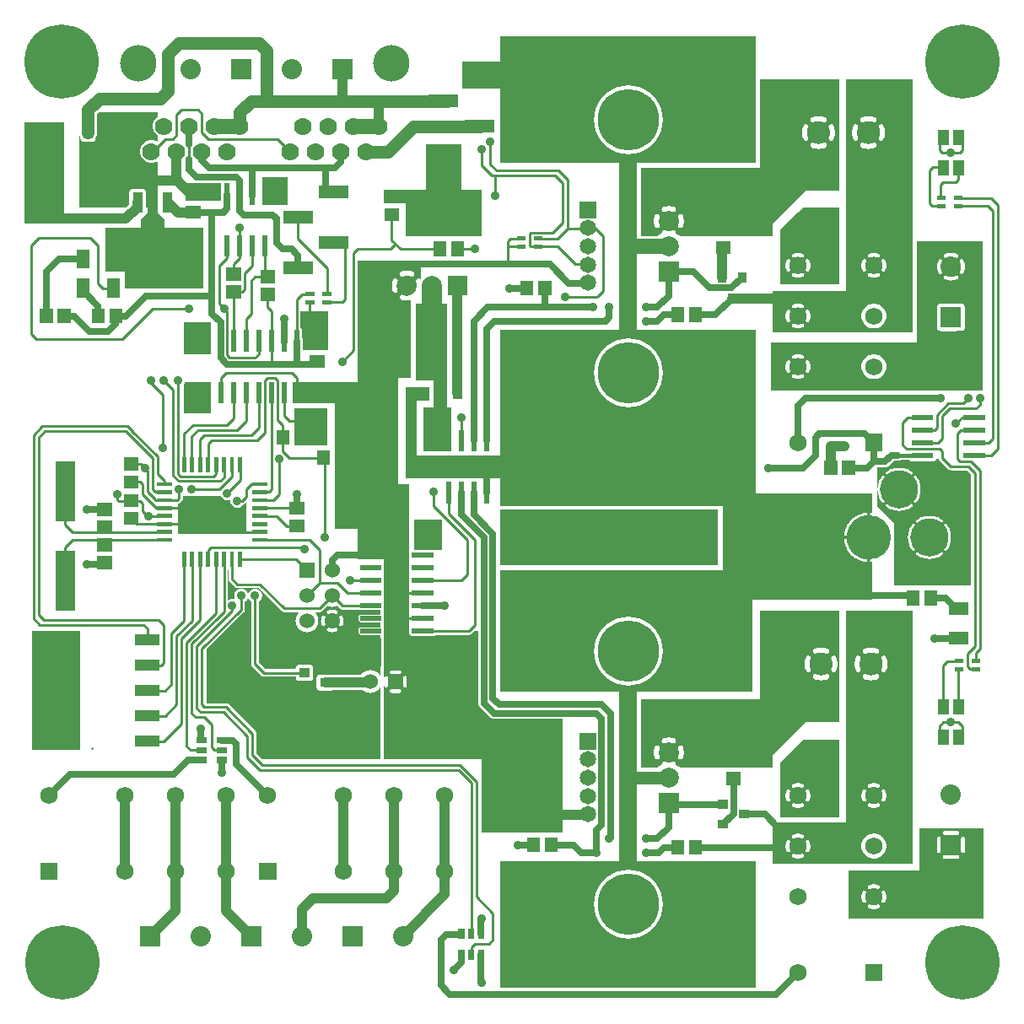
<source format=gbr>
G04 start of page 2 for group 0 idx 0 *
G04 Title: (unknown), component *
G04 Creator: pcb 20140316 *
G04 CreationDate: Thu 11 Jun 2015 05:42:57 PM GMT UTC *
G04 For: ndholmes *
G04 Format: Gerber/RS-274X *
G04 PCB-Dimensions (mil): 3900.00 3900.00 *
G04 PCB-Coordinate-Origin: lower left *
%MOIN*%
%FSLAX25Y25*%
%LNTOP*%
%ADD54C,0.1100*%
%ADD53C,0.1250*%
%ADD52C,0.1080*%
%ADD51C,0.0450*%
%ADD50C,0.0380*%
%ADD49C,0.0480*%
%ADD48C,0.1285*%
%ADD47C,0.1280*%
%ADD46C,0.0350*%
%ADD45C,0.0200*%
%ADD44C,0.0360*%
%ADD43R,0.0378X0.0378*%
%ADD42R,0.0945X0.0945*%
%ADD41R,0.0157X0.0157*%
%ADD40R,0.0787X0.0787*%
%ADD39R,0.0440X0.0440*%
%ADD38R,0.0630X0.0630*%
%ADD37R,0.0360X0.0360*%
%ADD36R,0.0200X0.0200*%
%ADD35R,0.0906X0.0906*%
%ADD34R,0.0340X0.0340*%
%ADD33R,0.0240X0.0240*%
%ADD32R,0.0430X0.0430*%
%ADD31R,0.0500X0.0500*%
%ADD30R,0.0512X0.0512*%
%ADD29R,0.0167X0.0167*%
%ADD28C,0.0900*%
%ADD27C,0.1500*%
%ADD26C,0.1750*%
%ADD25C,0.2420*%
%ADD24C,0.0787*%
%ADD23C,0.0650*%
%ADD22C,0.0680*%
%ADD21C,0.2937*%
%ADD20C,0.1440*%
%ADD19C,0.0700*%
%ADD18C,0.0800*%
%ADD17C,0.0150*%
%ADD16C,0.0500*%
%ADD15C,0.0600*%
%ADD14C,0.0400*%
%ADD13C,0.0100*%
%ADD12C,0.0250*%
%ADD11C,0.0001*%
G54D11*G36*
X341964Y356000D02*X353500D01*
Y266000D01*
X341964D01*
Y269596D01*
X341976Y269611D01*
X342379Y270269D01*
X342675Y270981D01*
X342855Y271731D01*
X342900Y272500D01*
X342855Y273269D01*
X342675Y274019D01*
X342379Y274731D01*
X341976Y275389D01*
X341964Y275404D01*
Y290064D01*
X342049Y290089D01*
X342155Y290139D01*
X342253Y290206D01*
X342339Y290287D01*
X342411Y290380D01*
X342466Y290484D01*
X342641Y290912D01*
X342770Y291355D01*
X342857Y291809D01*
X342900Y292269D01*
Y292731D01*
X342857Y293191D01*
X342770Y293645D01*
X342641Y294088D01*
X342471Y294518D01*
X342415Y294622D01*
X342342Y294716D01*
X342255Y294797D01*
X342157Y294864D01*
X342050Y294914D01*
X341964Y294940D01*
Y342789D01*
X342010Y342904D01*
X342179Y343489D01*
X342293Y344088D01*
X342350Y344695D01*
Y345305D01*
X342293Y345912D01*
X342179Y346511D01*
X342010Y347097D01*
X341964Y347215D01*
Y356000D01*
G37*
G36*
Y266000D02*X337992D01*
Y267585D01*
X338000Y267585D01*
X338769Y267645D01*
X339519Y267825D01*
X340231Y268121D01*
X340889Y268524D01*
X341476Y269024D01*
X341964Y269596D01*
Y266000D01*
G37*
G36*
X337992Y356000D02*X341964D01*
Y347215D01*
X341787Y347664D01*
X341712Y347803D01*
X341615Y347928D01*
X341500Y348037D01*
X341370Y348126D01*
X341227Y348194D01*
X341075Y348238D01*
X340918Y348258D01*
X340760Y348254D01*
X340604Y348224D01*
X340455Y348171D01*
X340317Y348095D01*
X340191Y347999D01*
X340083Y347884D01*
X339994Y347753D01*
X339926Y347610D01*
X339881Y347458D01*
X339861Y347301D01*
X339866Y347143D01*
X339895Y346988D01*
X339951Y346840D01*
X340110Y346450D01*
X340227Y346045D01*
X340306Y345631D01*
X340345Y345211D01*
Y344789D01*
X340306Y344369D01*
X340227Y343955D01*
X340110Y343550D01*
X339956Y343158D01*
X339900Y343011D01*
X339871Y342856D01*
X339866Y342699D01*
X339886Y342543D01*
X339931Y342392D01*
X339998Y342249D01*
X340087Y342119D01*
X340195Y342005D01*
X340319Y341909D01*
X340457Y341833D01*
X340606Y341780D01*
X340760Y341751D01*
X340918Y341747D01*
X341074Y341767D01*
X341225Y341811D01*
X341367Y341878D01*
X341497Y341967D01*
X341612Y342075D01*
X341708Y342200D01*
X341780Y342339D01*
X341964Y342789D01*
Y294940D01*
X341936Y294948D01*
X341818Y294962D01*
X341700Y294959D01*
X341583Y294937D01*
X341472Y294896D01*
X341368Y294839D01*
X341274Y294766D01*
X341193Y294680D01*
X341126Y294582D01*
X341075Y294475D01*
X341042Y294361D01*
X341027Y294243D01*
X341031Y294124D01*
X341053Y294008D01*
X341096Y293897D01*
X341217Y293601D01*
X341306Y293293D01*
X341366Y292979D01*
X341396Y292660D01*
Y292340D01*
X341366Y292021D01*
X341306Y291707D01*
X341217Y291399D01*
X341099Y291101D01*
X341057Y290991D01*
X341035Y290875D01*
X341031Y290757D01*
X341046Y290640D01*
X341079Y290527D01*
X341129Y290420D01*
X341196Y290322D01*
X341276Y290236D01*
X341370Y290164D01*
X341473Y290107D01*
X341584Y290067D01*
X341700Y290045D01*
X341818Y290041D01*
X341935Y290056D01*
X341964Y290064D01*
Y275404D01*
X341476Y275976D01*
X340889Y276476D01*
X340231Y276879D01*
X339519Y277175D01*
X338769Y277355D01*
X338000Y277415D01*
X337992Y277415D01*
Y287600D01*
X338231D01*
X338691Y287643D01*
X339145Y287730D01*
X339588Y287859D01*
X340018Y288029D01*
X340122Y288085D01*
X340216Y288158D01*
X340297Y288245D01*
X340364Y288343D01*
X340414Y288450D01*
X340448Y288564D01*
X340462Y288682D01*
X340459Y288800D01*
X340436Y288917D01*
X340396Y289028D01*
X340339Y289132D01*
X340266Y289226D01*
X340180Y289307D01*
X340082Y289374D01*
X339975Y289425D01*
X339861Y289458D01*
X339743Y289473D01*
X339624Y289469D01*
X339508Y289447D01*
X339397Y289404D01*
X339101Y289283D01*
X338793Y289194D01*
X338479Y289134D01*
X338160Y289104D01*
X337992D01*
Y295896D01*
X338160D01*
X338479Y295866D01*
X338793Y295806D01*
X339101Y295717D01*
X339399Y295599D01*
X339509Y295557D01*
X339625Y295535D01*
X339743Y295531D01*
X339860Y295546D01*
X339973Y295579D01*
X340080Y295629D01*
X340178Y295696D01*
X340264Y295776D01*
X340336Y295870D01*
X340393Y295973D01*
X340433Y296084D01*
X340455Y296200D01*
X340459Y296318D01*
X340444Y296435D01*
X340411Y296549D01*
X340361Y296655D01*
X340294Y296753D01*
X340213Y296839D01*
X340120Y296911D01*
X340016Y296966D01*
X339588Y297141D01*
X339145Y297270D01*
X338691Y297357D01*
X338231Y297400D01*
X337992D01*
Y338858D01*
X338514Y339063D01*
X338653Y339138D01*
X338778Y339235D01*
X338887Y339350D01*
X338976Y339480D01*
X339044Y339623D01*
X339088Y339775D01*
X339108Y339932D01*
X339104Y340090D01*
X339074Y340246D01*
X339021Y340395D01*
X338945Y340533D01*
X338849Y340659D01*
X338734Y340767D01*
X338603Y340856D01*
X338460Y340924D01*
X338308Y340969D01*
X338151Y340989D01*
X337993Y340984D01*
X337992Y340984D01*
Y349021D01*
X337994Y349021D01*
X338151Y349016D01*
X338307Y349036D01*
X338458Y349081D01*
X338601Y349148D01*
X338731Y349237D01*
X338845Y349345D01*
X338941Y349469D01*
X339017Y349607D01*
X339070Y349756D01*
X339099Y349910D01*
X339103Y350068D01*
X339083Y350224D01*
X339039Y350375D01*
X338972Y350517D01*
X338883Y350647D01*
X338775Y350762D01*
X338650Y350858D01*
X338511Y350930D01*
X337992Y351141D01*
Y356000D01*
G37*
G36*
X334036Y269596D02*X334524Y269024D01*
X335111Y268524D01*
X335769Y268121D01*
X336481Y267825D01*
X337231Y267645D01*
X337992Y267585D01*
Y266000D01*
X334036D01*
Y269596D01*
G37*
G36*
Y338758D02*X334339Y338671D01*
X334938Y338557D01*
X335545Y338500D01*
X336155D01*
X336762Y338557D01*
X337361Y338671D01*
X337946Y338840D01*
X337992Y338858D01*
Y297400D01*
X337769D01*
X337309Y297357D01*
X336855Y297270D01*
X336412Y297141D01*
X335982Y296971D01*
X335878Y296915D01*
X335784Y296842D01*
X335703Y296755D01*
X335636Y296657D01*
X335586Y296550D01*
X335552Y296436D01*
X335538Y296318D01*
X335541Y296200D01*
X335563Y296083D01*
X335604Y295972D01*
X335661Y295868D01*
X335734Y295774D01*
X335820Y295693D01*
X335918Y295626D01*
X336025Y295575D01*
X336139Y295542D01*
X336257Y295527D01*
X336376Y295531D01*
X336492Y295553D01*
X336603Y295596D01*
X336899Y295717D01*
X337207Y295806D01*
X337521Y295866D01*
X337840Y295896D01*
X337992D01*
Y289104D01*
X337840D01*
X337521Y289134D01*
X337207Y289194D01*
X336899Y289283D01*
X336601Y289401D01*
X336491Y289443D01*
X336375Y289465D01*
X336257Y289469D01*
X336140Y289454D01*
X336027Y289421D01*
X335920Y289371D01*
X335822Y289304D01*
X335736Y289224D01*
X335664Y289130D01*
X335607Y289027D01*
X335567Y288916D01*
X335545Y288800D01*
X335541Y288682D01*
X335556Y288565D01*
X335589Y288451D01*
X335639Y288345D01*
X335706Y288247D01*
X335787Y288161D01*
X335880Y288089D01*
X335984Y288034D01*
X336412Y287859D01*
X336855Y287730D01*
X337309Y287643D01*
X337769Y287600D01*
X337992D01*
Y277415D01*
X337231Y277355D01*
X336481Y277175D01*
X335769Y276879D01*
X335111Y276476D01*
X334524Y275976D01*
X334036Y275404D01*
Y290060D01*
X334064Y290052D01*
X334182Y290038D01*
X334300Y290041D01*
X334417Y290064D01*
X334528Y290104D01*
X334632Y290161D01*
X334726Y290234D01*
X334807Y290320D01*
X334874Y290418D01*
X334925Y290525D01*
X334958Y290639D01*
X334973Y290757D01*
X334969Y290876D01*
X334947Y290992D01*
X334904Y291103D01*
X334783Y291399D01*
X334694Y291707D01*
X334634Y292021D01*
X334604Y292340D01*
Y292660D01*
X334634Y292979D01*
X334694Y293293D01*
X334783Y293601D01*
X334901Y293899D01*
X334943Y294009D01*
X334965Y294125D01*
X334969Y294243D01*
X334954Y294360D01*
X334921Y294473D01*
X334871Y294580D01*
X334804Y294678D01*
X334724Y294764D01*
X334630Y294836D01*
X334527Y294893D01*
X334416Y294933D01*
X334300Y294955D01*
X334182Y294959D01*
X334065Y294944D01*
X334036Y294936D01*
Y338758D01*
G37*
G36*
Y349112D02*X334400Y349260D01*
X334805Y349377D01*
X335219Y349456D01*
X335639Y349495D01*
X336061D01*
X336481Y349456D01*
X336895Y349377D01*
X337300Y349260D01*
X337692Y349106D01*
X337839Y349050D01*
X337992Y349021D01*
Y340984D01*
X337838Y340955D01*
X337690Y340899D01*
X337300Y340740D01*
X336895Y340623D01*
X336481Y340544D01*
X336061Y340505D01*
X335639D01*
X335219Y340544D01*
X334805Y340623D01*
X334400Y340740D01*
X334036Y340883D01*
Y349112D01*
G37*
G36*
Y356000D02*X337992D01*
Y351141D01*
X337946Y351160D01*
X337361Y351329D01*
X336762Y351443D01*
X336155Y351500D01*
X335545D01*
X334938Y351443D01*
X334339Y351329D01*
X334036Y351242D01*
Y356000D01*
G37*
G36*
X330594D02*X334036D01*
Y351242D01*
X333753Y351160D01*
X333186Y350937D01*
X333047Y350862D01*
X332922Y350765D01*
X332813Y350650D01*
X332724Y350520D01*
X332656Y350377D01*
X332612Y350225D01*
X332592Y350068D01*
X332596Y349910D01*
X332626Y349754D01*
X332679Y349605D01*
X332755Y349467D01*
X332851Y349341D01*
X332966Y349233D01*
X333097Y349144D01*
X333240Y349076D01*
X333392Y349031D01*
X333549Y349011D01*
X333707Y349016D01*
X333862Y349045D01*
X334010Y349101D01*
X334036Y349112D01*
Y340883D01*
X334008Y340894D01*
X333861Y340950D01*
X333706Y340979D01*
X333549Y340984D01*
X333393Y340964D01*
X333242Y340919D01*
X333099Y340852D01*
X332969Y340763D01*
X332855Y340655D01*
X332759Y340531D01*
X332683Y340393D01*
X332630Y340244D01*
X332601Y340090D01*
X332597Y339932D01*
X332617Y339776D01*
X332661Y339625D01*
X332728Y339483D01*
X332817Y339353D01*
X332925Y339238D01*
X333050Y339142D01*
X333189Y339070D01*
X333753Y338840D01*
X334036Y338758D01*
Y294936D01*
X333951Y294911D01*
X333845Y294861D01*
X333747Y294794D01*
X333661Y294713D01*
X333589Y294620D01*
X333534Y294516D01*
X333359Y294088D01*
X333230Y293645D01*
X333143Y293191D01*
X333100Y292731D01*
Y292269D01*
X333143Y291809D01*
X333230Y291355D01*
X333359Y290912D01*
X333529Y290482D01*
X333585Y290378D01*
X333658Y290284D01*
X333745Y290203D01*
X333843Y290136D01*
X333950Y290086D01*
X334036Y290060D01*
Y275404D01*
X334024Y275389D01*
X333621Y274731D01*
X333325Y274019D01*
X333145Y273269D01*
X333085Y272500D01*
X333145Y271731D01*
X333325Y270981D01*
X333621Y270269D01*
X334024Y269611D01*
X334036Y269596D01*
Y266000D01*
X330594D01*
Y341771D01*
X330625Y341762D01*
X330782Y341742D01*
X330940Y341746D01*
X331096Y341776D01*
X331245Y341829D01*
X331383Y341905D01*
X331509Y342001D01*
X331617Y342116D01*
X331706Y342247D01*
X331774Y342390D01*
X331819Y342542D01*
X331839Y342699D01*
X331834Y342857D01*
X331805Y343012D01*
X331749Y343160D01*
X331590Y343550D01*
X331473Y343955D01*
X331394Y344369D01*
X331355Y344789D01*
Y345211D01*
X331394Y345631D01*
X331473Y346045D01*
X331590Y346450D01*
X331744Y346842D01*
X331800Y346989D01*
X331829Y347144D01*
X331834Y347301D01*
X331814Y347457D01*
X331769Y347608D01*
X331702Y347751D01*
X331613Y347881D01*
X331505Y347995D01*
X331381Y348091D01*
X331243Y348167D01*
X331094Y348220D01*
X330940Y348249D01*
X330782Y348253D01*
X330626Y348233D01*
X330594Y348224D01*
Y356000D01*
G37*
G36*
X327000D02*X330594D01*
Y348224D01*
X330475Y348189D01*
X330333Y348122D01*
X330203Y348033D01*
X330088Y347925D01*
X329992Y347800D01*
X329920Y347661D01*
X329690Y347097D01*
X329521Y346511D01*
X329407Y345912D01*
X329350Y345305D01*
Y344695D01*
X329407Y344088D01*
X329521Y343489D01*
X329690Y342904D01*
X329913Y342336D01*
X329988Y342197D01*
X330085Y342072D01*
X330200Y341963D01*
X330330Y341874D01*
X330473Y341806D01*
X330594Y341771D01*
Y266000D01*
X327000D01*
Y356000D01*
G37*
G36*
X337992Y282500D02*X345500D01*
Y266000D01*
X337992D01*
Y267585D01*
X338000Y267585D01*
X338769Y267645D01*
X339519Y267825D01*
X340231Y268121D01*
X340889Y268524D01*
X341476Y269024D01*
X341976Y269611D01*
X342379Y270269D01*
X342675Y270981D01*
X342855Y271731D01*
X342900Y272500D01*
X342855Y273269D01*
X342675Y274019D01*
X342379Y274731D01*
X341976Y275389D01*
X341476Y275976D01*
X340889Y276476D01*
X340231Y276879D01*
X339519Y277175D01*
X338769Y277355D01*
X338000Y277415D01*
X337992Y277415D01*
Y282500D01*
G37*
G36*
X311964D02*X337992D01*
Y277415D01*
X337231Y277355D01*
X336481Y277175D01*
X335769Y276879D01*
X335111Y276476D01*
X334524Y275976D01*
X334024Y275389D01*
X333621Y274731D01*
X333325Y274019D01*
X333145Y273269D01*
X333085Y272500D01*
X333145Y271731D01*
X333325Y270981D01*
X333621Y270269D01*
X334024Y269611D01*
X334524Y269024D01*
X335111Y268524D01*
X335769Y268121D01*
X336481Y267825D01*
X337231Y267645D01*
X337992Y267585D01*
Y266000D01*
X311964D01*
Y270064D01*
X312049Y270089D01*
X312155Y270139D01*
X312253Y270206D01*
X312339Y270287D01*
X312411Y270380D01*
X312466Y270484D01*
X312641Y270912D01*
X312770Y271355D01*
X312857Y271809D01*
X312900Y272269D01*
Y272731D01*
X312857Y273191D01*
X312770Y273645D01*
X312641Y274088D01*
X312471Y274518D01*
X312415Y274622D01*
X312342Y274716D01*
X312255Y274797D01*
X312157Y274864D01*
X312050Y274914D01*
X311964Y274940D01*
Y282500D01*
G37*
G36*
X308002D02*X311964D01*
Y274940D01*
X311936Y274948D01*
X311818Y274962D01*
X311700Y274959D01*
X311583Y274937D01*
X311472Y274896D01*
X311368Y274839D01*
X311274Y274766D01*
X311193Y274680D01*
X311126Y274582D01*
X311075Y274475D01*
X311042Y274361D01*
X311027Y274243D01*
X311031Y274124D01*
X311053Y274008D01*
X311096Y273897D01*
X311217Y273601D01*
X311306Y273293D01*
X311366Y272979D01*
X311396Y272660D01*
Y272340D01*
X311366Y272021D01*
X311306Y271707D01*
X311217Y271399D01*
X311099Y271101D01*
X311057Y270991D01*
X311035Y270875D01*
X311031Y270757D01*
X311046Y270640D01*
X311079Y270527D01*
X311129Y270420D01*
X311196Y270322D01*
X311276Y270236D01*
X311370Y270164D01*
X311473Y270107D01*
X311584Y270067D01*
X311700Y270045D01*
X311818Y270041D01*
X311935Y270056D01*
X311964Y270064D01*
Y266000D01*
X308002D01*
Y267600D01*
X308231D01*
X308691Y267643D01*
X309145Y267730D01*
X309588Y267859D01*
X310018Y268029D01*
X310122Y268085D01*
X310216Y268158D01*
X310297Y268245D01*
X310364Y268343D01*
X310414Y268450D01*
X310448Y268564D01*
X310462Y268682D01*
X310459Y268800D01*
X310436Y268917D01*
X310396Y269028D01*
X310339Y269132D01*
X310266Y269226D01*
X310180Y269307D01*
X310082Y269374D01*
X309975Y269425D01*
X309861Y269458D01*
X309743Y269473D01*
X309624Y269469D01*
X309508Y269447D01*
X309397Y269404D01*
X309101Y269283D01*
X308793Y269194D01*
X308479Y269134D01*
X308160Y269104D01*
X308002D01*
Y275896D01*
X308160D01*
X308479Y275866D01*
X308793Y275806D01*
X309101Y275717D01*
X309399Y275599D01*
X309509Y275557D01*
X309625Y275535D01*
X309743Y275531D01*
X309860Y275546D01*
X309973Y275579D01*
X310080Y275629D01*
X310178Y275696D01*
X310264Y275776D01*
X310336Y275870D01*
X310393Y275973D01*
X310433Y276084D01*
X310455Y276200D01*
X310459Y276318D01*
X310444Y276435D01*
X310411Y276549D01*
X310361Y276655D01*
X310294Y276753D01*
X310213Y276839D01*
X310120Y276911D01*
X310016Y276966D01*
X309588Y277141D01*
X309145Y277270D01*
X308691Y277357D01*
X308231Y277400D01*
X308002D01*
Y282500D01*
G37*
G36*
X304036D02*X308002D01*
Y277400D01*
X307769D01*
X307309Y277357D01*
X306855Y277270D01*
X306412Y277141D01*
X305982Y276971D01*
X305878Y276915D01*
X305784Y276842D01*
X305703Y276755D01*
X305636Y276657D01*
X305586Y276550D01*
X305552Y276436D01*
X305538Y276318D01*
X305541Y276200D01*
X305563Y276083D01*
X305604Y275972D01*
X305661Y275868D01*
X305734Y275774D01*
X305820Y275693D01*
X305918Y275626D01*
X306025Y275575D01*
X306139Y275542D01*
X306257Y275527D01*
X306376Y275531D01*
X306492Y275553D01*
X306603Y275596D01*
X306899Y275717D01*
X307207Y275806D01*
X307521Y275866D01*
X307840Y275896D01*
X308002D01*
Y269104D01*
X307840D01*
X307521Y269134D01*
X307207Y269194D01*
X306899Y269283D01*
X306601Y269401D01*
X306491Y269443D01*
X306375Y269465D01*
X306257Y269469D01*
X306140Y269454D01*
X306027Y269421D01*
X305920Y269371D01*
X305822Y269304D01*
X305736Y269224D01*
X305664Y269130D01*
X305607Y269027D01*
X305567Y268916D01*
X305545Y268800D01*
X305541Y268682D01*
X305556Y268565D01*
X305589Y268451D01*
X305639Y268345D01*
X305706Y268247D01*
X305787Y268161D01*
X305880Y268089D01*
X305984Y268034D01*
X306412Y267859D01*
X306855Y267730D01*
X307309Y267643D01*
X307769Y267600D01*
X308002D01*
Y266000D01*
X304036D01*
Y270060D01*
X304064Y270052D01*
X304182Y270038D01*
X304300Y270041D01*
X304417Y270064D01*
X304528Y270104D01*
X304632Y270161D01*
X304726Y270234D01*
X304807Y270320D01*
X304874Y270418D01*
X304925Y270525D01*
X304958Y270639D01*
X304973Y270757D01*
X304969Y270876D01*
X304947Y270992D01*
X304904Y271103D01*
X304783Y271399D01*
X304694Y271707D01*
X304634Y272021D01*
X304604Y272340D01*
Y272660D01*
X304634Y272979D01*
X304694Y273293D01*
X304783Y273601D01*
X304901Y273899D01*
X304943Y274009D01*
X304965Y274125D01*
X304969Y274243D01*
X304954Y274360D01*
X304921Y274473D01*
X304871Y274580D01*
X304804Y274678D01*
X304724Y274764D01*
X304630Y274836D01*
X304527Y274893D01*
X304416Y274933D01*
X304300Y274955D01*
X304182Y274959D01*
X304065Y274944D01*
X304036Y274936D01*
Y282500D01*
G37*
G36*
X298000D02*X304036D01*
Y274936D01*
X303951Y274911D01*
X303845Y274861D01*
X303747Y274794D01*
X303661Y274713D01*
X303589Y274620D01*
X303534Y274516D01*
X303359Y274088D01*
X303230Y273645D01*
X303143Y273191D01*
X303100Y272731D01*
Y272269D01*
X303143Y271809D01*
X303230Y271355D01*
X303359Y270912D01*
X303529Y270482D01*
X303585Y270378D01*
X303658Y270284D01*
X303745Y270203D01*
X303843Y270136D01*
X303950Y270086D01*
X304036Y270060D01*
Y266000D01*
X298000D01*
Y282500D01*
G37*
G36*
X324500Y285000D02*X311964D01*
Y290064D01*
X312049Y290089D01*
X312155Y290139D01*
X312253Y290206D01*
X312339Y290287D01*
X312411Y290380D01*
X312466Y290484D01*
X312641Y290912D01*
X312770Y291355D01*
X312857Y291809D01*
X312900Y292269D01*
Y292731D01*
X312857Y293191D01*
X312770Y293645D01*
X312641Y294088D01*
X312471Y294518D01*
X312415Y294622D01*
X312342Y294716D01*
X312255Y294797D01*
X312157Y294864D01*
X312050Y294914D01*
X311964Y294940D01*
Y315500D01*
X324500D01*
Y285000D01*
G37*
G36*
X311964D02*X308002D01*
Y287600D01*
X308231D01*
X308691Y287643D01*
X309145Y287730D01*
X309588Y287859D01*
X310018Y288029D01*
X310122Y288085D01*
X310216Y288158D01*
X310297Y288245D01*
X310364Y288343D01*
X310414Y288450D01*
X310448Y288564D01*
X310462Y288682D01*
X310459Y288800D01*
X310436Y288917D01*
X310396Y289028D01*
X310339Y289132D01*
X310266Y289226D01*
X310180Y289307D01*
X310082Y289374D01*
X309975Y289425D01*
X309861Y289458D01*
X309743Y289473D01*
X309624Y289469D01*
X309508Y289447D01*
X309397Y289404D01*
X309101Y289283D01*
X308793Y289194D01*
X308479Y289134D01*
X308160Y289104D01*
X308002D01*
Y295896D01*
X308160D01*
X308479Y295866D01*
X308793Y295806D01*
X309101Y295717D01*
X309399Y295599D01*
X309509Y295557D01*
X309625Y295535D01*
X309743Y295531D01*
X309860Y295546D01*
X309973Y295579D01*
X310080Y295629D01*
X310178Y295696D01*
X310264Y295776D01*
X310336Y295870D01*
X310393Y295973D01*
X310433Y296084D01*
X310455Y296200D01*
X310459Y296318D01*
X310444Y296435D01*
X310411Y296549D01*
X310361Y296655D01*
X310294Y296753D01*
X310213Y296839D01*
X310120Y296911D01*
X310016Y296966D01*
X309588Y297141D01*
X309145Y297270D01*
X308691Y297357D01*
X308231Y297400D01*
X308002D01*
Y313502D01*
X310000Y315500D01*
X311964D01*
Y294940D01*
X311936Y294948D01*
X311818Y294962D01*
X311700Y294959D01*
X311583Y294937D01*
X311472Y294896D01*
X311368Y294839D01*
X311274Y294766D01*
X311193Y294680D01*
X311126Y294582D01*
X311075Y294475D01*
X311042Y294361D01*
X311027Y294243D01*
X311031Y294124D01*
X311053Y294008D01*
X311096Y293897D01*
X311217Y293601D01*
X311306Y293293D01*
X311366Y292979D01*
X311396Y292660D01*
Y292340D01*
X311366Y292021D01*
X311306Y291707D01*
X311217Y291399D01*
X311099Y291101D01*
X311057Y290991D01*
X311035Y290875D01*
X311031Y290757D01*
X311046Y290640D01*
X311079Y290527D01*
X311129Y290420D01*
X311196Y290322D01*
X311276Y290236D01*
X311370Y290164D01*
X311473Y290107D01*
X311584Y290067D01*
X311700Y290045D01*
X311818Y290041D01*
X311935Y290056D01*
X311964Y290064D01*
Y285000D01*
G37*
G36*
X308002D02*X304036D01*
Y290060D01*
X304064Y290052D01*
X304182Y290038D01*
X304300Y290041D01*
X304417Y290064D01*
X304528Y290104D01*
X304632Y290161D01*
X304726Y290234D01*
X304807Y290320D01*
X304874Y290418D01*
X304925Y290525D01*
X304958Y290639D01*
X304973Y290757D01*
X304969Y290876D01*
X304947Y290992D01*
X304904Y291103D01*
X304783Y291399D01*
X304694Y291707D01*
X304634Y292021D01*
X304604Y292340D01*
Y292660D01*
X304634Y292979D01*
X304694Y293293D01*
X304783Y293601D01*
X304901Y293899D01*
X304943Y294009D01*
X304965Y294125D01*
X304969Y294243D01*
X304954Y294360D01*
X304921Y294473D01*
X304871Y294580D01*
X304804Y294678D01*
X304724Y294764D01*
X304630Y294836D01*
X304527Y294893D01*
X304416Y294933D01*
X304300Y294955D01*
X304182Y294959D01*
X304065Y294944D01*
X304036Y294936D01*
Y309536D01*
X308002Y313502D01*
Y297400D01*
X307769D01*
X307309Y297357D01*
X306855Y297270D01*
X306412Y297141D01*
X305982Y296971D01*
X305878Y296915D01*
X305784Y296842D01*
X305703Y296755D01*
X305636Y296657D01*
X305586Y296550D01*
X305552Y296436D01*
X305538Y296318D01*
X305541Y296200D01*
X305563Y296083D01*
X305604Y295972D01*
X305661Y295868D01*
X305734Y295774D01*
X305820Y295693D01*
X305918Y295626D01*
X306025Y295575D01*
X306139Y295542D01*
X306257Y295527D01*
X306376Y295531D01*
X306492Y295553D01*
X306603Y295596D01*
X306899Y295717D01*
X307207Y295806D01*
X307521Y295866D01*
X307840Y295896D01*
X308002D01*
Y289104D01*
X307840D01*
X307521Y289134D01*
X307207Y289194D01*
X306899Y289283D01*
X306601Y289401D01*
X306491Y289443D01*
X306375Y289465D01*
X306257Y289469D01*
X306140Y289454D01*
X306027Y289421D01*
X305920Y289371D01*
X305822Y289304D01*
X305736Y289224D01*
X305664Y289130D01*
X305607Y289027D01*
X305567Y288916D01*
X305545Y288800D01*
X305541Y288682D01*
X305556Y288565D01*
X305589Y288451D01*
X305639Y288345D01*
X305706Y288247D01*
X305787Y288161D01*
X305880Y288089D01*
X305984Y288034D01*
X306412Y287859D01*
X306855Y287730D01*
X307309Y287643D01*
X307769Y287600D01*
X308002D01*
Y285000D01*
G37*
G36*
X304036D02*X301000D01*
Y306500D01*
X304036Y309536D01*
Y294936D01*
X303951Y294911D01*
X303845Y294861D01*
X303747Y294794D01*
X303661Y294713D01*
X303589Y294620D01*
X303534Y294516D01*
X303359Y294088D01*
X303230Y293645D01*
X303143Y293191D01*
X303100Y292731D01*
Y292269D01*
X303143Y291809D01*
X303230Y291355D01*
X303359Y290912D01*
X303529Y290482D01*
X303585Y290378D01*
X303658Y290284D01*
X303745Y290203D01*
X303843Y290136D01*
X303950Y290086D01*
X304036Y290060D01*
Y285000D01*
G37*
G36*
X341106Y366000D02*X353500D01*
Y336500D01*
X341106D01*
Y341776D01*
X341225Y341811D01*
X341367Y341878D01*
X341497Y341967D01*
X341612Y342075D01*
X341708Y342200D01*
X341780Y342339D01*
X342010Y342904D01*
X342179Y343489D01*
X342293Y344088D01*
X342350Y344695D01*
Y345305D01*
X342293Y345912D01*
X342179Y346511D01*
X342010Y347097D01*
X341787Y347664D01*
X341712Y347803D01*
X341615Y347928D01*
X341500Y348037D01*
X341370Y348126D01*
X341227Y348194D01*
X341106Y348229D01*
Y366000D01*
G37*
G36*
X335852D02*X341106D01*
Y348229D01*
X341075Y348238D01*
X340918Y348258D01*
X340760Y348254D01*
X340604Y348224D01*
X340455Y348171D01*
X340317Y348095D01*
X340191Y347999D01*
X340083Y347884D01*
X339994Y347753D01*
X339926Y347610D01*
X339881Y347458D01*
X339861Y347301D01*
X339866Y347143D01*
X339895Y346988D01*
X339951Y346840D01*
X340110Y346450D01*
X340227Y346045D01*
X340306Y345631D01*
X340345Y345211D01*
Y344789D01*
X340306Y344369D01*
X340227Y343955D01*
X340110Y343550D01*
X339956Y343158D01*
X339900Y343011D01*
X339871Y342856D01*
X339866Y342699D01*
X339886Y342543D01*
X339931Y342392D01*
X339998Y342249D01*
X340087Y342119D01*
X340195Y342005D01*
X340319Y341909D01*
X340457Y341833D01*
X340606Y341780D01*
X340760Y341751D01*
X340918Y341747D01*
X341074Y341767D01*
X341106Y341776D01*
Y336500D01*
X335852D01*
Y338500D01*
X336155D01*
X336762Y338557D01*
X337361Y338671D01*
X337946Y338840D01*
X338514Y339063D01*
X338653Y339138D01*
X338778Y339235D01*
X338887Y339350D01*
X338976Y339480D01*
X339044Y339623D01*
X339088Y339775D01*
X339108Y339932D01*
X339104Y340090D01*
X339074Y340246D01*
X339021Y340395D01*
X338945Y340533D01*
X338849Y340659D01*
X338734Y340767D01*
X338603Y340856D01*
X338460Y340924D01*
X338308Y340969D01*
X338151Y340989D01*
X337993Y340984D01*
X337838Y340955D01*
X337690Y340899D01*
X337300Y340740D01*
X336895Y340623D01*
X336481Y340544D01*
X336061Y340505D01*
X335852D01*
Y349495D01*
X336061D01*
X336481Y349456D01*
X336895Y349377D01*
X337300Y349260D01*
X337692Y349106D01*
X337839Y349050D01*
X337994Y349021D01*
X338151Y349016D01*
X338307Y349036D01*
X338458Y349081D01*
X338601Y349148D01*
X338731Y349237D01*
X338845Y349345D01*
X338941Y349469D01*
X339017Y349607D01*
X339070Y349756D01*
X339099Y349910D01*
X339103Y350068D01*
X339083Y350224D01*
X339039Y350375D01*
X338972Y350517D01*
X338883Y350647D01*
X338775Y350762D01*
X338650Y350858D01*
X338511Y350930D01*
X337946Y351160D01*
X337361Y351329D01*
X336762Y351443D01*
X336155Y351500D01*
X335852D01*
Y366000D01*
G37*
G36*
X330594D02*X335852D01*
Y351500D01*
X335545D01*
X334938Y351443D01*
X334339Y351329D01*
X333753Y351160D01*
X333186Y350937D01*
X333047Y350862D01*
X332922Y350765D01*
X332813Y350650D01*
X332724Y350520D01*
X332656Y350377D01*
X332612Y350225D01*
X332592Y350068D01*
X332596Y349910D01*
X332626Y349754D01*
X332679Y349605D01*
X332755Y349467D01*
X332851Y349341D01*
X332966Y349233D01*
X333097Y349144D01*
X333240Y349076D01*
X333392Y349031D01*
X333549Y349011D01*
X333707Y349016D01*
X333862Y349045D01*
X334010Y349101D01*
X334400Y349260D01*
X334805Y349377D01*
X335219Y349456D01*
X335639Y349495D01*
X335852D01*
Y340505D01*
X335639D01*
X335219Y340544D01*
X334805Y340623D01*
X334400Y340740D01*
X334008Y340894D01*
X333861Y340950D01*
X333706Y340979D01*
X333549Y340984D01*
X333393Y340964D01*
X333242Y340919D01*
X333099Y340852D01*
X332969Y340763D01*
X332855Y340655D01*
X332759Y340531D01*
X332683Y340393D01*
X332630Y340244D01*
X332601Y340090D01*
X332597Y339932D01*
X332617Y339776D01*
X332661Y339625D01*
X332728Y339483D01*
X332817Y339353D01*
X332925Y339238D01*
X333050Y339142D01*
X333189Y339070D01*
X333753Y338840D01*
X334339Y338671D01*
X334938Y338557D01*
X335545Y338500D01*
X335852D01*
Y336500D01*
X330594D01*
Y341771D01*
X330625Y341762D01*
X330782Y341742D01*
X330940Y341746D01*
X331096Y341776D01*
X331245Y341829D01*
X331383Y341905D01*
X331509Y342001D01*
X331617Y342116D01*
X331706Y342247D01*
X331774Y342390D01*
X331819Y342542D01*
X331839Y342699D01*
X331834Y342857D01*
X331805Y343012D01*
X331749Y343160D01*
X331590Y343550D01*
X331473Y343955D01*
X331394Y344369D01*
X331355Y344789D01*
Y345211D01*
X331394Y345631D01*
X331473Y346045D01*
X331590Y346450D01*
X331744Y346842D01*
X331800Y346989D01*
X331829Y347144D01*
X331834Y347301D01*
X331814Y347457D01*
X331769Y347608D01*
X331702Y347751D01*
X331613Y347881D01*
X331505Y347995D01*
X331381Y348091D01*
X331243Y348167D01*
X331094Y348220D01*
X330940Y348249D01*
X330782Y348253D01*
X330626Y348233D01*
X330594Y348224D01*
Y366000D01*
G37*
G36*
X327000D02*X330594D01*
Y348224D01*
X330475Y348189D01*
X330333Y348122D01*
X330203Y348033D01*
X330088Y347925D01*
X329992Y347800D01*
X329920Y347661D01*
X329690Y347097D01*
X329521Y346511D01*
X329407Y345912D01*
X329350Y345305D01*
Y344695D01*
X329407Y344088D01*
X329521Y343489D01*
X329690Y342904D01*
X329913Y342336D01*
X329988Y342197D01*
X330085Y342072D01*
X330200Y341963D01*
X330330Y341874D01*
X330473Y341806D01*
X330594Y341771D01*
Y336500D01*
X327000D01*
Y366000D01*
G37*
G36*
X240979Y383000D02*X291500D01*
Y333000D01*
X240979D01*
Y336360D01*
X241000Y336358D01*
X243134Y336526D01*
X245216Y337026D01*
X247193Y337845D01*
X249019Y338963D01*
X250646Y340354D01*
X252037Y341981D01*
X253155Y343807D01*
X253974Y345784D01*
X254474Y347866D01*
X254600Y350000D01*
X254474Y352134D01*
X253974Y354216D01*
X253155Y356193D01*
X252037Y358019D01*
X250646Y359646D01*
X249019Y361037D01*
X247193Y362155D01*
X245216Y362974D01*
X243134Y363474D01*
X241000Y363642D01*
X240979Y363640D01*
Y383000D01*
G37*
G36*
X190500D02*X240979D01*
Y363640D01*
X238866Y363474D01*
X236784Y362974D01*
X234807Y362155D01*
X232981Y361037D01*
X231354Y359646D01*
X229963Y358019D01*
X228845Y356193D01*
X228026Y354216D01*
X227526Y352134D01*
X227358Y350000D01*
X227526Y347866D01*
X228026Y345784D01*
X228845Y343807D01*
X229963Y341981D01*
X231354Y340354D01*
X232981Y338963D01*
X234807Y337845D01*
X236784Y337026D01*
X238866Y336526D01*
X240979Y336360D01*
Y333000D01*
X190500D01*
Y383000D01*
G37*
G36*
X261761Y331000D02*X298000D01*
Y304000D01*
X261761D01*
Y307183D01*
X261831Y307195D01*
X261980Y307246D01*
X262119Y307319D01*
X262245Y307413D01*
X262355Y307525D01*
X262446Y307654D01*
X262513Y307796D01*
X262704Y308328D01*
X262837Y308877D01*
X262917Y309436D01*
X262944Y310000D01*
X262917Y310564D01*
X262837Y311123D01*
X262704Y311672D01*
X262519Y312206D01*
X262450Y312348D01*
X262358Y312477D01*
X262248Y312591D01*
X262121Y312685D01*
X261981Y312759D01*
X261832Y312809D01*
X261761Y312821D01*
Y331000D01*
G37*
G36*
X256998D02*X261761D01*
Y312821D01*
X261676Y312836D01*
X261518Y312838D01*
X261361Y312815D01*
X261210Y312768D01*
X261069Y312698D01*
X260939Y312607D01*
X260826Y312496D01*
X260732Y312370D01*
X260658Y312230D01*
X260608Y312080D01*
X260581Y311924D01*
X260579Y311766D01*
X260602Y311610D01*
X260652Y311460D01*
X260778Y311108D01*
X260866Y310744D01*
X260919Y310374D01*
X260937Y310000D01*
X260919Y309626D01*
X260866Y309256D01*
X260778Y308892D01*
X260656Y308539D01*
X260606Y308389D01*
X260583Y308234D01*
X260585Y308076D01*
X260612Y307921D01*
X260662Y307772D01*
X260736Y307633D01*
X260830Y307507D01*
X260942Y307397D01*
X261071Y307306D01*
X261212Y307236D01*
X261362Y307189D01*
X261518Y307167D01*
X261675Y307168D01*
X261761Y307183D01*
Y304000D01*
X261391D01*
X261211Y304211D01*
X260500Y304818D01*
X259821Y305235D01*
X259836Y305324D01*
X259838Y305482D01*
X259815Y305639D01*
X259768Y305790D01*
X259698Y305931D01*
X259607Y306061D01*
X259496Y306174D01*
X259370Y306268D01*
X259230Y306342D01*
X259080Y306392D01*
X258924Y306419D01*
X258766Y306421D01*
X258610Y306398D01*
X258460Y306348D01*
X258108Y306222D01*
X257744Y306134D01*
X257374Y306081D01*
X257000Y306063D01*
X256998Y306063D01*
Y313937D01*
X257000Y313937D01*
X257374Y313919D01*
X257744Y313866D01*
X258108Y313778D01*
X258461Y313656D01*
X258611Y313606D01*
X258766Y313583D01*
X258924Y313585D01*
X259079Y313612D01*
X259228Y313662D01*
X259367Y313736D01*
X259493Y313830D01*
X259603Y313942D01*
X259694Y314071D01*
X259764Y314212D01*
X259811Y314362D01*
X259833Y314518D01*
X259832Y314675D01*
X259805Y314831D01*
X259754Y314980D01*
X259681Y315119D01*
X259587Y315245D01*
X259475Y315355D01*
X259346Y315446D01*
X259204Y315513D01*
X258672Y315704D01*
X258123Y315837D01*
X257564Y315917D01*
X257000Y315944D01*
X256998Y315944D01*
Y331000D01*
G37*
G36*
X252239D02*X256998D01*
Y315944D01*
X256436Y315917D01*
X255877Y315837D01*
X255328Y315704D01*
X254794Y315519D01*
X254652Y315450D01*
X254523Y315358D01*
X254409Y315248D01*
X254315Y315121D01*
X254241Y314981D01*
X254191Y314832D01*
X254164Y314676D01*
X254162Y314518D01*
X254185Y314361D01*
X254232Y314210D01*
X254302Y314069D01*
X254393Y313939D01*
X254504Y313826D01*
X254630Y313732D01*
X254770Y313658D01*
X254920Y313608D01*
X255076Y313581D01*
X255234Y313579D01*
X255390Y313602D01*
X255540Y313652D01*
X255892Y313778D01*
X256256Y313866D01*
X256626Y313919D01*
X256998Y313937D01*
Y306063D01*
X256626Y306081D01*
X256256Y306134D01*
X255892Y306222D01*
X255539Y306344D01*
X255389Y306394D01*
X255234Y306417D01*
X255076Y306415D01*
X254921Y306388D01*
X254772Y306338D01*
X254633Y306264D01*
X254507Y306170D01*
X254397Y306058D01*
X254306Y305929D01*
X254236Y305788D01*
X254189Y305638D01*
X254167Y305482D01*
X254168Y305325D01*
X254183Y305237D01*
X253500Y304818D01*
X252789Y304211D01*
X252609Y304000D01*
X252239D01*
Y307179D01*
X252324Y307164D01*
X252482Y307162D01*
X252639Y307185D01*
X252790Y307232D01*
X252931Y307302D01*
X253061Y307393D01*
X253174Y307504D01*
X253268Y307630D01*
X253342Y307770D01*
X253392Y307920D01*
X253419Y308076D01*
X253421Y308234D01*
X253398Y308390D01*
X253348Y308540D01*
X253222Y308892D01*
X253134Y309256D01*
X253081Y309626D01*
X253063Y310000D01*
X253081Y310374D01*
X253134Y310744D01*
X253222Y311108D01*
X253344Y311461D01*
X253394Y311611D01*
X253417Y311766D01*
X253415Y311924D01*
X253388Y312079D01*
X253338Y312228D01*
X253264Y312367D01*
X253170Y312493D01*
X253058Y312603D01*
X252929Y312694D01*
X252788Y312764D01*
X252638Y312811D01*
X252482Y312833D01*
X252325Y312832D01*
X252239Y312817D01*
Y331000D01*
G37*
G36*
X246000D02*X252239D01*
Y312817D01*
X252169Y312805D01*
X252020Y312754D01*
X251881Y312681D01*
X251755Y312587D01*
X251645Y312475D01*
X251554Y312346D01*
X251487Y312204D01*
X251296Y311672D01*
X251163Y311123D01*
X251083Y310564D01*
X251056Y310000D01*
X251083Y309436D01*
X251163Y308877D01*
X251296Y308328D01*
X251481Y307794D01*
X251550Y307652D01*
X251642Y307523D01*
X251752Y307409D01*
X251879Y307315D01*
X252019Y307241D01*
X252168Y307191D01*
X252239Y307179D01*
Y304000D01*
X246000D01*
Y331000D01*
G37*
G36*
X237500Y334500D02*X244500D01*
Y264000D01*
X237500D01*
Y334500D01*
G37*
G36*
X337992Y262000D02*X381000D01*
Y243000D01*
X337992D01*
Y247585D01*
X338000Y247585D01*
X338769Y247645D01*
X339519Y247825D01*
X340231Y248121D01*
X340889Y248524D01*
X341476Y249024D01*
X341976Y249611D01*
X342379Y250269D01*
X342675Y250981D01*
X342855Y251731D01*
X342900Y252500D01*
X342855Y253269D01*
X342675Y254019D01*
X342379Y254731D01*
X341976Y255389D01*
X341476Y255976D01*
X340889Y256476D01*
X340231Y256879D01*
X339519Y257175D01*
X338769Y257355D01*
X338000Y257415D01*
X337992Y257415D01*
Y262000D01*
G37*
G36*
X311964D02*X337992D01*
Y257415D01*
X337231Y257355D01*
X336481Y257175D01*
X335769Y256879D01*
X335111Y256476D01*
X334524Y255976D01*
X334024Y255389D01*
X333621Y254731D01*
X333325Y254019D01*
X333145Y253269D01*
X333085Y252500D01*
X333145Y251731D01*
X333325Y250981D01*
X333621Y250269D01*
X334024Y249611D01*
X334524Y249024D01*
X335111Y248524D01*
X335769Y248121D01*
X336481Y247825D01*
X337231Y247645D01*
X337992Y247585D01*
Y243000D01*
X311964D01*
Y250064D01*
X312049Y250089D01*
X312155Y250139D01*
X312253Y250206D01*
X312339Y250287D01*
X312411Y250380D01*
X312466Y250484D01*
X312641Y250912D01*
X312770Y251355D01*
X312857Y251809D01*
X312900Y252269D01*
Y252731D01*
X312857Y253191D01*
X312770Y253645D01*
X312641Y254088D01*
X312471Y254518D01*
X312415Y254622D01*
X312342Y254716D01*
X312255Y254797D01*
X312157Y254864D01*
X312050Y254914D01*
X311964Y254940D01*
Y262000D01*
G37*
G36*
X308002D02*X311964D01*
Y254940D01*
X311936Y254948D01*
X311818Y254962D01*
X311700Y254959D01*
X311583Y254937D01*
X311472Y254896D01*
X311368Y254839D01*
X311274Y254766D01*
X311193Y254680D01*
X311126Y254582D01*
X311075Y254475D01*
X311042Y254361D01*
X311027Y254243D01*
X311031Y254124D01*
X311053Y254008D01*
X311096Y253897D01*
X311217Y253601D01*
X311306Y253293D01*
X311366Y252979D01*
X311396Y252660D01*
Y252340D01*
X311366Y252021D01*
X311306Y251707D01*
X311217Y251399D01*
X311099Y251101D01*
X311057Y250991D01*
X311035Y250875D01*
X311031Y250757D01*
X311046Y250640D01*
X311079Y250527D01*
X311129Y250420D01*
X311196Y250322D01*
X311276Y250236D01*
X311370Y250164D01*
X311473Y250107D01*
X311584Y250067D01*
X311700Y250045D01*
X311818Y250041D01*
X311935Y250056D01*
X311964Y250064D01*
Y243000D01*
X308002D01*
Y247600D01*
X308231D01*
X308691Y247643D01*
X309145Y247730D01*
X309588Y247859D01*
X310018Y248029D01*
X310122Y248085D01*
X310216Y248158D01*
X310297Y248245D01*
X310364Y248343D01*
X310414Y248450D01*
X310448Y248564D01*
X310462Y248682D01*
X310459Y248800D01*
X310436Y248917D01*
X310396Y249028D01*
X310339Y249132D01*
X310266Y249226D01*
X310180Y249307D01*
X310082Y249374D01*
X309975Y249425D01*
X309861Y249458D01*
X309743Y249473D01*
X309624Y249469D01*
X309508Y249447D01*
X309397Y249404D01*
X309101Y249283D01*
X308793Y249194D01*
X308479Y249134D01*
X308160Y249104D01*
X308002D01*
Y255896D01*
X308160D01*
X308479Y255866D01*
X308793Y255806D01*
X309101Y255717D01*
X309399Y255599D01*
X309509Y255557D01*
X309625Y255535D01*
X309743Y255531D01*
X309860Y255546D01*
X309973Y255579D01*
X310080Y255629D01*
X310178Y255696D01*
X310264Y255776D01*
X310336Y255870D01*
X310393Y255973D01*
X310433Y256084D01*
X310455Y256200D01*
X310459Y256318D01*
X310444Y256435D01*
X310411Y256549D01*
X310361Y256655D01*
X310294Y256753D01*
X310213Y256839D01*
X310120Y256911D01*
X310016Y256966D01*
X309588Y257141D01*
X309145Y257270D01*
X308691Y257357D01*
X308231Y257400D01*
X308002D01*
Y262000D01*
G37*
G36*
X304036D02*X308002D01*
Y257400D01*
X307769D01*
X307309Y257357D01*
X306855Y257270D01*
X306412Y257141D01*
X305982Y256971D01*
X305878Y256915D01*
X305784Y256842D01*
X305703Y256755D01*
X305636Y256657D01*
X305586Y256550D01*
X305552Y256436D01*
X305538Y256318D01*
X305541Y256200D01*
X305563Y256083D01*
X305604Y255972D01*
X305661Y255868D01*
X305734Y255774D01*
X305820Y255693D01*
X305918Y255626D01*
X306025Y255575D01*
X306139Y255542D01*
X306257Y255527D01*
X306376Y255531D01*
X306492Y255553D01*
X306603Y255596D01*
X306899Y255717D01*
X307207Y255806D01*
X307521Y255866D01*
X307840Y255896D01*
X308002D01*
Y249104D01*
X307840D01*
X307521Y249134D01*
X307207Y249194D01*
X306899Y249283D01*
X306601Y249401D01*
X306491Y249443D01*
X306375Y249465D01*
X306257Y249469D01*
X306140Y249454D01*
X306027Y249421D01*
X305920Y249371D01*
X305822Y249304D01*
X305736Y249224D01*
X305664Y249130D01*
X305607Y249027D01*
X305567Y248916D01*
X305545Y248800D01*
X305541Y248682D01*
X305556Y248565D01*
X305589Y248451D01*
X305639Y248345D01*
X305706Y248247D01*
X305787Y248161D01*
X305880Y248089D01*
X305984Y248034D01*
X306412Y247859D01*
X306855Y247730D01*
X307309Y247643D01*
X307769Y247600D01*
X308002D01*
Y243000D01*
X304036D01*
Y250060D01*
X304064Y250052D01*
X304182Y250038D01*
X304300Y250041D01*
X304417Y250064D01*
X304528Y250104D01*
X304632Y250161D01*
X304726Y250234D01*
X304807Y250320D01*
X304874Y250418D01*
X304925Y250525D01*
X304958Y250639D01*
X304973Y250757D01*
X304969Y250876D01*
X304947Y250992D01*
X304904Y251103D01*
X304783Y251399D01*
X304694Y251707D01*
X304634Y252021D01*
X304604Y252340D01*
Y252660D01*
X304634Y252979D01*
X304694Y253293D01*
X304783Y253601D01*
X304901Y253899D01*
X304943Y254009D01*
X304965Y254125D01*
X304969Y254243D01*
X304954Y254360D01*
X304921Y254473D01*
X304871Y254580D01*
X304804Y254678D01*
X304724Y254764D01*
X304630Y254836D01*
X304527Y254893D01*
X304416Y254933D01*
X304300Y254955D01*
X304182Y254959D01*
X304065Y254944D01*
X304036Y254936D01*
Y262000D01*
G37*
G36*
X297500D02*X304036D01*
Y254936D01*
X303951Y254911D01*
X303845Y254861D01*
X303747Y254794D01*
X303661Y254713D01*
X303589Y254620D01*
X303534Y254516D01*
X303359Y254088D01*
X303230Y253645D01*
X303143Y253191D01*
X303100Y252731D01*
Y252269D01*
X303143Y251809D01*
X303230Y251355D01*
X303359Y250912D01*
X303529Y250482D01*
X303585Y250378D01*
X303658Y250284D01*
X303745Y250203D01*
X303843Y250136D01*
X303950Y250086D01*
X304036Y250060D01*
Y243000D01*
X297500D01*
Y262000D01*
G37*
G36*
X372993Y302000D02*X381000D01*
Y255000D01*
X372993D01*
Y266580D01*
X373183Y266659D01*
X373384Y266783D01*
X373564Y266936D01*
X373717Y267116D01*
X373841Y267317D01*
X373931Y267535D01*
X373986Y267765D01*
X374000Y268000D01*
X373986Y276235D01*
X373931Y276465D01*
X373841Y276683D01*
X373717Y276884D01*
X373564Y277064D01*
X373384Y277217D01*
X373183Y277341D01*
X372993Y277420D01*
Y289145D01*
X373078Y289181D01*
X373179Y289243D01*
X373269Y289319D01*
X373345Y289409D01*
X373405Y289511D01*
X373622Y289980D01*
X373789Y290469D01*
X373909Y290972D01*
X373982Y291484D01*
X374006Y292000D01*
X373982Y292516D01*
X373909Y293028D01*
X373789Y293531D01*
X373622Y294020D01*
X373410Y294492D01*
X373349Y294593D01*
X373272Y294684D01*
X373182Y294761D01*
X373080Y294823D01*
X372993Y294860D01*
Y302000D01*
G37*
G36*
Y255000D02*X368500D01*
Y266507D01*
X372735Y266514D01*
X372965Y266569D01*
X372993Y266580D01*
Y255000D01*
G37*
G36*
X368500Y302000D02*X372993D01*
Y294860D01*
X372971Y294869D01*
X372855Y294897D01*
X372737Y294906D01*
X372619Y294897D01*
X372503Y294870D01*
X372393Y294824D01*
X372292Y294762D01*
X372202Y294686D01*
X372124Y294595D01*
X372062Y294494D01*
X372016Y294385D01*
X371989Y294269D01*
X371979Y294151D01*
X371988Y294032D01*
X372016Y293917D01*
X372063Y293808D01*
X372221Y293468D01*
X372342Y293112D01*
X372430Y292747D01*
X372482Y292375D01*
X372500Y292000D01*
X372482Y291625D01*
X372430Y291253D01*
X372342Y290888D01*
X372221Y290532D01*
X372067Y290190D01*
X372020Y290082D01*
X371993Y289967D01*
X371983Y289849D01*
X371993Y289732D01*
X372021Y289617D01*
X372066Y289508D01*
X372128Y289407D01*
X372205Y289318D01*
X372295Y289241D01*
X372395Y289180D01*
X372504Y289135D01*
X372619Y289107D01*
X372737Y289098D01*
X372855Y289108D01*
X372969Y289135D01*
X372993Y289145D01*
Y277420D01*
X372965Y277431D01*
X372735Y277486D01*
X372500Y277500D01*
X368500Y277493D01*
Y286494D01*
X369016Y286518D01*
X369528Y286591D01*
X370031Y286711D01*
X370520Y286878D01*
X370992Y287090D01*
X371093Y287151D01*
X371184Y287228D01*
X371261Y287318D01*
X371323Y287420D01*
X371369Y287529D01*
X371397Y287645D01*
X371406Y287763D01*
X371397Y287881D01*
X371370Y287997D01*
X371324Y288107D01*
X371262Y288208D01*
X371186Y288298D01*
X371095Y288376D01*
X370994Y288438D01*
X370885Y288484D01*
X370769Y288511D01*
X370651Y288521D01*
X370532Y288512D01*
X370417Y288484D01*
X370308Y288437D01*
X369968Y288279D01*
X369612Y288158D01*
X369247Y288070D01*
X368875Y288018D01*
X368500Y288000D01*
Y296000D01*
X368875Y295982D01*
X369247Y295930D01*
X369612Y295842D01*
X369968Y295721D01*
X370310Y295567D01*
X370418Y295520D01*
X370533Y295493D01*
X370651Y295483D01*
X370768Y295493D01*
X370883Y295521D01*
X370992Y295566D01*
X371093Y295628D01*
X371182Y295705D01*
X371259Y295795D01*
X371320Y295895D01*
X371365Y296004D01*
X371393Y296119D01*
X371402Y296237D01*
X371392Y296355D01*
X371365Y296469D01*
X371319Y296578D01*
X371257Y296679D01*
X371181Y296769D01*
X371091Y296845D01*
X370989Y296905D01*
X370520Y297122D01*
X370031Y297289D01*
X369528Y297409D01*
X369016Y297482D01*
X368500Y297506D01*
Y302000D01*
G37*
G36*
X364007Y266580D02*X364035Y266569D01*
X364265Y266514D01*
X364500Y266500D01*
X368500Y266507D01*
Y255000D01*
X364007D01*
Y266580D01*
G37*
G36*
Y302000D02*X368500D01*
Y297506D01*
X367984Y297482D01*
X367472Y297409D01*
X366969Y297289D01*
X366480Y297122D01*
X366008Y296910D01*
X365907Y296849D01*
X365816Y296772D01*
X365739Y296682D01*
X365677Y296580D01*
X365631Y296471D01*
X365603Y296355D01*
X365594Y296237D01*
X365603Y296119D01*
X365630Y296003D01*
X365676Y295893D01*
X365738Y295792D01*
X365814Y295702D01*
X365905Y295624D01*
X366006Y295562D01*
X366115Y295516D01*
X366231Y295489D01*
X366349Y295479D01*
X366468Y295488D01*
X366583Y295516D01*
X366692Y295563D01*
X367032Y295721D01*
X367388Y295842D01*
X367753Y295930D01*
X368125Y295982D01*
X368500Y296000D01*
Y288000D01*
X368125Y288018D01*
X367753Y288070D01*
X367388Y288158D01*
X367032Y288279D01*
X366690Y288433D01*
X366582Y288480D01*
X366467Y288507D01*
X366349Y288517D01*
X366232Y288507D01*
X366117Y288479D01*
X366008Y288434D01*
X365907Y288372D01*
X365818Y288295D01*
X365741Y288205D01*
X365680Y288105D01*
X365635Y287996D01*
X365607Y287881D01*
X365598Y287763D01*
X365608Y287645D01*
X365635Y287531D01*
X365681Y287422D01*
X365743Y287321D01*
X365819Y287231D01*
X365909Y287155D01*
X366011Y287095D01*
X366480Y286878D01*
X366969Y286711D01*
X367472Y286591D01*
X367984Y286518D01*
X368500Y286494D01*
Y277493D01*
X364265Y277486D01*
X364035Y277431D01*
X364007Y277420D01*
Y289140D01*
X364029Y289131D01*
X364145Y289103D01*
X364263Y289094D01*
X364381Y289103D01*
X364497Y289130D01*
X364607Y289176D01*
X364708Y289238D01*
X364798Y289314D01*
X364876Y289405D01*
X364938Y289506D01*
X364984Y289615D01*
X365011Y289731D01*
X365021Y289849D01*
X365012Y289968D01*
X364984Y290083D01*
X364937Y290192D01*
X364779Y290532D01*
X364658Y290888D01*
X364570Y291253D01*
X364518Y291625D01*
X364500Y292000D01*
X364518Y292375D01*
X364570Y292747D01*
X364658Y293112D01*
X364779Y293468D01*
X364933Y293810D01*
X364980Y293918D01*
X365007Y294033D01*
X365017Y294151D01*
X365007Y294268D01*
X364979Y294383D01*
X364934Y294492D01*
X364872Y294593D01*
X364795Y294682D01*
X364705Y294759D01*
X364605Y294820D01*
X364496Y294865D01*
X364381Y294893D01*
X364263Y294902D01*
X364145Y294892D01*
X364031Y294865D01*
X364007Y294855D01*
Y302000D01*
G37*
G36*
X355000D02*X364007D01*
Y294855D01*
X363922Y294819D01*
X363821Y294757D01*
X363731Y294681D01*
X363655Y294591D01*
X363595Y294489D01*
X363378Y294020D01*
X363211Y293531D01*
X363091Y293028D01*
X363018Y292516D01*
X362994Y292000D01*
X363018Y291484D01*
X363091Y290972D01*
X363211Y290469D01*
X363378Y289980D01*
X363590Y289508D01*
X363651Y289407D01*
X363728Y289316D01*
X363818Y289239D01*
X363920Y289177D01*
X364007Y289140D01*
Y277420D01*
X363817Y277341D01*
X363616Y277217D01*
X363436Y277064D01*
X363283Y276884D01*
X363159Y276683D01*
X363069Y276465D01*
X363014Y276235D01*
X363000Y276000D01*
X363014Y267765D01*
X363069Y267535D01*
X363159Y267317D01*
X363283Y267116D01*
X363436Y266936D01*
X363616Y266783D01*
X363817Y266659D01*
X364007Y266580D01*
Y255000D01*
X355000D01*
Y302000D01*
G37*
G36*
X321406Y366000D02*X324500D01*
Y322000D01*
X321406D01*
Y341776D01*
X321525Y341811D01*
X321667Y341878D01*
X321797Y341967D01*
X321912Y342075D01*
X322008Y342200D01*
X322080Y342339D01*
X322310Y342904D01*
X322479Y343489D01*
X322593Y344088D01*
X322650Y344695D01*
Y345305D01*
X322593Y345912D01*
X322479Y346511D01*
X322310Y347097D01*
X322087Y347664D01*
X322012Y347803D01*
X321915Y347928D01*
X321800Y348037D01*
X321670Y348126D01*
X321527Y348194D01*
X321406Y348229D01*
Y366000D01*
G37*
G36*
X316152D02*X321406D01*
Y348229D01*
X321375Y348238D01*
X321218Y348258D01*
X321060Y348254D01*
X320904Y348224D01*
X320755Y348171D01*
X320617Y348095D01*
X320491Y347999D01*
X320383Y347884D01*
X320294Y347753D01*
X320226Y347610D01*
X320181Y347458D01*
X320161Y347301D01*
X320166Y347143D01*
X320195Y346988D01*
X320251Y346840D01*
X320410Y346450D01*
X320527Y346045D01*
X320606Y345631D01*
X320645Y345211D01*
Y344789D01*
X320606Y344369D01*
X320527Y343955D01*
X320410Y343550D01*
X320256Y343158D01*
X320200Y343011D01*
X320171Y342856D01*
X320166Y342699D01*
X320186Y342543D01*
X320231Y342392D01*
X320298Y342249D01*
X320387Y342119D01*
X320495Y342005D01*
X320619Y341909D01*
X320757Y341833D01*
X320906Y341780D01*
X321060Y341751D01*
X321218Y341747D01*
X321374Y341767D01*
X321406Y341776D01*
Y322000D01*
X316152D01*
Y338500D01*
X316455D01*
X317062Y338557D01*
X317661Y338671D01*
X318246Y338840D01*
X318814Y339063D01*
X318953Y339138D01*
X319078Y339235D01*
X319187Y339350D01*
X319276Y339480D01*
X319344Y339623D01*
X319388Y339775D01*
X319408Y339932D01*
X319404Y340090D01*
X319374Y340246D01*
X319321Y340395D01*
X319245Y340533D01*
X319149Y340659D01*
X319034Y340767D01*
X318903Y340856D01*
X318760Y340924D01*
X318608Y340969D01*
X318451Y340989D01*
X318293Y340984D01*
X318138Y340955D01*
X317990Y340899D01*
X317600Y340740D01*
X317195Y340623D01*
X316781Y340544D01*
X316361Y340505D01*
X316152D01*
Y349495D01*
X316361D01*
X316781Y349456D01*
X317195Y349377D01*
X317600Y349260D01*
X317992Y349106D01*
X318139Y349050D01*
X318294Y349021D01*
X318451Y349016D01*
X318607Y349036D01*
X318758Y349081D01*
X318901Y349148D01*
X319031Y349237D01*
X319145Y349345D01*
X319241Y349469D01*
X319317Y349607D01*
X319370Y349756D01*
X319399Y349910D01*
X319403Y350068D01*
X319383Y350224D01*
X319339Y350375D01*
X319272Y350517D01*
X319183Y350647D01*
X319075Y350762D01*
X318950Y350858D01*
X318811Y350930D01*
X318246Y351160D01*
X317661Y351329D01*
X317062Y351443D01*
X316455Y351500D01*
X316152D01*
Y366000D01*
G37*
G36*
X310894D02*X316152D01*
Y351500D01*
X315845D01*
X315238Y351443D01*
X314639Y351329D01*
X314053Y351160D01*
X313486Y350937D01*
X313347Y350862D01*
X313222Y350765D01*
X313113Y350650D01*
X313024Y350520D01*
X312956Y350377D01*
X312912Y350225D01*
X312892Y350068D01*
X312896Y349910D01*
X312926Y349754D01*
X312979Y349605D01*
X313055Y349467D01*
X313151Y349341D01*
X313266Y349233D01*
X313397Y349144D01*
X313540Y349076D01*
X313692Y349031D01*
X313849Y349011D01*
X314007Y349016D01*
X314162Y349045D01*
X314310Y349101D01*
X314700Y349260D01*
X315105Y349377D01*
X315519Y349456D01*
X315939Y349495D01*
X316152D01*
Y340505D01*
X315939D01*
X315519Y340544D01*
X315105Y340623D01*
X314700Y340740D01*
X314308Y340894D01*
X314161Y340950D01*
X314006Y340979D01*
X313849Y340984D01*
X313693Y340964D01*
X313542Y340919D01*
X313399Y340852D01*
X313269Y340763D01*
X313155Y340655D01*
X313059Y340531D01*
X312983Y340393D01*
X312930Y340244D01*
X312901Y340090D01*
X312897Y339932D01*
X312917Y339776D01*
X312961Y339625D01*
X313028Y339483D01*
X313117Y339353D01*
X313225Y339238D01*
X313350Y339142D01*
X313489Y339070D01*
X314053Y338840D01*
X314639Y338671D01*
X315238Y338557D01*
X315845Y338500D01*
X316152D01*
Y322000D01*
X310894D01*
Y341771D01*
X310925Y341762D01*
X311082Y341742D01*
X311240Y341746D01*
X311396Y341776D01*
X311545Y341829D01*
X311683Y341905D01*
X311809Y342001D01*
X311917Y342116D01*
X312006Y342247D01*
X312074Y342390D01*
X312119Y342542D01*
X312139Y342699D01*
X312134Y342857D01*
X312105Y343012D01*
X312049Y343160D01*
X311890Y343550D01*
X311773Y343955D01*
X311694Y344369D01*
X311655Y344789D01*
Y345211D01*
X311694Y345631D01*
X311773Y346045D01*
X311890Y346450D01*
X312044Y346842D01*
X312100Y346989D01*
X312129Y347144D01*
X312134Y347301D01*
X312114Y347457D01*
X312069Y347608D01*
X312002Y347751D01*
X311913Y347881D01*
X311805Y347995D01*
X311681Y348091D01*
X311543Y348167D01*
X311394Y348220D01*
X311240Y348249D01*
X311082Y348253D01*
X310926Y348233D01*
X310894Y348224D01*
Y366000D01*
G37*
G36*
X293000D02*X310894D01*
Y348224D01*
X310775Y348189D01*
X310633Y348122D01*
X310503Y348033D01*
X310388Y347925D01*
X310292Y347800D01*
X310220Y347661D01*
X309990Y347097D01*
X309821Y346511D01*
X309707Y345912D01*
X309650Y345305D01*
Y344695D01*
X309707Y344088D01*
X309821Y343489D01*
X309990Y342904D01*
X310213Y342336D01*
X310288Y342197D01*
X310385Y342072D01*
X310500Y341963D01*
X310630Y341874D01*
X310773Y341806D01*
X310894Y341771D01*
Y322000D01*
X293000D01*
Y366000D01*
G37*
G36*
X291500Y325000D02*X311000D01*
Y322000D01*
X298000Y309000D01*
X291500D01*
Y325000D01*
G37*
G36*
X240979Y267000D02*X275000D01*
Y197500D01*
X240979D01*
Y236360D01*
X241000Y236358D01*
X243134Y236526D01*
X245216Y237026D01*
X247193Y237845D01*
X249019Y238963D01*
X250646Y240354D01*
X252037Y241981D01*
X253155Y243807D01*
X253974Y245784D01*
X254474Y247866D01*
X254600Y250000D01*
X254474Y252134D01*
X253974Y254216D01*
X253155Y256193D01*
X252037Y258019D01*
X250646Y259646D01*
X249019Y261037D01*
X247193Y262155D01*
X245216Y262974D01*
X243134Y263474D01*
X241000Y263642D01*
X240979Y263640D01*
Y267000D01*
G37*
G36*
X190500D02*X240979D01*
Y263640D01*
X238866Y263474D01*
X236784Y262974D01*
X234807Y262155D01*
X232981Y261037D01*
X231354Y259646D01*
X229963Y258019D01*
X228845Y256193D01*
X228026Y254216D01*
X227526Y252134D01*
X227358Y250000D01*
X227526Y247866D01*
X228026Y245784D01*
X228845Y243807D01*
X229963Y241981D01*
X231354Y240354D01*
X232981Y238963D01*
X234807Y237845D01*
X236784Y237026D01*
X238866Y236526D01*
X240979Y236360D01*
Y197500D01*
X190500D01*
Y267000D01*
G37*
G36*
X266000D02*X291500D01*
Y223000D01*
X266000D01*
Y267000D01*
G37*
G36*
X291500Y197500D02*X192500D01*
Y230000D01*
X291500D01*
Y197500D01*
G37*
G36*
X175500Y373000D02*X194000D01*
Y362500D01*
X175500D01*
Y373000D01*
G37*
G36*
X161000Y340500D02*X175000D01*
Y306000D01*
X161000D01*
Y340500D01*
G37*
G36*
X140500Y294500D02*X150000D01*
Y284500D01*
X149563D01*
X149581Y284874D01*
X149634Y285244D01*
X149722Y285608D01*
X149844Y285961D01*
X149894Y286111D01*
X149917Y286266D01*
X149915Y286424D01*
X149888Y286579D01*
X149838Y286728D01*
X149764Y286867D01*
X149670Y286993D01*
X149558Y287103D01*
X149429Y287194D01*
X149288Y287264D01*
X149138Y287311D01*
X148982Y287333D01*
X148825Y287332D01*
X148669Y287305D01*
X148520Y287254D01*
X148381Y287181D01*
X148255Y287087D01*
X148145Y286975D01*
X148054Y286846D01*
X147987Y286704D01*
X147796Y286172D01*
X147663Y285623D01*
X147583Y285064D01*
X147556Y284500D01*
Y284500D01*
X140500D01*
Y294500D01*
G37*
G36*
X153000Y322500D02*X183000D01*
Y304000D01*
X153000D01*
Y322500D01*
G37*
G36*
X144500D02*X154500D01*
Y317000D01*
X144500D01*
Y322500D01*
G37*
G36*
X2500Y349000D02*X18000D01*
Y317000D01*
X2500D01*
Y349000D01*
G37*
G36*
Y321500D02*X18000D01*
Y309000D01*
X2500D01*
Y321500D01*
G37*
G36*
X24510Y342990D02*X24511Y342412D01*
X24555Y342228D01*
X24627Y342054D01*
X24726Y341892D01*
X24849Y341749D01*
X24992Y341626D01*
X25154Y341527D01*
X25328Y341455D01*
X25512Y341411D01*
X25700Y341400D01*
X27299Y341405D01*
X27500Y341389D01*
X27716Y341406D01*
X29488Y341411D01*
X29672Y341455D01*
X29846Y341527D01*
X30008Y341626D01*
X30151Y341749D01*
X30274Y341892D01*
X30373Y342054D01*
X30445Y342228D01*
X30489Y342412D01*
X30500Y342600D01*
X30499Y343004D01*
X30718Y343361D01*
X30934Y343884D01*
X31067Y344435D01*
X31100Y345000D01*
Y352509D01*
X31591Y353000D01*
X55000D01*
Y351246D01*
X54847Y351152D01*
X54308Y350692D01*
X53848Y350153D01*
X53478Y349549D01*
X53207Y348895D01*
X53042Y348206D01*
X52986Y347500D01*
X53042Y346794D01*
X53207Y346105D01*
X53478Y345451D01*
X53848Y344847D01*
X54308Y344308D01*
X54847Y343848D01*
X55000Y343754D01*
Y341621D01*
X54767Y341388D01*
X54549Y341522D01*
X53895Y341793D01*
X53206Y341958D01*
X52500Y342014D01*
X51794Y341958D01*
X51105Y341793D01*
X50451Y341522D01*
X49847Y341152D01*
X49308Y340692D01*
X48848Y340153D01*
X48478Y339549D01*
X48207Y338895D01*
X48042Y338206D01*
X47986Y337500D01*
X48042Y336794D01*
X48207Y336105D01*
X48478Y335451D01*
X48848Y334847D01*
X49308Y334308D01*
X49847Y333848D01*
X50451Y333478D01*
X51105Y333207D01*
X51794Y333042D01*
X52500Y332986D01*
X53206Y333042D01*
X53895Y333207D01*
X54549Y333478D01*
X55000Y333754D01*
Y315500D01*
X50381D01*
X50371Y321594D01*
X50320Y321808D01*
X50235Y322012D01*
X50120Y322199D01*
X49977Y322367D01*
X49809Y322510D01*
X49622Y322625D01*
X49418Y322710D01*
X49204Y322761D01*
X48984Y322774D01*
X44984Y322761D01*
X44770Y322710D01*
X44566Y322625D01*
X44379Y322510D01*
X44211Y322367D01*
X44068Y322199D01*
X43953Y322012D01*
X43868Y321808D01*
X43817Y321594D01*
X43804Y321374D01*
X43812Y316554D01*
X42757Y315500D01*
X24000D01*
Y344158D01*
X24066Y343884D01*
X24282Y343361D01*
X24510Y342990D01*
G37*
G36*
X34500Y307500D02*X62500D01*
Y290000D01*
X34500D01*
Y307500D01*
G37*
G36*
X134000Y294500D02*X143500D01*
Y284500D01*
X134000D01*
Y294500D01*
G37*
G36*
X96500Y327500D02*X106500D01*
Y316500D01*
X96500D01*
Y327500D01*
G37*
G36*
X42000Y307500D02*X69000D01*
Y283500D01*
X42000D01*
Y307500D01*
G37*
G36*
X46000D02*X73000D01*
Y283500D01*
X46000D01*
Y307500D01*
G37*
G36*
X66000Y325000D02*X80000D01*
Y318000D01*
X66000D01*
Y325000D01*
G37*
G36*
X160000Y217500D02*X199500D01*
Y208500D01*
X160000D01*
Y217500D01*
G37*
G36*
X171000Y219000D02*X160000D01*
Y231500D01*
X171000D01*
Y219000D01*
G37*
G36*
X153000Y217500D02*X164500D01*
Y208500D01*
X153000D01*
Y217500D01*
G37*
G36*
X143000Y181000D02*Y198500D01*
X154500D01*
Y181000D01*
X143000D01*
G37*
G36*
Y188500D02*Y206000D01*
X154500D01*
Y188500D01*
X143000D01*
G37*
G36*
X156457Y192000D02*X167379D01*
X167457Y191922D01*
Y180000D01*
X156457D01*
Y192000D01*
G37*
G36*
X153000Y214000D02*Y244500D01*
X157500D01*
Y214000D01*
X153000D01*
G37*
G36*
Y244500D02*X162500D01*
Y239000D01*
X153000D01*
Y244500D01*
G37*
G36*
X171000Y224000D02*X160000D01*
Y236500D01*
X171000D01*
Y224000D01*
G37*
G36*
X164000Y250500D02*X169500D01*
Y230500D01*
X164000D01*
Y250500D01*
G37*
G36*
X157000Y247000D02*Y277500D01*
X169500D01*
Y247000D01*
X157000D01*
G37*
G36*
X154957Y249500D02*X140457D01*
Y255500D01*
X154957D01*
Y249500D01*
G37*
G36*
X134000Y291500D02*X143500D01*
Y181000D01*
X134000D01*
Y258941D01*
X134005Y259000D01*
X134000Y259059D01*
Y291500D01*
G37*
G36*
Y183000D02*X146500D01*
Y176500D01*
X134000D01*
Y183000D01*
G37*
G36*
X148739Y294500D02*X155000D01*
Y290245D01*
X154623Y290337D01*
X154064Y290417D01*
X153500Y290444D01*
X152936Y290417D01*
X152377Y290337D01*
X151828Y290204D01*
X151294Y290019D01*
X151152Y289950D01*
X151023Y289858D01*
X150909Y289748D01*
X150815Y289621D01*
X150741Y289481D01*
X150691Y289332D01*
X150664Y289176D01*
X150662Y289018D01*
X150685Y288861D01*
X150732Y288710D01*
X150802Y288569D01*
X150893Y288439D01*
X151004Y288326D01*
X151130Y288232D01*
X151270Y288158D01*
X151420Y288108D01*
X151576Y288081D01*
X151734Y288079D01*
X151890Y288102D01*
X152040Y288152D01*
X152392Y288278D01*
X152756Y288366D01*
X153126Y288419D01*
X153500Y288437D01*
X153874Y288419D01*
X154244Y288366D01*
X154608Y288278D01*
X154961Y288156D01*
X155000Y288143D01*
Y280862D01*
X154960Y280848D01*
X154608Y280722D01*
X154244Y280634D01*
X153874Y280581D01*
X153500Y280563D01*
X153126Y280581D01*
X152756Y280634D01*
X152392Y280722D01*
X152039Y280844D01*
X151889Y280894D01*
X151734Y280917D01*
X151576Y280915D01*
X151421Y280888D01*
X151272Y280838D01*
X151133Y280764D01*
X151007Y280670D01*
X150897Y280558D01*
X150806Y280429D01*
X150736Y280288D01*
X150689Y280138D01*
X150667Y279982D01*
X150668Y279825D01*
X150695Y279669D01*
X150746Y279520D01*
X150819Y279381D01*
X150913Y279255D01*
X151025Y279145D01*
X151154Y279054D01*
X151296Y278987D01*
X151828Y278796D01*
X152377Y278663D01*
X152936Y278583D01*
X153500Y278556D01*
X154064Y278583D01*
X154623Y278663D01*
X155000Y278755D01*
Y248000D01*
X148739D01*
Y281679D01*
X148824Y281664D01*
X148982Y281662D01*
X149139Y281685D01*
X149290Y281732D01*
X149431Y281802D01*
X149561Y281893D01*
X149674Y282004D01*
X149768Y282130D01*
X149842Y282270D01*
X149892Y282420D01*
X149919Y282576D01*
X149921Y282734D01*
X149898Y282890D01*
X149848Y283040D01*
X149722Y283392D01*
X149634Y283756D01*
X149581Y284126D01*
X149563Y284500D01*
X149581Y284874D01*
X149634Y285244D01*
X149722Y285608D01*
X149844Y285961D01*
X149894Y286111D01*
X149917Y286266D01*
X149915Y286424D01*
X149888Y286579D01*
X149838Y286728D01*
X149764Y286867D01*
X149670Y286993D01*
X149558Y287103D01*
X149429Y287194D01*
X149288Y287264D01*
X149138Y287311D01*
X148982Y287333D01*
X148825Y287332D01*
X148739Y287317D01*
Y294500D01*
G37*
G36*
X146500D02*X148739D01*
Y287317D01*
X148669Y287305D01*
X148520Y287254D01*
X148381Y287181D01*
X148255Y287087D01*
X148145Y286975D01*
X148054Y286846D01*
X147987Y286704D01*
X147796Y286172D01*
X147663Y285623D01*
X147583Y285064D01*
X147556Y284500D01*
X147583Y283936D01*
X147663Y283377D01*
X147796Y282828D01*
X147981Y282294D01*
X148050Y282152D01*
X148142Y282023D01*
X148252Y281909D01*
X148379Y281815D01*
X148519Y281741D01*
X148668Y281691D01*
X148739Y281679D01*
Y248000D01*
X146500D01*
Y294500D01*
G37*
G36*
X153498D02*X159000D01*
Y286745D01*
X158950Y286848D01*
X158858Y286977D01*
X158748Y287091D01*
X158621Y287185D01*
X158481Y287259D01*
X158332Y287309D01*
X158176Y287336D01*
X158018Y287338D01*
X157861Y287315D01*
X157710Y287268D01*
X157569Y287198D01*
X157439Y287107D01*
X157326Y286996D01*
X157232Y286870D01*
X157158Y286730D01*
X157108Y286580D01*
X157081Y286424D01*
X157079Y286266D01*
X157102Y286110D01*
X157152Y285960D01*
X157278Y285608D01*
X157366Y285244D01*
X157419Y284874D01*
X157437Y284500D01*
X157419Y284126D01*
X157401Y284000D01*
X153498D01*
Y288437D01*
X153500Y288437D01*
X153874Y288419D01*
X154244Y288366D01*
X154608Y288278D01*
X154961Y288156D01*
X155111Y288106D01*
X155266Y288083D01*
X155424Y288085D01*
X155579Y288112D01*
X155728Y288162D01*
X155867Y288236D01*
X155993Y288330D01*
X156103Y288442D01*
X156194Y288571D01*
X156264Y288712D01*
X156311Y288862D01*
X156333Y289018D01*
X156332Y289175D01*
X156305Y289331D01*
X156254Y289480D01*
X156181Y289619D01*
X156087Y289745D01*
X155975Y289855D01*
X155846Y289946D01*
X155704Y290013D01*
X155172Y290204D01*
X154623Y290337D01*
X154064Y290417D01*
X153500Y290444D01*
X153498Y290444D01*
Y294500D01*
G37*
G36*
X148500Y287244D02*Y294500D01*
X153498D01*
Y290444D01*
X152936Y290417D01*
X152377Y290337D01*
X151828Y290204D01*
X151294Y290019D01*
X151152Y289950D01*
X151023Y289858D01*
X150909Y289748D01*
X150815Y289621D01*
X150741Y289481D01*
X150691Y289332D01*
X150664Y289176D01*
X150662Y289018D01*
X150685Y288861D01*
X150732Y288710D01*
X150802Y288569D01*
X150893Y288439D01*
X151004Y288326D01*
X151130Y288232D01*
X151270Y288158D01*
X151420Y288108D01*
X151576Y288081D01*
X151734Y288079D01*
X151890Y288102D01*
X152040Y288152D01*
X152392Y288278D01*
X152756Y288366D01*
X153126Y288419D01*
X153498Y288437D01*
Y284000D01*
X149599D01*
X149581Y284126D01*
X149563Y284500D01*
X149581Y284874D01*
X149634Y285244D01*
X149722Y285608D01*
X149844Y285961D01*
X149894Y286111D01*
X149917Y286266D01*
X149915Y286424D01*
X149888Y286579D01*
X149838Y286728D01*
X149764Y286867D01*
X149670Y286993D01*
X149558Y287103D01*
X149429Y287194D01*
X149288Y287264D01*
X149138Y287311D01*
X148982Y287333D01*
X148825Y287332D01*
X148669Y287305D01*
X148520Y287254D01*
X148500Y287244D01*
G37*
G36*
X148739Y291500D02*X150000D01*
Y181000D01*
X148739D01*
Y281679D01*
X148824Y281664D01*
X148982Y281662D01*
X149139Y281685D01*
X149290Y281732D01*
X149431Y281802D01*
X149561Y281893D01*
X149674Y282004D01*
X149768Y282130D01*
X149842Y282270D01*
X149892Y282420D01*
X149919Y282576D01*
X149921Y282734D01*
X149898Y282890D01*
X149848Y283040D01*
X149722Y283392D01*
X149634Y283756D01*
X149581Y284126D01*
X149563Y284500D01*
X149581Y284874D01*
X149634Y285244D01*
X149722Y285608D01*
X149844Y285961D01*
X149894Y286111D01*
X149917Y286266D01*
X149915Y286424D01*
X149888Y286579D01*
X149838Y286728D01*
X149764Y286867D01*
X149670Y286993D01*
X149558Y287103D01*
X149429Y287194D01*
X149288Y287264D01*
X149138Y287311D01*
X148982Y287333D01*
X148825Y287332D01*
X148739Y287317D01*
Y291500D01*
G37*
G36*
X140500D02*X148739D01*
Y287317D01*
X148669Y287305D01*
X148520Y287254D01*
X148381Y287181D01*
X148255Y287087D01*
X148145Y286975D01*
X148054Y286846D01*
X147987Y286704D01*
X147796Y286172D01*
X147663Y285623D01*
X147583Y285064D01*
X147556Y284500D01*
X147583Y283936D01*
X147663Y283377D01*
X147796Y282828D01*
X147981Y282294D01*
X148050Y282152D01*
X148142Y282023D01*
X148252Y281909D01*
X148379Y281815D01*
X148519Y281741D01*
X148668Y281691D01*
X148739Y281679D01*
Y181000D01*
X140500D01*
Y291500D01*
G37*
G36*
X65760Y246500D02*X76000D01*
Y234000D01*
X65500D01*
Y245721D01*
X65503Y245725D01*
X65671Y246132D01*
X65760Y246500D01*
G37*
G36*
X65500Y270000D02*X76000D01*
Y257500D01*
X65500D01*
Y270000D01*
G37*
G36*
X109000Y236000D02*X122000D01*
Y221500D01*
X109000D01*
Y236000D01*
G37*
G36*
X125000Y241000D02*X146500D01*
Y213500D01*
X125000D01*
Y241000D01*
G37*
G36*
X109000Y246500D02*X109941D01*
X110000Y246495D01*
X110059Y246500D01*
X138500D01*
Y238000D01*
X109000D01*
Y246500D01*
G37*
G36*
X108500D02*X109941D01*
X110000Y246495D01*
X110059Y246500D01*
X138000D01*
Y238000D01*
X108500D01*
Y246500D01*
G37*
G36*
X111500Y274500D02*X122500D01*
Y259000D01*
X112450D01*
Y262500D01*
X112427Y262884D01*
X112337Y263259D01*
X112190Y263616D01*
X111988Y263945D01*
X111895Y264054D01*
X111892Y267141D01*
X111859Y267279D01*
X111804Y267410D01*
X111730Y267531D01*
X111638Y267638D01*
X111531Y267730D01*
X111500Y267749D01*
Y274500D01*
G37*
G36*
X341964Y53500D02*X381500D01*
Y34500D01*
X341964D01*
Y40564D01*
X342049Y40589D01*
X342155Y40639D01*
X342253Y40706D01*
X342339Y40787D01*
X342411Y40880D01*
X342466Y40984D01*
X342641Y41412D01*
X342770Y41855D01*
X342857Y42309D01*
X342900Y42769D01*
Y43231D01*
X342857Y43691D01*
X342770Y44145D01*
X342641Y44588D01*
X342471Y45018D01*
X342415Y45122D01*
X342342Y45216D01*
X342255Y45297D01*
X342157Y45364D01*
X342050Y45414D01*
X341964Y45440D01*
Y53500D01*
G37*
G36*
X338002D02*X341964D01*
Y45440D01*
X341936Y45448D01*
X341818Y45462D01*
X341700Y45459D01*
X341583Y45437D01*
X341472Y45396D01*
X341368Y45339D01*
X341274Y45266D01*
X341193Y45180D01*
X341126Y45082D01*
X341075Y44975D01*
X341042Y44861D01*
X341027Y44743D01*
X341031Y44624D01*
X341053Y44508D01*
X341096Y44397D01*
X341217Y44101D01*
X341306Y43793D01*
X341366Y43479D01*
X341396Y43160D01*
Y42840D01*
X341366Y42521D01*
X341306Y42207D01*
X341217Y41899D01*
X341099Y41601D01*
X341057Y41491D01*
X341035Y41375D01*
X341031Y41257D01*
X341046Y41140D01*
X341079Y41027D01*
X341129Y40920D01*
X341196Y40822D01*
X341276Y40736D01*
X341370Y40664D01*
X341473Y40607D01*
X341584Y40567D01*
X341700Y40545D01*
X341818Y40541D01*
X341935Y40556D01*
X341964Y40564D01*
Y34500D01*
X338002D01*
Y38100D01*
X338231D01*
X338691Y38143D01*
X339145Y38230D01*
X339588Y38359D01*
X340018Y38529D01*
X340122Y38585D01*
X340216Y38658D01*
X340297Y38745D01*
X340364Y38843D01*
X340414Y38950D01*
X340448Y39064D01*
X340462Y39182D01*
X340459Y39300D01*
X340436Y39417D01*
X340396Y39528D01*
X340339Y39632D01*
X340266Y39726D01*
X340180Y39807D01*
X340082Y39874D01*
X339975Y39925D01*
X339861Y39958D01*
X339743Y39973D01*
X339624Y39969D01*
X339508Y39947D01*
X339397Y39904D01*
X339101Y39783D01*
X338793Y39694D01*
X338479Y39634D01*
X338160Y39604D01*
X338002D01*
Y46396D01*
X338160D01*
X338479Y46366D01*
X338793Y46306D01*
X339101Y46217D01*
X339399Y46099D01*
X339509Y46057D01*
X339625Y46035D01*
X339743Y46031D01*
X339860Y46046D01*
X339973Y46079D01*
X340080Y46129D01*
X340178Y46196D01*
X340264Y46276D01*
X340336Y46370D01*
X340393Y46473D01*
X340433Y46584D01*
X340455Y46700D01*
X340459Y46818D01*
X340444Y46935D01*
X340411Y47049D01*
X340361Y47155D01*
X340294Y47253D01*
X340213Y47339D01*
X340120Y47411D01*
X340016Y47466D01*
X339588Y47641D01*
X339145Y47770D01*
X338691Y47857D01*
X338231Y47900D01*
X338002D01*
Y53500D01*
G37*
G36*
X334036D02*X338002D01*
Y47900D01*
X337769D01*
X337309Y47857D01*
X336855Y47770D01*
X336412Y47641D01*
X335982Y47471D01*
X335878Y47415D01*
X335784Y47342D01*
X335703Y47255D01*
X335636Y47157D01*
X335586Y47050D01*
X335552Y46936D01*
X335538Y46818D01*
X335541Y46700D01*
X335563Y46583D01*
X335604Y46472D01*
X335661Y46368D01*
X335734Y46274D01*
X335820Y46193D01*
X335918Y46126D01*
X336025Y46075D01*
X336139Y46042D01*
X336257Y46027D01*
X336376Y46031D01*
X336492Y46053D01*
X336603Y46096D01*
X336899Y46217D01*
X337207Y46306D01*
X337521Y46366D01*
X337840Y46396D01*
X338002D01*
Y39604D01*
X337840D01*
X337521Y39634D01*
X337207Y39694D01*
X336899Y39783D01*
X336601Y39901D01*
X336491Y39943D01*
X336375Y39965D01*
X336257Y39969D01*
X336140Y39954D01*
X336027Y39921D01*
X335920Y39871D01*
X335822Y39804D01*
X335736Y39724D01*
X335664Y39630D01*
X335607Y39527D01*
X335567Y39416D01*
X335545Y39300D01*
X335541Y39182D01*
X335556Y39065D01*
X335589Y38951D01*
X335639Y38845D01*
X335706Y38747D01*
X335787Y38661D01*
X335880Y38589D01*
X335984Y38534D01*
X336412Y38359D01*
X336855Y38230D01*
X337309Y38143D01*
X337769Y38100D01*
X338002D01*
Y34500D01*
X334036D01*
Y40560D01*
X334064Y40552D01*
X334182Y40538D01*
X334300Y40541D01*
X334417Y40564D01*
X334528Y40604D01*
X334632Y40661D01*
X334726Y40734D01*
X334807Y40820D01*
X334874Y40918D01*
X334925Y41025D01*
X334958Y41139D01*
X334973Y41257D01*
X334969Y41376D01*
X334947Y41492D01*
X334904Y41603D01*
X334783Y41899D01*
X334694Y42207D01*
X334634Y42521D01*
X334604Y42840D01*
Y43160D01*
X334634Y43479D01*
X334694Y43793D01*
X334783Y44101D01*
X334901Y44399D01*
X334943Y44509D01*
X334965Y44625D01*
X334969Y44743D01*
X334954Y44860D01*
X334921Y44973D01*
X334871Y45080D01*
X334804Y45178D01*
X334724Y45264D01*
X334630Y45336D01*
X334527Y45393D01*
X334416Y45433D01*
X334300Y45455D01*
X334182Y45459D01*
X334065Y45444D01*
X334036Y45436D01*
Y53500D01*
G37*
G36*
X328000D02*X334036D01*
Y45436D01*
X333951Y45411D01*
X333845Y45361D01*
X333747Y45294D01*
X333661Y45213D01*
X333589Y45120D01*
X333534Y45016D01*
X333359Y44588D01*
X333230Y44145D01*
X333143Y43691D01*
X333100Y43231D01*
Y42769D01*
X333143Y42309D01*
X333230Y41855D01*
X333359Y41412D01*
X333529Y40982D01*
X333585Y40878D01*
X333658Y40784D01*
X333745Y40703D01*
X333843Y40636D01*
X333950Y40586D01*
X334036Y40560D01*
Y34500D01*
X328000D01*
Y53500D01*
G37*
G36*
X373250Y70000D02*X381500D01*
Y50500D01*
X373250D01*
Y60248D01*
X373368Y60257D01*
X373482Y60285D01*
X373592Y60330D01*
X373692Y60391D01*
X373782Y60468D01*
X373859Y60558D01*
X373920Y60658D01*
X373965Y60768D01*
X373993Y60882D01*
X374000Y61000D01*
Y66000D01*
X373993Y66118D01*
X373965Y66232D01*
X373920Y66342D01*
X373859Y66442D01*
X373782Y66532D01*
X373692Y66609D01*
X373592Y66670D01*
X373482Y66715D01*
X373368Y66743D01*
X373250Y66752D01*
Y70000D01*
G37*
G36*
X368500D02*X373250D01*
Y66752D01*
X373132Y66743D01*
X373018Y66715D01*
X372908Y66670D01*
X372808Y66609D01*
X372718Y66532D01*
X372641Y66442D01*
X372580Y66342D01*
X372535Y66232D01*
X372507Y66118D01*
X372500Y66000D01*
Y61000D01*
X372507Y60882D01*
X372535Y60768D01*
X372580Y60658D01*
X372641Y60558D01*
X372718Y60468D01*
X372808Y60391D01*
X372908Y60330D01*
X373018Y60285D01*
X373132Y60257D01*
X373250Y60248D01*
Y50500D01*
X368500D01*
Y58000D01*
X371000D01*
X371118Y58007D01*
X371232Y58035D01*
X371342Y58080D01*
X371442Y58141D01*
X371532Y58218D01*
X371609Y58308D01*
X371670Y58408D01*
X371715Y58518D01*
X371743Y58632D01*
X371752Y58750D01*
X371743Y58868D01*
X371715Y58982D01*
X371670Y59092D01*
X371609Y59192D01*
X371532Y59282D01*
X371442Y59359D01*
X371342Y59420D01*
X371232Y59465D01*
X371118Y59493D01*
X371000Y59500D01*
X368500D01*
Y67500D01*
X371000D01*
X371118Y67507D01*
X371232Y67535D01*
X371342Y67580D01*
X371442Y67641D01*
X371532Y67718D01*
X371609Y67808D01*
X371670Y67908D01*
X371715Y68018D01*
X371743Y68132D01*
X371752Y68250D01*
X371743Y68368D01*
X371715Y68482D01*
X371670Y68592D01*
X371609Y68692D01*
X371532Y68782D01*
X371442Y68859D01*
X371342Y68920D01*
X371232Y68965D01*
X371118Y68993D01*
X371000Y69000D01*
X368500D01*
Y70000D01*
G37*
G36*
X363750D02*X368500D01*
Y69000D01*
X366000D01*
X365882Y68993D01*
X365768Y68965D01*
X365658Y68920D01*
X365558Y68859D01*
X365468Y68782D01*
X365391Y68692D01*
X365330Y68592D01*
X365285Y68482D01*
X365257Y68368D01*
X365248Y68250D01*
X365257Y68132D01*
X365285Y68018D01*
X365330Y67908D01*
X365391Y67808D01*
X365468Y67718D01*
X365558Y67641D01*
X365658Y67580D01*
X365768Y67535D01*
X365882Y67507D01*
X366000Y67500D01*
X368500D01*
Y59500D01*
X366000D01*
X365882Y59493D01*
X365768Y59465D01*
X365658Y59420D01*
X365558Y59359D01*
X365468Y59282D01*
X365391Y59192D01*
X365330Y59092D01*
X365285Y58982D01*
X365257Y58868D01*
X365248Y58750D01*
X365257Y58632D01*
X365285Y58518D01*
X365330Y58408D01*
X365391Y58308D01*
X365468Y58218D01*
X365558Y58141D01*
X365658Y58080D01*
X365768Y58035D01*
X365882Y58007D01*
X366000Y58000D01*
X368500D01*
Y50500D01*
X363750D01*
Y60248D01*
X363868Y60257D01*
X363982Y60285D01*
X364092Y60330D01*
X364192Y60391D01*
X364282Y60468D01*
X364359Y60558D01*
X364420Y60658D01*
X364465Y60768D01*
X364493Y60882D01*
X364500Y61000D01*
Y66000D01*
X364493Y66118D01*
X364465Y66232D01*
X364420Y66342D01*
X364359Y66442D01*
X364282Y66532D01*
X364192Y66609D01*
X364092Y66670D01*
X363982Y66715D01*
X363868Y66743D01*
X363750Y66752D01*
Y70000D01*
G37*
G36*
X356000D02*X363750D01*
Y66752D01*
X363632Y66743D01*
X363518Y66715D01*
X363408Y66670D01*
X363308Y66609D01*
X363218Y66532D01*
X363141Y66442D01*
X363080Y66342D01*
X363035Y66232D01*
X363007Y66118D01*
X363000Y66000D01*
Y61000D01*
X363007Y60882D01*
X363035Y60768D01*
X363080Y60658D01*
X363141Y60558D01*
X363218Y60468D01*
X363308Y60391D01*
X363408Y60330D01*
X363518Y60285D01*
X363632Y60257D01*
X363750Y60248D01*
Y50500D01*
X356000D01*
Y70000D01*
G37*
G36*
X337992Y72500D02*X345500D01*
Y56000D01*
X337992D01*
Y58085D01*
X338000Y58085D01*
X338769Y58145D01*
X339519Y58325D01*
X340231Y58621D01*
X340889Y59024D01*
X341476Y59524D01*
X341976Y60111D01*
X342379Y60769D01*
X342675Y61481D01*
X342855Y62231D01*
X342900Y63000D01*
X342855Y63769D01*
X342675Y64519D01*
X342379Y65231D01*
X341976Y65889D01*
X341476Y66476D01*
X340889Y66976D01*
X340231Y67379D01*
X339519Y67675D01*
X338769Y67855D01*
X338000Y67915D01*
X337992Y67915D01*
Y72500D01*
G37*
G36*
X311964D02*X337992D01*
Y67915D01*
X337231Y67855D01*
X336481Y67675D01*
X335769Y67379D01*
X335111Y66976D01*
X334524Y66476D01*
X334024Y65889D01*
X333621Y65231D01*
X333325Y64519D01*
X333145Y63769D01*
X333085Y63000D01*
X333145Y62231D01*
X333325Y61481D01*
X333621Y60769D01*
X334024Y60111D01*
X334524Y59524D01*
X335111Y59024D01*
X335769Y58621D01*
X336481Y58325D01*
X337231Y58145D01*
X337992Y58085D01*
Y56000D01*
X311964D01*
Y60564D01*
X312049Y60589D01*
X312155Y60639D01*
X312253Y60706D01*
X312339Y60787D01*
X312411Y60880D01*
X312466Y60984D01*
X312641Y61412D01*
X312770Y61855D01*
X312857Y62309D01*
X312900Y62769D01*
Y63231D01*
X312857Y63691D01*
X312770Y64145D01*
X312641Y64588D01*
X312471Y65018D01*
X312415Y65122D01*
X312342Y65216D01*
X312255Y65297D01*
X312157Y65364D01*
X312050Y65414D01*
X311964Y65440D01*
Y72500D01*
G37*
G36*
X308002D02*X311964D01*
Y65440D01*
X311936Y65448D01*
X311818Y65462D01*
X311700Y65459D01*
X311583Y65437D01*
X311472Y65396D01*
X311368Y65339D01*
X311274Y65266D01*
X311193Y65180D01*
X311126Y65082D01*
X311075Y64975D01*
X311042Y64861D01*
X311027Y64743D01*
X311031Y64624D01*
X311053Y64508D01*
X311096Y64397D01*
X311217Y64101D01*
X311306Y63793D01*
X311366Y63479D01*
X311396Y63160D01*
Y62840D01*
X311366Y62521D01*
X311306Y62207D01*
X311217Y61899D01*
X311099Y61601D01*
X311057Y61491D01*
X311035Y61375D01*
X311031Y61257D01*
X311046Y61140D01*
X311079Y61027D01*
X311129Y60920D01*
X311196Y60822D01*
X311276Y60736D01*
X311370Y60664D01*
X311473Y60607D01*
X311584Y60567D01*
X311700Y60545D01*
X311818Y60541D01*
X311935Y60556D01*
X311964Y60564D01*
Y56000D01*
X308002D01*
Y58100D01*
X308231D01*
X308691Y58143D01*
X309145Y58230D01*
X309588Y58359D01*
X310018Y58529D01*
X310122Y58585D01*
X310216Y58658D01*
X310297Y58745D01*
X310364Y58843D01*
X310414Y58950D01*
X310448Y59064D01*
X310462Y59182D01*
X310459Y59300D01*
X310436Y59417D01*
X310396Y59528D01*
X310339Y59632D01*
X310266Y59726D01*
X310180Y59807D01*
X310082Y59874D01*
X309975Y59925D01*
X309861Y59958D01*
X309743Y59973D01*
X309624Y59969D01*
X309508Y59947D01*
X309397Y59904D01*
X309101Y59783D01*
X308793Y59694D01*
X308479Y59634D01*
X308160Y59604D01*
X308002D01*
Y66396D01*
X308160D01*
X308479Y66366D01*
X308793Y66306D01*
X309101Y66217D01*
X309399Y66099D01*
X309509Y66057D01*
X309625Y66035D01*
X309743Y66031D01*
X309860Y66046D01*
X309973Y66079D01*
X310080Y66129D01*
X310178Y66196D01*
X310264Y66276D01*
X310336Y66370D01*
X310393Y66473D01*
X310433Y66584D01*
X310455Y66700D01*
X310459Y66818D01*
X310444Y66935D01*
X310411Y67049D01*
X310361Y67155D01*
X310294Y67253D01*
X310213Y67339D01*
X310120Y67411D01*
X310016Y67466D01*
X309588Y67641D01*
X309145Y67770D01*
X308691Y67857D01*
X308231Y67900D01*
X308002D01*
Y72500D01*
G37*
G36*
X304036D02*X308002D01*
Y67900D01*
X307769D01*
X307309Y67857D01*
X306855Y67770D01*
X306412Y67641D01*
X305982Y67471D01*
X305878Y67415D01*
X305784Y67342D01*
X305703Y67255D01*
X305636Y67157D01*
X305586Y67050D01*
X305552Y66936D01*
X305538Y66818D01*
X305541Y66700D01*
X305563Y66583D01*
X305604Y66472D01*
X305661Y66368D01*
X305734Y66274D01*
X305820Y66193D01*
X305918Y66126D01*
X306025Y66075D01*
X306139Y66042D01*
X306257Y66027D01*
X306376Y66031D01*
X306492Y66053D01*
X306603Y66096D01*
X306899Y66217D01*
X307207Y66306D01*
X307521Y66366D01*
X307840Y66396D01*
X308002D01*
Y59604D01*
X307840D01*
X307521Y59634D01*
X307207Y59694D01*
X306899Y59783D01*
X306601Y59901D01*
X306491Y59943D01*
X306375Y59965D01*
X306257Y59969D01*
X306140Y59954D01*
X306027Y59921D01*
X305920Y59871D01*
X305822Y59804D01*
X305736Y59724D01*
X305664Y59630D01*
X305607Y59527D01*
X305567Y59416D01*
X305545Y59300D01*
X305541Y59182D01*
X305556Y59065D01*
X305589Y58951D01*
X305639Y58845D01*
X305706Y58747D01*
X305787Y58661D01*
X305880Y58589D01*
X305984Y58534D01*
X306412Y58359D01*
X306855Y58230D01*
X307309Y58143D01*
X307769Y58100D01*
X308002D01*
Y56000D01*
X304036D01*
Y60560D01*
X304064Y60552D01*
X304182Y60538D01*
X304300Y60541D01*
X304417Y60564D01*
X304528Y60604D01*
X304632Y60661D01*
X304726Y60734D01*
X304807Y60820D01*
X304874Y60918D01*
X304925Y61025D01*
X304958Y61139D01*
X304973Y61257D01*
X304969Y61376D01*
X304947Y61492D01*
X304904Y61603D01*
X304783Y61899D01*
X304694Y62207D01*
X304634Y62521D01*
X304604Y62840D01*
Y63160D01*
X304634Y63479D01*
X304694Y63793D01*
X304783Y64101D01*
X304901Y64399D01*
X304943Y64509D01*
X304965Y64625D01*
X304969Y64743D01*
X304954Y64860D01*
X304921Y64973D01*
X304871Y65080D01*
X304804Y65178D01*
X304724Y65264D01*
X304630Y65336D01*
X304527Y65393D01*
X304416Y65433D01*
X304300Y65455D01*
X304182Y65459D01*
X304065Y65444D01*
X304036Y65436D01*
Y72500D01*
G37*
G36*
X298000D02*X304036D01*
Y65436D01*
X303951Y65411D01*
X303845Y65361D01*
X303747Y65294D01*
X303661Y65213D01*
X303589Y65120D01*
X303534Y65016D01*
X303359Y64588D01*
X303230Y64145D01*
X303143Y63691D01*
X303100Y63231D01*
Y62769D01*
X303143Y62309D01*
X303230Y61855D01*
X303359Y61412D01*
X303529Y60982D01*
X303585Y60878D01*
X303658Y60784D01*
X303745Y60703D01*
X303843Y60636D01*
X303950Y60586D01*
X304036Y60560D01*
Y56000D01*
X298000D01*
Y72500D01*
G37*
G36*
X240979Y57000D02*X291500D01*
Y7000D01*
X240979D01*
Y26360D01*
X241000Y26358D01*
X243134Y26526D01*
X245216Y27026D01*
X247193Y27845D01*
X249019Y28963D01*
X250646Y30354D01*
X252037Y31981D01*
X253155Y33807D01*
X253974Y35784D01*
X254474Y37866D01*
X254600Y40000D01*
X254474Y42134D01*
X253974Y44216D01*
X253155Y46193D01*
X252037Y48019D01*
X250646Y49646D01*
X249019Y51037D01*
X247193Y52155D01*
X245216Y52974D01*
X243134Y53474D01*
X241000Y53642D01*
X240979Y53640D01*
Y57000D01*
G37*
G36*
X190500D02*X240979D01*
Y53640D01*
X238866Y53474D01*
X236784Y52974D01*
X234807Y52155D01*
X232981Y51037D01*
X231354Y49646D01*
X229963Y48019D01*
X228845Y46193D01*
X228026Y44216D01*
X227526Y42134D01*
X227358Y40000D01*
X227526Y37866D01*
X228026Y35784D01*
X228845Y33807D01*
X229963Y31981D01*
X231354Y30354D01*
X232981Y28963D01*
X234807Y27845D01*
X236784Y27026D01*
X238866Y26526D01*
X240979Y26360D01*
Y7000D01*
X190500D01*
Y57000D01*
G37*
G36*
X237500Y89000D02*X244500D01*
Y54000D01*
X237500D01*
Y89000D01*
G37*
G36*
X183000Y112500D02*X215000D01*
Y68500D01*
X183000D01*
Y112500D01*
G37*
G36*
X152750Y148000D02*X154504D01*
X154509Y146843D01*
X154546Y146690D01*
X154606Y146545D01*
X154688Y146410D01*
X154791Y146291D01*
X154910Y146188D01*
X155045Y146106D01*
X155190Y146046D01*
X155343Y146009D01*
X155500Y146000D01*
X164157Y146009D01*
X164310Y146046D01*
X164455Y146106D01*
X164590Y146188D01*
X164709Y146291D01*
X164812Y146410D01*
X164866Y146500D01*
X177941D01*
X178000Y146495D01*
X178235Y146514D01*
X178235Y146514D01*
X178465Y146569D01*
X178683Y146659D01*
X178884Y146783D01*
X179064Y146936D01*
X179102Y146981D01*
X180121Y148000D01*
X181750D01*
Y119588D01*
X181743Y119500D01*
X181771Y119147D01*
Y119147D01*
X181854Y118803D01*
X181989Y118475D01*
X182059Y118361D01*
X182174Y118173D01*
X182174Y118173D01*
X182404Y117904D01*
X182471Y117847D01*
X186347Y113971D01*
X186404Y113904D01*
X186673Y113674D01*
X186673Y113674D01*
X186861Y113559D01*
X186975Y113489D01*
X187303Y113354D01*
X187647Y113271D01*
X187647D01*
X188000Y113243D01*
X188088Y113250D01*
X215000D01*
Y97500D01*
X152750D01*
Y125748D01*
X152868Y125757D01*
X152982Y125785D01*
X153092Y125830D01*
X153192Y125891D01*
X153282Y125968D01*
X153359Y126058D01*
X153420Y126158D01*
X153465Y126268D01*
X153493Y126382D01*
X153500Y126500D01*
Y129500D01*
X153493Y129618D01*
X153465Y129732D01*
X153420Y129842D01*
X153359Y129942D01*
X153282Y130032D01*
X153192Y130109D01*
X153092Y130170D01*
X152982Y130215D01*
X152868Y130243D01*
X152750Y130252D01*
Y148000D01*
G37*
G36*
X149000D02*X152750D01*
Y130252D01*
X152632Y130243D01*
X152518Y130215D01*
X152408Y130170D01*
X152308Y130109D01*
X152218Y130032D01*
X152141Y129942D01*
X152080Y129842D01*
X152035Y129732D01*
X152007Y129618D01*
X152000Y129500D01*
Y126500D01*
X152007Y126382D01*
X152035Y126268D01*
X152080Y126158D01*
X152141Y126058D01*
X152218Y125968D01*
X152308Y125891D01*
X152408Y125830D01*
X152518Y125785D01*
X152632Y125757D01*
X152750Y125748D01*
Y97500D01*
X149000D01*
Y123500D01*
X150500D01*
X150618Y123507D01*
X150732Y123535D01*
X150842Y123580D01*
X150942Y123641D01*
X151032Y123718D01*
X151109Y123808D01*
X151170Y123908D01*
X151215Y124018D01*
X151243Y124132D01*
X151252Y124250D01*
X151243Y124368D01*
X151215Y124482D01*
X151170Y124592D01*
X151109Y124692D01*
X151032Y124782D01*
X150942Y124859D01*
X150842Y124920D01*
X150732Y124965D01*
X150618Y124993D01*
X150500Y125000D01*
X149000D01*
Y131000D01*
X150500D01*
X150618Y131007D01*
X150732Y131035D01*
X150842Y131080D01*
X150942Y131141D01*
X151032Y131218D01*
X151109Y131308D01*
X151170Y131408D01*
X151215Y131518D01*
X151243Y131632D01*
X151252Y131750D01*
X151243Y131868D01*
X151215Y131982D01*
X151170Y132092D01*
X151109Y132192D01*
X151032Y132282D01*
X150942Y132359D01*
X150842Y132420D01*
X150732Y132465D01*
X150618Y132493D01*
X150500Y132500D01*
X149000D01*
Y148000D01*
G37*
G36*
X144500D02*X149000D01*
Y132500D01*
X147500D01*
X147382Y132493D01*
X147268Y132465D01*
X147158Y132420D01*
X147058Y132359D01*
X146968Y132282D01*
X146891Y132192D01*
X146830Y132092D01*
X146785Y131982D01*
X146757Y131868D01*
X146748Y131750D01*
X146757Y131632D01*
X146785Y131518D01*
X146830Y131408D01*
X146891Y131308D01*
X146968Y131218D01*
X147058Y131141D01*
X147158Y131080D01*
X147268Y131035D01*
X147382Y131007D01*
X147500Y131000D01*
X149000D01*
Y125000D01*
X147500D01*
X147382Y124993D01*
X147268Y124965D01*
X147158Y124920D01*
X147058Y124859D01*
X146968Y124782D01*
X146891Y124692D01*
X146830Y124592D01*
X146785Y124482D01*
X146757Y124368D01*
X146748Y124250D01*
X146757Y124132D01*
X146785Y124018D01*
X146830Y123908D01*
X146891Y123808D01*
X146968Y123718D01*
X147058Y123641D01*
X147158Y123580D01*
X147268Y123535D01*
X147382Y123507D01*
X147500Y123500D01*
X149000D01*
Y97500D01*
X144500D01*
Y126500D01*
X144507Y126382D01*
X144535Y126268D01*
X144580Y126158D01*
X144641Y126058D01*
X144718Y125968D01*
X144808Y125891D01*
X144908Y125830D01*
X145018Y125785D01*
X145132Y125757D01*
X145250Y125748D01*
X145368Y125757D01*
X145482Y125785D01*
X145592Y125830D01*
X145692Y125891D01*
X145782Y125968D01*
X145859Y126058D01*
X145920Y126158D01*
X145965Y126268D01*
X145993Y126382D01*
X146000Y126500D01*
Y129500D01*
X145993Y129618D01*
X145965Y129732D01*
X145920Y129842D01*
X145859Y129942D01*
X145782Y130032D01*
X145692Y130109D01*
X145592Y130170D01*
X145482Y130215D01*
X145368Y130243D01*
X145250Y130252D01*
X145132Y130243D01*
X145018Y130215D01*
X144908Y130170D01*
X144808Y130109D01*
X144718Y130032D01*
X144641Y129942D01*
X144580Y129842D01*
X144535Y129732D01*
X144507Y129618D01*
X144500Y129500D01*
Y148000D01*
G37*
G36*
Y183000D02*X154500D01*
Y139500D01*
X144500D01*
Y183000D01*
G37*
G36*
X126500Y145000D02*X143500D01*
Y134000D01*
X126500D01*
Y145000D01*
G37*
G36*
X5500Y148000D02*X24500D01*
Y101000D01*
X5500D01*
Y148000D01*
G37*
G36*
X125000Y216000D02*X146500D01*
Y188500D01*
X125000D01*
Y216000D01*
G37*
G36*
X98500Y126000D02*X115500D01*
Y115000D01*
X98500D01*
Y126000D01*
G37*
G36*
X65000Y201500D02*X67221D01*
X67225Y201497D01*
X67632Y201329D01*
X68061Y201226D01*
X68500Y201191D01*
X68939Y201226D01*
X69368Y201329D01*
X69775Y201497D01*
X69779Y201500D01*
X79884D01*
X79997Y201225D01*
X80228Y200849D01*
X80514Y200514D01*
X80849Y200228D01*
X81225Y199997D01*
X81632Y199829D01*
X82061Y199726D01*
X82500Y199691D01*
X82939Y199726D01*
X83368Y199829D01*
X83736Y199981D01*
X83726Y199939D01*
X83691Y199500D01*
X83726Y199061D01*
X83829Y198632D01*
X83997Y198225D01*
X84228Y197849D01*
X84514Y197514D01*
X84849Y197228D01*
X85225Y196997D01*
X85632Y196829D01*
X86061Y196726D01*
X86500Y196691D01*
X86939Y196726D01*
X87368Y196829D01*
X87775Y196997D01*
X88151Y197228D01*
X88486Y197514D01*
X88772Y197849D01*
X88897Y198053D01*
X88965Y198069D01*
X89183Y198159D01*
X89384Y198283D01*
X89564Y198436D01*
X89602Y198481D01*
X90000Y198879D01*
Y186500D01*
X63000D01*
Y198248D01*
X63189Y198293D01*
X63407Y198383D01*
X63608Y198507D01*
X63788Y198660D01*
X63826Y198705D01*
X64519Y199398D01*
X64564Y199436D01*
X64717Y199615D01*
X64717Y199616D01*
X64841Y199817D01*
X64841Y199817D01*
X64872Y199892D01*
X64931Y200035D01*
X64931Y200035D01*
X64933Y200042D01*
X64986Y200265D01*
X65005Y200500D01*
X65000Y200559D01*
Y201500D01*
G37*
G36*
X127613Y156550D02*X127765Y156514D01*
X128000Y156495D01*
X128059Y156500D01*
X139250D01*
X139289Y156502D01*
X143000Y156504D01*
Y154500D01*
X134922Y154495D01*
X134845Y154477D01*
X134772Y154447D01*
X134705Y154406D01*
X134645Y154355D01*
X134594Y154295D01*
X134553Y154228D01*
X134523Y154155D01*
X134505Y154078D01*
X134500Y154000D01*
X134505Y151922D01*
X134523Y151845D01*
X134553Y151772D01*
X134594Y151705D01*
X134645Y151645D01*
X134705Y151594D01*
X134772Y151553D01*
X134845Y151523D01*
X134922Y151505D01*
X135000Y151500D01*
X143000Y151504D01*
Y149500D01*
X134922Y149495D01*
X134845Y149477D01*
X134772Y149447D01*
X134705Y149406D01*
X134645Y149355D01*
X134594Y149295D01*
X134553Y149228D01*
X134523Y149155D01*
X134505Y149078D01*
X134500Y149000D01*
X134505Y146922D01*
X134523Y146845D01*
X134553Y146772D01*
X134594Y146705D01*
X134645Y146645D01*
X134705Y146594D01*
X134772Y146553D01*
X134845Y146523D01*
X134922Y146505D01*
X135000Y146500D01*
X143000Y146504D01*
Y130085D01*
X142652Y130653D01*
X142192Y131192D01*
X141653Y131652D01*
X141049Y132022D01*
X140395Y132293D01*
X139706Y132458D01*
X139000Y132514D01*
X138294Y132458D01*
X137605Y132293D01*
X136951Y132022D01*
X136347Y131652D01*
X135808Y131192D01*
X135348Y130653D01*
X135316Y130600D01*
X127613D01*
Y149853D01*
X127656Y149860D01*
X127768Y149897D01*
X127873Y149952D01*
X127968Y150022D01*
X128051Y150106D01*
X128119Y150202D01*
X128170Y150308D01*
X128318Y150716D01*
X128422Y151137D01*
X128484Y151567D01*
X128505Y152000D01*
X128484Y152433D01*
X128422Y152863D01*
X128318Y153284D01*
X128175Y153694D01*
X128122Y153800D01*
X128053Y153896D01*
X127970Y153981D01*
X127875Y154051D01*
X127769Y154106D01*
X127657Y154143D01*
X127613Y154151D01*
Y156550D01*
G37*
G36*
X124002Y157486D02*X124706Y157542D01*
X125395Y157707D01*
X125944Y157935D01*
X126898Y156981D01*
X126936Y156936D01*
X127115Y156783D01*
X127116Y156783D01*
X127317Y156659D01*
X127535Y156569D01*
X127613Y156550D01*
Y154151D01*
X127540Y154163D01*
X127421Y154164D01*
X127304Y154146D01*
X127191Y154110D01*
X127085Y154057D01*
X126988Y153988D01*
X126904Y153905D01*
X126833Y153809D01*
X126779Y153704D01*
X126741Y153592D01*
X126722Y153475D01*
X126721Y153356D01*
X126739Y153239D01*
X126777Y153126D01*
X126876Y152855D01*
X126944Y152575D01*
X126986Y152289D01*
X127000Y152000D01*
X126986Y151711D01*
X126944Y151425D01*
X126876Y151145D01*
X126780Y150872D01*
X126742Y150761D01*
X126725Y150644D01*
X126725Y150526D01*
X126745Y150409D01*
X126782Y150297D01*
X126836Y150193D01*
X126906Y150098D01*
X126991Y150015D01*
X127087Y149946D01*
X127192Y149893D01*
X127305Y149857D01*
X127421Y149840D01*
X127539Y149841D01*
X127613Y149853D01*
Y130600D01*
X124002D01*
Y147495D01*
X124433Y147516D01*
X124863Y147578D01*
X125284Y147682D01*
X125694Y147825D01*
X125800Y147878D01*
X125896Y147947D01*
X125981Y148030D01*
X126051Y148125D01*
X126106Y148231D01*
X126143Y148343D01*
X126163Y148460D01*
X126164Y148579D01*
X126146Y148696D01*
X126110Y148809D01*
X126057Y148915D01*
X125988Y149012D01*
X125905Y149096D01*
X125809Y149167D01*
X125704Y149221D01*
X125592Y149259D01*
X125475Y149278D01*
X125356Y149279D01*
X125239Y149261D01*
X125126Y149223D01*
X124855Y149124D01*
X124575Y149056D01*
X124289Y149014D01*
X124002Y149000D01*
Y155000D01*
X124289Y154986D01*
X124575Y154944D01*
X124855Y154876D01*
X125128Y154780D01*
X125239Y154742D01*
X125356Y154725D01*
X125474Y154725D01*
X125591Y154745D01*
X125703Y154782D01*
X125807Y154836D01*
X125902Y154906D01*
X125985Y154991D01*
X126054Y155087D01*
X126107Y155192D01*
X126143Y155305D01*
X126160Y155421D01*
X126159Y155539D01*
X126140Y155656D01*
X126103Y155768D01*
X126048Y155873D01*
X125978Y155968D01*
X125894Y156051D01*
X125798Y156119D01*
X125692Y156170D01*
X125284Y156318D01*
X124863Y156422D01*
X124433Y156484D01*
X124002Y156505D01*
Y157486D01*
G37*
G36*
Y124600D02*X136052D01*
X136347Y124348D01*
X136951Y123978D01*
X137605Y123707D01*
X138294Y123542D01*
X139000Y123486D01*
X139706Y123542D01*
X140395Y123707D01*
X141049Y123978D01*
X141653Y124348D01*
X142192Y124808D01*
X142652Y125347D01*
X143000Y125915D01*
Y97500D01*
X124002D01*
Y124600D01*
G37*
G36*
X120387Y156266D02*X122056Y157935D01*
X122605Y157707D01*
X123294Y157542D01*
X124000Y157486D01*
X124002Y157486D01*
Y156505D01*
X124000Y156505D01*
X123567Y156484D01*
X123137Y156422D01*
X122716Y156318D01*
X122306Y156175D01*
X122200Y156122D01*
X122104Y156053D01*
X122019Y155970D01*
X121949Y155875D01*
X121894Y155769D01*
X121857Y155657D01*
X121837Y155540D01*
X121836Y155421D01*
X121854Y155304D01*
X121890Y155191D01*
X121943Y155085D01*
X122012Y154988D01*
X122095Y154904D01*
X122191Y154833D01*
X122296Y154779D01*
X122408Y154741D01*
X122525Y154722D01*
X122644Y154721D01*
X122761Y154739D01*
X122874Y154777D01*
X123145Y154876D01*
X123425Y154944D01*
X123711Y154986D01*
X124000Y155000D01*
X124002Y155000D01*
Y149000D01*
X124000Y149000D01*
X123711Y149014D01*
X123425Y149056D01*
X123145Y149124D01*
X122872Y149220D01*
X122761Y149258D01*
X122644Y149275D01*
X122526Y149275D01*
X122409Y149255D01*
X122297Y149218D01*
X122193Y149164D01*
X122098Y149094D01*
X122015Y149009D01*
X121946Y148913D01*
X121893Y148808D01*
X121857Y148695D01*
X121840Y148579D01*
X121841Y148461D01*
X121860Y148344D01*
X121897Y148232D01*
X121952Y148127D01*
X122022Y148032D01*
X122106Y147949D01*
X122202Y147881D01*
X122308Y147830D01*
X122716Y147682D01*
X123137Y147578D01*
X123567Y147516D01*
X124000Y147495D01*
X124002Y147495D01*
Y130600D01*
X123949D01*
X123883Y130641D01*
X123665Y130731D01*
X123435Y130786D01*
X123200Y130800D01*
X120387Y130791D01*
Y149849D01*
X120460Y149837D01*
X120579Y149836D01*
X120696Y149854D01*
X120809Y149890D01*
X120915Y149943D01*
X121012Y150012D01*
X121096Y150095D01*
X121167Y150191D01*
X121221Y150296D01*
X121259Y150408D01*
X121278Y150525D01*
X121279Y150644D01*
X121261Y150761D01*
X121223Y150874D01*
X121124Y151145D01*
X121056Y151425D01*
X121014Y151711D01*
X121000Y152000D01*
X121014Y152289D01*
X121056Y152575D01*
X121124Y152855D01*
X121220Y153128D01*
X121258Y153239D01*
X121275Y153356D01*
X121275Y153474D01*
X121255Y153591D01*
X121218Y153703D01*
X121164Y153807D01*
X121094Y153902D01*
X121009Y153985D01*
X120913Y154054D01*
X120808Y154107D01*
X120695Y154143D01*
X120579Y154160D01*
X120461Y154159D01*
X120387Y154147D01*
Y156266D01*
G37*
G36*
Y124404D02*X123435Y124414D01*
X123665Y124469D01*
X123883Y124559D01*
X123949Y124600D01*
X124002D01*
Y97500D01*
X120387D01*
Y124404D01*
G37*
G36*
X117700Y129300D02*X117714Y125665D01*
X117769Y125435D01*
X117859Y125217D01*
X117983Y125016D01*
X118136Y124836D01*
X118316Y124683D01*
X118517Y124559D01*
X118735Y124469D01*
X118965Y124414D01*
X119200Y124400D01*
X120387Y124404D01*
Y97500D01*
X96121D01*
X94000Y99621D01*
Y107441D01*
X94005Y107500D01*
X93986Y107735D01*
X93931Y107965D01*
X93841Y108183D01*
X93717Y108384D01*
X93564Y108564D01*
X93519Y108602D01*
X83102Y119019D01*
X83064Y119064D01*
X82884Y119217D01*
X82683Y119341D01*
X82465Y119431D01*
X82235Y119486D01*
X82000Y119505D01*
X81941Y119500D01*
X74500D01*
Y140879D01*
X89019Y155398D01*
X89064Y155436D01*
X89217Y155615D01*
X89217Y155616D01*
X89341Y155817D01*
X89431Y156035D01*
X89486Y156265D01*
X89505Y156500D01*
X89500Y156559D01*
Y159635D01*
X89651Y159728D01*
X89986Y160014D01*
X90272Y160349D01*
X90503Y160725D01*
X90671Y161132D01*
X90750Y161460D01*
X90829Y161132D01*
X90997Y160725D01*
X91228Y160349D01*
X91514Y160014D01*
X91849Y159728D01*
X92000Y159635D01*
Y135059D01*
X91995Y135000D01*
X92014Y134765D01*
X92069Y134535D01*
X92159Y134317D01*
X92283Y134116D01*
X92283Y134115D01*
X92436Y133936D01*
X92481Y133898D01*
X95898Y130481D01*
X95936Y130436D01*
X96115Y130283D01*
X96116Y130283D01*
X96317Y130159D01*
X96535Y130069D01*
X96765Y130014D01*
X97000Y129995D01*
X97059Y130000D01*
X109512D01*
X109514Y129565D01*
X109569Y129335D01*
X109659Y129117D01*
X109783Y128916D01*
X109936Y128736D01*
X110116Y128583D01*
X110317Y128459D01*
X110535Y128369D01*
X110765Y128314D01*
X111000Y128300D01*
X115235Y128314D01*
X115465Y128369D01*
X115683Y128459D01*
X115884Y128583D01*
X116064Y128736D01*
X116217Y128916D01*
X116341Y129117D01*
X116431Y129335D01*
X116486Y129565D01*
X116500Y129800D01*
X116486Y133435D01*
X116431Y133665D01*
X116341Y133883D01*
X116217Y134084D01*
X116064Y134264D01*
X115884Y134417D01*
X115683Y134541D01*
X115465Y134631D01*
X115235Y134686D01*
X115000Y134700D01*
X110765Y134686D01*
X110535Y134631D01*
X110317Y134541D01*
X110116Y134417D01*
X109936Y134264D01*
X109783Y134084D01*
X109659Y133883D01*
X109569Y133665D01*
X109514Y133435D01*
X109500Y133200D01*
X109501Y133000D01*
X97621D01*
X95000Y135621D01*
Y159635D01*
X95151Y159728D01*
X95486Y160014D01*
X95772Y160349D01*
X96003Y160725D01*
X96171Y161132D01*
X96274Y161561D01*
X96300Y162000D01*
X96274Y162439D01*
X96171Y162868D01*
X96003Y163275D01*
X95772Y163651D01*
X95486Y163986D01*
X95151Y164272D01*
X94775Y164503D01*
X94368Y164671D01*
X93939Y164774D01*
X93500Y164809D01*
X93061Y164774D01*
X92632Y164671D01*
X92225Y164503D01*
X91849Y164272D01*
X91514Y163986D01*
X91228Y163651D01*
X90997Y163275D01*
X90829Y162868D01*
X90750Y162540D01*
X90671Y162868D01*
X90503Y163275D01*
X90272Y163651D01*
X89986Y163986D01*
X89651Y164272D01*
X89275Y164503D01*
X88868Y164671D01*
X88439Y164774D01*
X88000Y164809D01*
X87561Y164774D01*
X87132Y164671D01*
X86725Y164503D01*
X86349Y164272D01*
X86014Y163986D01*
X85728Y163651D01*
X85497Y163275D01*
X85329Y162868D01*
X85226Y162439D01*
X85191Y162000D01*
X85226Y161561D01*
X85329Y161132D01*
X85497Y160725D01*
X85586Y160581D01*
X85368Y160671D01*
X84939Y160774D01*
X84500Y160809D01*
X84061Y160774D01*
X83632Y160671D01*
X83225Y160503D01*
X82849Y160272D01*
X82725Y160166D01*
Y171899D01*
X82800Y171944D01*
X82874Y171899D01*
Y168685D01*
X82869Y168626D01*
X82888Y168391D01*
X82943Y168161D01*
X83033Y167943D01*
X83157Y167742D01*
X83157Y167741D01*
X83310Y167562D01*
X83355Y167524D01*
X85398Y165481D01*
X85436Y165436D01*
X85615Y165283D01*
X85616Y165283D01*
X85817Y165159D01*
X86035Y165069D01*
X86265Y165014D01*
X86500Y164995D01*
X86559Y165000D01*
X94879D01*
X103898Y155981D01*
X103936Y155936D01*
X104116Y155783D01*
X104317Y155659D01*
X104535Y155569D01*
X104765Y155514D01*
X105000Y155495D01*
X105059Y155500D01*
X111169D01*
X110808Y155192D01*
X110348Y154653D01*
X109978Y154049D01*
X109707Y153395D01*
X109542Y152706D01*
X109486Y152000D01*
X109542Y151294D01*
X109707Y150605D01*
X109978Y149951D01*
X110348Y149347D01*
X110808Y148808D01*
X111347Y148348D01*
X111951Y147978D01*
X112605Y147707D01*
X113294Y147542D01*
X114000Y147486D01*
X114706Y147542D01*
X115395Y147707D01*
X116049Y147978D01*
X116653Y148348D01*
X117192Y148808D01*
X117652Y149347D01*
X118022Y149951D01*
X118293Y150605D01*
X118458Y151294D01*
X118500Y152000D01*
X118458Y152706D01*
X118293Y153395D01*
X118022Y154049D01*
X117652Y154653D01*
X117192Y155192D01*
X116831Y155500D01*
X118941D01*
X119000Y155495D01*
X119235Y155514D01*
X119235Y155514D01*
X119465Y155569D01*
X119683Y155659D01*
X119884Y155783D01*
X120064Y155936D01*
X120102Y155981D01*
X120387Y156266D01*
Y154147D01*
X120344Y154140D01*
X120232Y154103D01*
X120127Y154048D01*
X120032Y153978D01*
X119949Y153894D01*
X119881Y153798D01*
X119830Y153692D01*
X119682Y153284D01*
X119578Y152863D01*
X119516Y152433D01*
X119495Y152000D01*
X119516Y151567D01*
X119578Y151137D01*
X119682Y150716D01*
X119825Y150306D01*
X119878Y150200D01*
X119947Y150104D01*
X120030Y150019D01*
X120125Y149949D01*
X120231Y149894D01*
X120343Y149857D01*
X120387Y149849D01*
Y130791D01*
X118965Y130786D01*
X118735Y130731D01*
X118517Y130641D01*
X118316Y130517D01*
X118136Y130364D01*
X117983Y130184D01*
X117859Y129983D01*
X117769Y129765D01*
X117714Y129535D01*
X117700Y129300D01*
G37*
G36*
X261761Y121000D02*X298000D01*
Y94000D01*
X261761D01*
Y97183D01*
X261831Y97195D01*
X261980Y97246D01*
X262119Y97319D01*
X262245Y97413D01*
X262355Y97525D01*
X262446Y97654D01*
X262513Y97796D01*
X262704Y98328D01*
X262837Y98877D01*
X262917Y99436D01*
X262944Y100000D01*
X262917Y100564D01*
X262837Y101123D01*
X262704Y101672D01*
X262519Y102206D01*
X262450Y102348D01*
X262358Y102477D01*
X262248Y102591D01*
X262121Y102685D01*
X261981Y102759D01*
X261832Y102809D01*
X261761Y102821D01*
Y121000D01*
G37*
G36*
X256998D02*X261761D01*
Y102821D01*
X261676Y102836D01*
X261518Y102838D01*
X261361Y102815D01*
X261210Y102768D01*
X261069Y102698D01*
X260939Y102607D01*
X260826Y102496D01*
X260732Y102370D01*
X260658Y102230D01*
X260608Y102080D01*
X260581Y101924D01*
X260579Y101766D01*
X260602Y101610D01*
X260652Y101460D01*
X260778Y101108D01*
X260866Y100744D01*
X260919Y100374D01*
X260937Y100000D01*
X260919Y99626D01*
X260866Y99256D01*
X260778Y98892D01*
X260656Y98539D01*
X260606Y98389D01*
X260583Y98234D01*
X260585Y98076D01*
X260612Y97921D01*
X260662Y97772D01*
X260736Y97633D01*
X260830Y97507D01*
X260942Y97397D01*
X261071Y97306D01*
X261212Y97236D01*
X261362Y97189D01*
X261518Y97167D01*
X261675Y97168D01*
X261761Y97183D01*
Y94000D01*
X261391D01*
X261211Y94211D01*
X260500Y94818D01*
X259821Y95235D01*
X259836Y95324D01*
X259838Y95482D01*
X259815Y95639D01*
X259768Y95790D01*
X259698Y95931D01*
X259607Y96061D01*
X259496Y96174D01*
X259370Y96268D01*
X259230Y96342D01*
X259080Y96392D01*
X258924Y96419D01*
X258766Y96421D01*
X258610Y96398D01*
X258460Y96348D01*
X258108Y96222D01*
X257744Y96134D01*
X257374Y96081D01*
X257000Y96063D01*
X256998Y96063D01*
Y103937D01*
X257000Y103937D01*
X257374Y103919D01*
X257744Y103866D01*
X258108Y103778D01*
X258461Y103656D01*
X258611Y103606D01*
X258766Y103583D01*
X258924Y103585D01*
X259079Y103612D01*
X259228Y103662D01*
X259367Y103736D01*
X259493Y103830D01*
X259603Y103942D01*
X259694Y104071D01*
X259764Y104212D01*
X259811Y104362D01*
X259833Y104518D01*
X259832Y104675D01*
X259805Y104831D01*
X259754Y104980D01*
X259681Y105119D01*
X259587Y105245D01*
X259475Y105355D01*
X259346Y105446D01*
X259204Y105513D01*
X258672Y105704D01*
X258123Y105837D01*
X257564Y105917D01*
X257000Y105944D01*
X256998Y105944D01*
Y121000D01*
G37*
G36*
X252239D02*X256998D01*
Y105944D01*
X256436Y105917D01*
X255877Y105837D01*
X255328Y105704D01*
X254794Y105519D01*
X254652Y105450D01*
X254523Y105358D01*
X254409Y105248D01*
X254315Y105121D01*
X254241Y104981D01*
X254191Y104832D01*
X254164Y104676D01*
X254162Y104518D01*
X254185Y104361D01*
X254232Y104210D01*
X254302Y104069D01*
X254393Y103939D01*
X254504Y103826D01*
X254630Y103732D01*
X254770Y103658D01*
X254920Y103608D01*
X255076Y103581D01*
X255234Y103579D01*
X255390Y103602D01*
X255540Y103652D01*
X255892Y103778D01*
X256256Y103866D01*
X256626Y103919D01*
X256998Y103937D01*
Y96063D01*
X256626Y96081D01*
X256256Y96134D01*
X255892Y96222D01*
X255539Y96344D01*
X255389Y96394D01*
X255234Y96417D01*
X255076Y96415D01*
X254921Y96388D01*
X254772Y96338D01*
X254633Y96264D01*
X254507Y96170D01*
X254397Y96058D01*
X254306Y95929D01*
X254236Y95788D01*
X254189Y95638D01*
X254167Y95482D01*
X254168Y95325D01*
X254183Y95237D01*
X253500Y94818D01*
X252789Y94211D01*
X252609Y94000D01*
X252239D01*
Y97179D01*
X252324Y97164D01*
X252482Y97162D01*
X252639Y97185D01*
X252790Y97232D01*
X252931Y97302D01*
X253061Y97393D01*
X253174Y97504D01*
X253268Y97630D01*
X253342Y97770D01*
X253392Y97920D01*
X253419Y98076D01*
X253421Y98234D01*
X253398Y98390D01*
X253348Y98540D01*
X253222Y98892D01*
X253134Y99256D01*
X253081Y99626D01*
X253063Y100000D01*
X253081Y100374D01*
X253134Y100744D01*
X253222Y101108D01*
X253344Y101461D01*
X253394Y101611D01*
X253417Y101766D01*
X253415Y101924D01*
X253388Y102079D01*
X253338Y102228D01*
X253264Y102367D01*
X253170Y102493D01*
X253058Y102603D01*
X252929Y102694D01*
X252788Y102764D01*
X252638Y102811D01*
X252482Y102833D01*
X252325Y102832D01*
X252239Y102817D01*
Y121000D01*
G37*
G36*
X246000D02*X252239D01*
Y102817D01*
X252169Y102805D01*
X252020Y102754D01*
X251881Y102681D01*
X251755Y102587D01*
X251645Y102475D01*
X251554Y102346D01*
X251487Y102204D01*
X251296Y101672D01*
X251163Y101123D01*
X251083Y100564D01*
X251056Y100000D01*
X251083Y99436D01*
X251163Y98877D01*
X251296Y98328D01*
X251481Y97794D01*
X251550Y97652D01*
X251642Y97523D01*
X251752Y97409D01*
X251879Y97315D01*
X252019Y97241D01*
X252168Y97191D01*
X252239Y97179D01*
Y94000D01*
X246000D01*
Y121000D01*
G37*
G36*
X230500Y172000D02*X290000D01*
Y124000D01*
X230500D01*
Y131353D01*
X231354Y130354D01*
X232981Y128963D01*
X234807Y127845D01*
X236784Y127026D01*
X238866Y126526D01*
X241000Y126358D01*
X243134Y126526D01*
X245216Y127026D01*
X247193Y127845D01*
X249019Y128963D01*
X250646Y130354D01*
X252037Y131981D01*
X253155Y133807D01*
X253974Y135784D01*
X254474Y137866D01*
X254600Y140000D01*
X254474Y142134D01*
X253974Y144216D01*
X253155Y146193D01*
X252037Y148019D01*
X250646Y149646D01*
X249019Y151037D01*
X247193Y152155D01*
X245216Y152974D01*
X243134Y153474D01*
X241000Y153642D01*
X238866Y153474D01*
X236784Y152974D01*
X234807Y152155D01*
X232981Y151037D01*
X231354Y149646D01*
X230500Y148647D01*
Y172000D01*
G37*
G36*
X190500D02*X250000D01*
Y150198D01*
X249019Y151037D01*
X247193Y152155D01*
X245216Y152974D01*
X243134Y153474D01*
X241000Y153642D01*
X238866Y153474D01*
X236784Y152974D01*
X234807Y152155D01*
X232981Y151037D01*
X231354Y149646D01*
X229963Y148019D01*
X228845Y146193D01*
X228026Y144216D01*
X227526Y142134D01*
X227358Y140000D01*
X227526Y137866D01*
X228026Y135784D01*
X228845Y133807D01*
X229963Y131981D01*
X231354Y130354D01*
X232981Y128963D01*
X234807Y127845D01*
X236784Y127026D01*
X238866Y126526D01*
X241000Y126358D01*
X243134Y126526D01*
X245216Y127026D01*
X247193Y127845D01*
X249019Y128963D01*
X250000Y129802D01*
Y124000D01*
X190500D01*
Y172000D01*
G37*
G36*
Y196000D02*X276500D01*
Y174000D01*
X190500D01*
Y196000D01*
G37*
G36*
X244500Y126854D02*Y85000D01*
X237500D01*
Y126854D01*
X238866Y126526D01*
X241000Y126358D01*
X243134Y126526D01*
X244500Y126854D01*
G37*
G36*
X367155Y187245D02*X367319Y186638D01*
X367435Y185988D01*
X367493Y185330D01*
Y184670D01*
X367435Y184012D01*
X367319Y183362D01*
X367155Y182755D01*
Y187245D01*
G37*
G36*
Y212224D02*X367398Y211981D01*
X367436Y211936D01*
X367616Y211783D01*
X367817Y211659D01*
X368035Y211569D01*
X368265Y211514D01*
X368500Y211495D01*
X368559Y211500D01*
X374879D01*
X376500Y209879D01*
Y166000D01*
X367155D01*
Y180396D01*
X367530Y181039D01*
X367849Y181716D01*
X368107Y182419D01*
X368303Y183142D01*
X368434Y183880D01*
X368500Y184626D01*
Y185374D01*
X368434Y186121D01*
X368303Y186858D01*
X368107Y187581D01*
X367849Y188284D01*
X367530Y188961D01*
X367155Y189604D01*
Y212224D01*
G37*
G36*
X360004Y215110D02*X361720Y215113D01*
X361934Y215164D01*
X362138Y215249D01*
X362325Y215364D01*
X362493Y215507D01*
X362636Y215675D01*
X362751Y215862D01*
X362808Y216000D01*
X363584D01*
X363659Y215817D01*
X363783Y215616D01*
X363936Y215436D01*
X363981Y215398D01*
X367155Y212224D01*
Y189604D01*
X367152Y189608D01*
X366719Y190219D01*
X366666Y190279D01*
X366604Y190328D01*
X366534Y190368D01*
X366460Y190396D01*
X366381Y190412D01*
X366302Y190416D01*
X366222Y190407D01*
X366145Y190386D01*
X366073Y190353D01*
X366006Y190309D01*
X365947Y190256D01*
X365897Y190193D01*
X365857Y190124D01*
X365829Y190049D01*
X365813Y189971D01*
X365809Y189891D01*
X365818Y189812D01*
X365839Y189735D01*
X365872Y189662D01*
X365917Y189596D01*
X366305Y189062D01*
X366638Y188492D01*
X366919Y187895D01*
X367147Y187275D01*
X367155Y187245D01*
Y182755D01*
X367147Y182725D01*
X366919Y182105D01*
X366638Y181508D01*
X366305Y180938D01*
X365923Y180399D01*
X365879Y180334D01*
X365846Y180263D01*
X365825Y180187D01*
X365817Y180109D01*
X365820Y180030D01*
X365836Y179953D01*
X365864Y179879D01*
X365903Y179811D01*
X365952Y179749D01*
X366010Y179696D01*
X366076Y179653D01*
X366148Y179621D01*
X366224Y179600D01*
X366302Y179591D01*
X366381Y179595D01*
X366458Y179611D01*
X366531Y179639D01*
X366600Y179678D01*
X366661Y179727D01*
X366713Y179786D01*
X367152Y180392D01*
X367155Y180396D01*
Y166000D01*
X360004D01*
Y176500D01*
X360374D01*
X361120Y176566D01*
X361858Y176697D01*
X362581Y176893D01*
X363284Y177151D01*
X363961Y177470D01*
X364608Y177848D01*
X365219Y178281D01*
X365279Y178334D01*
X365328Y178396D01*
X365368Y178466D01*
X365396Y178540D01*
X365412Y178619D01*
X365416Y178698D01*
X365407Y178778D01*
X365386Y178855D01*
X365353Y178927D01*
X365309Y178994D01*
X365256Y179053D01*
X365193Y179103D01*
X365124Y179143D01*
X365049Y179171D01*
X364971Y179187D01*
X364891Y179191D01*
X364812Y179182D01*
X364735Y179161D01*
X364662Y179128D01*
X364596Y179083D01*
X364062Y178695D01*
X363492Y178362D01*
X362895Y178081D01*
X362275Y177853D01*
X361638Y177681D01*
X360988Y177565D01*
X360330Y177507D01*
X360004D01*
Y192493D01*
X360330D01*
X360988Y192435D01*
X361638Y192319D01*
X362275Y192147D01*
X362895Y191919D01*
X363492Y191638D01*
X364062Y191305D01*
X364601Y190923D01*
X364666Y190879D01*
X364737Y190846D01*
X364813Y190825D01*
X364891Y190817D01*
X364970Y190820D01*
X365047Y190836D01*
X365121Y190864D01*
X365189Y190903D01*
X365251Y190952D01*
X365304Y191010D01*
X365347Y191076D01*
X365379Y191148D01*
X365400Y191224D01*
X365409Y191302D01*
X365405Y191381D01*
X365389Y191458D01*
X365361Y191531D01*
X365322Y191600D01*
X365273Y191661D01*
X365214Y191713D01*
X364608Y192152D01*
X363961Y192530D01*
X363284Y192849D01*
X362581Y193107D01*
X361858Y193303D01*
X361120Y193434D01*
X360374Y193500D01*
X360004D01*
Y215110D01*
G37*
G36*
X355155Y206245D02*X355319Y205638D01*
X355435Y204988D01*
X355493Y204330D01*
Y203670D01*
X355435Y203012D01*
X355319Y202362D01*
X355155Y201755D01*
Y206245D01*
G37*
G36*
Y178020D02*X355392Y177848D01*
X356039Y177470D01*
X356716Y177151D01*
X357419Y176893D01*
X358142Y176697D01*
X358879Y176566D01*
X359626Y176500D01*
X360004D01*
Y166000D01*
X355155D01*
Y178020D01*
G37*
G36*
Y190815D02*X355188Y190818D01*
X355265Y190839D01*
X355338Y190872D01*
X355404Y190917D01*
X355938Y191305D01*
X356508Y191638D01*
X357105Y191919D01*
X357725Y192147D01*
X358362Y192319D01*
X359012Y192435D01*
X359670Y192493D01*
X360004D01*
Y177507D01*
X359670D01*
X359012Y177565D01*
X358362Y177681D01*
X357725Y177853D01*
X357105Y178081D01*
X356508Y178362D01*
X355938Y178695D01*
X355399Y179077D01*
X355334Y179121D01*
X355263Y179154D01*
X355187Y179175D01*
X355155Y179178D01*
Y190815D01*
G37*
G36*
Y215103D02*X360004Y215110D01*
Y193500D01*
X359626D01*
X358879Y193434D01*
X358142Y193303D01*
X357419Y193107D01*
X356716Y192849D01*
X356039Y192530D01*
X355392Y192152D01*
X355155Y191984D01*
Y199396D01*
X355530Y200039D01*
X355849Y200716D01*
X356107Y201419D01*
X356303Y202142D01*
X356434Y202880D01*
X356500Y203626D01*
Y204374D01*
X356434Y205121D01*
X356303Y205858D01*
X356107Y206581D01*
X355849Y207284D01*
X355530Y207961D01*
X355155Y208604D01*
Y215103D01*
G37*
G36*
X352845Y197016D02*X353219Y197281D01*
X353279Y197334D01*
X353328Y197396D01*
X353368Y197466D01*
X353396Y197540D01*
X353412Y197619D01*
X353416Y197698D01*
X353407Y197778D01*
X353386Y197855D01*
X353353Y197927D01*
X353309Y197994D01*
X353256Y198053D01*
X353193Y198103D01*
X353124Y198143D01*
X353049Y198171D01*
X352971Y198187D01*
X352891Y198191D01*
X352845Y198186D01*
Y209822D01*
X352891Y209817D01*
X352970Y209820D01*
X353047Y209836D01*
X353121Y209864D01*
X353189Y209903D01*
X353251Y209952D01*
X353304Y210010D01*
X353347Y210076D01*
X353379Y210148D01*
X353400Y210224D01*
X353409Y210302D01*
X353405Y210381D01*
X353389Y210458D01*
X353361Y210531D01*
X353322Y210600D01*
X353273Y210661D01*
X353214Y210713D01*
X352845Y210980D01*
Y215109D01*
X353000Y215100D01*
X355155Y215103D01*
Y208604D01*
X355152Y208608D01*
X354719Y209219D01*
X354666Y209279D01*
X354604Y209328D01*
X354534Y209368D01*
X354460Y209396D01*
X354381Y209412D01*
X354302Y209416D01*
X354222Y209407D01*
X354145Y209386D01*
X354073Y209353D01*
X354006Y209309D01*
X353947Y209256D01*
X353897Y209193D01*
X353857Y209124D01*
X353829Y209049D01*
X353813Y208971D01*
X353809Y208891D01*
X353818Y208812D01*
X353839Y208735D01*
X353872Y208662D01*
X353917Y208596D01*
X354305Y208062D01*
X354638Y207492D01*
X354919Y206895D01*
X355147Y206275D01*
X355155Y206245D01*
Y201755D01*
X355147Y201725D01*
X354919Y201105D01*
X354638Y200508D01*
X354305Y199938D01*
X353923Y199399D01*
X353879Y199334D01*
X353846Y199263D01*
X353825Y199187D01*
X353817Y199109D01*
X353820Y199030D01*
X353836Y198953D01*
X353864Y198879D01*
X353903Y198811D01*
X353952Y198749D01*
X354010Y198696D01*
X354076Y198653D01*
X354148Y198621D01*
X354224Y198600D01*
X354302Y198591D01*
X354381Y198595D01*
X354458Y198611D01*
X354531Y198639D01*
X354600Y198678D01*
X354661Y198727D01*
X354713Y198786D01*
X355152Y199392D01*
X355155Y199396D01*
Y191984D01*
X354781Y191719D01*
X354721Y191666D01*
X354672Y191604D01*
X354632Y191534D01*
X354604Y191460D01*
X354588Y191381D01*
X354584Y191302D01*
X354593Y191222D01*
X354614Y191145D01*
X354647Y191073D01*
X354691Y191006D01*
X354744Y190947D01*
X354807Y190897D01*
X354876Y190857D01*
X354951Y190829D01*
X355029Y190813D01*
X355109Y190809D01*
X355155Y190815D01*
Y179178D01*
X355109Y179183D01*
X355030Y179180D01*
X354953Y179164D01*
X354879Y179136D01*
X354811Y179097D01*
X354749Y179048D01*
X354696Y178990D01*
X354653Y178924D01*
X354621Y178852D01*
X354600Y178776D01*
X354591Y178698D01*
X354595Y178619D01*
X354611Y178542D01*
X354639Y178469D01*
X354678Y178400D01*
X354727Y178339D01*
X354786Y178287D01*
X355155Y178020D01*
Y166000D01*
X352845D01*
Y180396D01*
X352848Y180392D01*
X353281Y179781D01*
X353334Y179721D01*
X353396Y179672D01*
X353466Y179632D01*
X353540Y179604D01*
X353619Y179588D01*
X353698Y179584D01*
X353778Y179593D01*
X353855Y179614D01*
X353927Y179647D01*
X353994Y179691D01*
X354053Y179744D01*
X354103Y179807D01*
X354143Y179876D01*
X354171Y179951D01*
X354187Y180029D01*
X354191Y180109D01*
X354182Y180188D01*
X354161Y180265D01*
X354128Y180338D01*
X354083Y180404D01*
X353695Y180938D01*
X353362Y181508D01*
X353081Y182105D01*
X352853Y182725D01*
X352845Y182755D01*
Y187245D01*
X352853Y187275D01*
X353081Y187895D01*
X353362Y188492D01*
X353695Y189062D01*
X354077Y189601D01*
X354121Y189666D01*
X354154Y189737D01*
X354175Y189813D01*
X354183Y189891D01*
X354180Y189970D01*
X354164Y190047D01*
X354136Y190121D01*
X354097Y190189D01*
X354048Y190251D01*
X353990Y190304D01*
X353924Y190347D01*
X353852Y190379D01*
X353776Y190400D01*
X353698Y190409D01*
X353619Y190405D01*
X353542Y190389D01*
X353469Y190361D01*
X353400Y190322D01*
X353339Y190273D01*
X353287Y190214D01*
X352848Y189608D01*
X352845Y189604D01*
Y197016D01*
G37*
G36*
Y182755D02*X352681Y183362D01*
X352565Y184012D01*
X352507Y184670D01*
Y185330D01*
X352565Y185988D01*
X352681Y186638D01*
X352845Y187245D01*
Y182755D01*
G37*
G36*
Y210980D02*X352608Y211152D01*
X351961Y211530D01*
X351284Y211849D01*
X350581Y212107D01*
X349858Y212303D01*
X349120Y212434D01*
X348374Y212500D01*
X347626D01*
X346879Y212434D01*
X346142Y212303D01*
X346000Y212264D01*
Y215250D01*
X347500D01*
X347853Y215271D01*
X348197Y215354D01*
X348525Y215489D01*
X348827Y215674D01*
X348915Y215750D01*
X351818D01*
X351864Y215675D01*
X352007Y215507D01*
X352175Y215364D01*
X352362Y215249D01*
X352566Y215164D01*
X352780Y215113D01*
X352845Y215109D01*
Y210980D01*
G37*
G36*
Y198186D02*X352812Y198182D01*
X352735Y198161D01*
X352662Y198128D01*
X352596Y198083D01*
X352062Y197695D01*
X351492Y197362D01*
X350895Y197081D01*
X350275Y196853D01*
X349638Y196681D01*
X348988Y196565D01*
X348330Y196507D01*
X347670D01*
X347012Y196565D01*
X346362Y196681D01*
X346000Y196779D01*
Y211221D01*
X346362Y211319D01*
X347012Y211435D01*
X347670Y211493D01*
X348330D01*
X348988Y211435D01*
X349638Y211319D01*
X350275Y211147D01*
X350895Y210919D01*
X351492Y210638D01*
X352062Y210305D01*
X352601Y209923D01*
X352666Y209879D01*
X352737Y209846D01*
X352813Y209825D01*
X352845Y209822D01*
Y198186D01*
G37*
G36*
X346000Y166000D02*Y195736D01*
X346142Y195697D01*
X346879Y195566D01*
X347626Y195500D01*
X348374D01*
X349120Y195566D01*
X349858Y195697D01*
X350581Y195893D01*
X351284Y196151D01*
X351961Y196470D01*
X352608Y196848D01*
X352845Y197016D01*
Y189604D01*
X352470Y188961D01*
X352151Y188284D01*
X351893Y187581D01*
X351697Y186858D01*
X351566Y186121D01*
X351500Y185374D01*
Y184626D01*
X351566Y183880D01*
X351697Y183142D01*
X351893Y182419D01*
X352151Y181716D01*
X352470Y181039D01*
X352845Y180396D01*
Y166000D01*
X346000D01*
G37*
G36*
X340845Y212750D02*X342412D01*
X342500Y212743D01*
X342853Y212771D01*
X342853Y212771D01*
X343197Y212854D01*
X343525Y212989D01*
X343827Y213174D01*
X344096Y213404D01*
X344153Y213471D01*
X345932Y215250D01*
X347500D01*
X347853Y215271D01*
X348197Y215354D01*
X348525Y215489D01*
X348827Y215674D01*
X348915Y215750D01*
X350000D01*
Y212264D01*
X349858Y212303D01*
X349120Y212434D01*
X348374Y212500D01*
X347626D01*
X346879Y212434D01*
X346142Y212303D01*
X345419Y212107D01*
X344716Y211849D01*
X344039Y211530D01*
X343392Y211152D01*
X342781Y210719D01*
X342721Y210666D01*
X342672Y210604D01*
X342632Y210534D01*
X342604Y210460D01*
X342588Y210381D01*
X342584Y210302D01*
X342593Y210222D01*
X342614Y210145D01*
X342647Y210073D01*
X342691Y210006D01*
X342744Y209947D01*
X342807Y209897D01*
X342876Y209857D01*
X342951Y209829D01*
X343029Y209813D01*
X343109Y209809D01*
X343188Y209818D01*
X343265Y209839D01*
X343338Y209872D01*
X343404Y209917D01*
X343938Y210305D01*
X344508Y210638D01*
X345105Y210919D01*
X345725Y211147D01*
X346362Y211319D01*
X347012Y211435D01*
X347670Y211493D01*
X348330D01*
X348988Y211435D01*
X349638Y211319D01*
X350000Y211221D01*
Y196779D01*
X349638Y196681D01*
X348988Y196565D01*
X348330Y196507D01*
X347670D01*
X347012Y196565D01*
X346362Y196681D01*
X345725Y196853D01*
X345105Y197081D01*
X344508Y197362D01*
X343938Y197695D01*
X343399Y198077D01*
X343334Y198121D01*
X343263Y198154D01*
X343187Y198175D01*
X343109Y198183D01*
X343030Y198180D01*
X342953Y198164D01*
X342879Y198136D01*
X342811Y198097D01*
X342749Y198048D01*
X342696Y197990D01*
X342653Y197924D01*
X342621Y197852D01*
X342600Y197776D01*
X342591Y197698D01*
X342595Y197619D01*
X342611Y197542D01*
X342639Y197469D01*
X342678Y197400D01*
X342727Y197339D01*
X342786Y197287D01*
X343392Y196848D01*
X344039Y196470D01*
X344716Y196151D01*
X345419Y195893D01*
X346142Y195697D01*
X346879Y195566D01*
X347626Y195500D01*
X348374D01*
X349120Y195566D01*
X349858Y195697D01*
X350000Y195736D01*
Y190500D01*
X346000D01*
X340845Y195655D01*
Y199396D01*
X340848Y199392D01*
X341281Y198781D01*
X341334Y198721D01*
X341396Y198672D01*
X341466Y198632D01*
X341540Y198604D01*
X341619Y198588D01*
X341698Y198584D01*
X341778Y198593D01*
X341855Y198614D01*
X341927Y198647D01*
X341994Y198691D01*
X342053Y198744D01*
X342103Y198807D01*
X342143Y198876D01*
X342171Y198951D01*
X342187Y199029D01*
X342191Y199109D01*
X342182Y199188D01*
X342161Y199265D01*
X342128Y199338D01*
X342083Y199404D01*
X341695Y199938D01*
X341362Y200508D01*
X341081Y201105D01*
X340853Y201725D01*
X340845Y201755D01*
Y206245D01*
X340853Y206275D01*
X341081Y206895D01*
X341362Y207492D01*
X341695Y208062D01*
X342077Y208601D01*
X342121Y208666D01*
X342154Y208737D01*
X342175Y208813D01*
X342183Y208891D01*
X342180Y208970D01*
X342164Y209047D01*
X342136Y209121D01*
X342097Y209189D01*
X342048Y209251D01*
X341990Y209304D01*
X341924Y209347D01*
X341852Y209379D01*
X341776Y209400D01*
X341698Y209409D01*
X341619Y209405D01*
X341542Y209389D01*
X341469Y209361D01*
X341400Y209322D01*
X341339Y209273D01*
X341287Y209214D01*
X340848Y208608D01*
X340845Y208604D01*
Y212750D01*
G37*
G36*
Y201755D02*X340681Y202362D01*
X340565Y203012D01*
X340507Y203670D01*
Y204330D01*
X340565Y204988D01*
X340681Y205638D01*
X340845Y206245D01*
Y201755D01*
G37*
G36*
X339500Y197000D02*Y212750D01*
X340845D01*
Y208604D01*
X340470Y207961D01*
X340151Y207284D01*
X339893Y206581D01*
X339697Y205858D01*
X339566Y205121D01*
X339500Y204374D01*
Y203626D01*
X339566Y202880D01*
X339697Y202142D01*
X339893Y201419D01*
X340151Y200716D01*
X340470Y200039D01*
X340845Y199396D01*
Y195655D01*
X339500Y197000D01*
G37*
G36*
X337500Y160500D02*X330898D01*
Y176684D01*
X331586Y176295D01*
X332389Y175933D01*
X333221Y175644D01*
X334076Y175432D01*
X334947Y175297D01*
X335027Y175294D01*
X335106Y175304D01*
X335183Y175327D01*
X335256Y175361D01*
X335322Y175406D01*
X335380Y175461D01*
X335429Y175525D01*
X335468Y175595D01*
X335495Y175670D01*
X335509Y175749D01*
X335512Y175829D01*
X335502Y175908D01*
X335479Y175985D01*
X335445Y176058D01*
X335400Y176124D01*
X335345Y176182D01*
X335281Y176231D01*
X335211Y176270D01*
X335136Y176297D01*
X335057Y176310D01*
X334275Y176422D01*
X333509Y176612D01*
X332762Y176871D01*
X332042Y177196D01*
X331355Y177585D01*
X330898Y177900D01*
Y192100D01*
X331355Y192415D01*
X332042Y192804D01*
X332762Y193129D01*
X333509Y193388D01*
X334275Y193578D01*
X335056Y193699D01*
X335133Y193712D01*
X335207Y193739D01*
X335277Y193776D01*
X335339Y193824D01*
X335393Y193882D01*
X335437Y193947D01*
X335471Y194018D01*
X335493Y194093D01*
X335503Y194171D01*
X335501Y194250D01*
X335486Y194327D01*
X335459Y194402D01*
X335422Y194471D01*
X335374Y194533D01*
X335316Y194587D01*
X335251Y194631D01*
X335180Y194665D01*
X335105Y194687D01*
X335026Y194697D01*
X334948Y194693D01*
X334076Y194568D01*
X333221Y194356D01*
X332389Y194067D01*
X331586Y193705D01*
X330898Y193316D01*
Y202500D01*
X337500D01*
Y194634D01*
X337053Y194703D01*
X336973Y194706D01*
X336894Y194696D01*
X336817Y194673D01*
X336744Y194639D01*
X336678Y194594D01*
X336620Y194539D01*
X336571Y194475D01*
X336532Y194405D01*
X336505Y194330D01*
X336491Y194251D01*
X336488Y194171D01*
X336498Y194092D01*
X336521Y194015D01*
X336555Y193942D01*
X336600Y193876D01*
X336655Y193818D01*
X336719Y193769D01*
X336789Y193730D01*
X336864Y193703D01*
X336943Y193690D01*
X337500Y193610D01*
Y176387D01*
X336944Y176301D01*
X336867Y176288D01*
X336793Y176261D01*
X336723Y176224D01*
X336661Y176176D01*
X336607Y176118D01*
X336563Y176053D01*
X336529Y175982D01*
X336507Y175907D01*
X336497Y175829D01*
X336499Y175750D01*
X336514Y175673D01*
X336541Y175598D01*
X336578Y175529D01*
X336626Y175467D01*
X336684Y175413D01*
X336749Y175369D01*
X336820Y175335D01*
X336895Y175313D01*
X336974Y175303D01*
X337052Y175307D01*
X337500Y175371D01*
Y160500D01*
G37*
G36*
X330898D02*X278500D01*
Y202500D01*
X330898D01*
Y193316D01*
X330819Y193271D01*
X330094Y192770D01*
X329417Y192206D01*
X328794Y191583D01*
X328230Y190906D01*
X327729Y190181D01*
X327295Y189414D01*
X326933Y188611D01*
X326644Y187779D01*
X326432Y186924D01*
X326297Y186053D01*
X326294Y185973D01*
X326304Y185894D01*
X326327Y185817D01*
X326361Y185744D01*
X326406Y185678D01*
X326461Y185620D01*
X326525Y185571D01*
X326595Y185532D01*
X326670Y185505D01*
X326749Y185491D01*
X326829Y185488D01*
X326908Y185498D01*
X326985Y185521D01*
X327058Y185555D01*
X327124Y185600D01*
X327182Y185655D01*
X327231Y185719D01*
X327270Y185789D01*
X327297Y185864D01*
X327310Y185943D01*
X327422Y186725D01*
X327612Y187491D01*
X327871Y188238D01*
X328196Y188958D01*
X328585Y189645D01*
X329034Y190295D01*
X329540Y190902D01*
X330098Y191460D01*
X330705Y191966D01*
X330898Y192100D01*
Y177900D01*
X330705Y178034D01*
X330098Y178540D01*
X329540Y179098D01*
X329034Y179705D01*
X328585Y180355D01*
X328196Y181042D01*
X327871Y181762D01*
X327612Y182509D01*
X327422Y183275D01*
X327301Y184056D01*
X327288Y184133D01*
X327261Y184207D01*
X327224Y184277D01*
X327176Y184339D01*
X327118Y184393D01*
X327053Y184437D01*
X326982Y184471D01*
X326907Y184493D01*
X326829Y184503D01*
X326750Y184501D01*
X326673Y184486D01*
X326598Y184459D01*
X326529Y184422D01*
X326467Y184374D01*
X326413Y184316D01*
X326369Y184251D01*
X326335Y184180D01*
X326313Y184105D01*
X326303Y184026D01*
X326307Y183948D01*
X326432Y183076D01*
X326644Y182221D01*
X326933Y181389D01*
X327295Y180586D01*
X327729Y179819D01*
X328230Y179094D01*
X328794Y178417D01*
X329417Y177794D01*
X330094Y177230D01*
X330819Y176729D01*
X330898Y176684D01*
Y160500D01*
G37*
G36*
X342106Y156000D02*X353500D01*
Y126500D01*
X342106D01*
Y131776D01*
X342225Y131811D01*
X342367Y131878D01*
X342497Y131967D01*
X342612Y132075D01*
X342708Y132200D01*
X342780Y132339D01*
X343010Y132904D01*
X343179Y133489D01*
X343293Y134088D01*
X343350Y134695D01*
Y135305D01*
X343293Y135912D01*
X343179Y136511D01*
X343010Y137097D01*
X342787Y137664D01*
X342712Y137803D01*
X342615Y137928D01*
X342500Y138037D01*
X342370Y138126D01*
X342227Y138194D01*
X342106Y138229D01*
Y156000D01*
G37*
G36*
X336852D02*X342106D01*
Y138229D01*
X342075Y138238D01*
X341918Y138258D01*
X341760Y138254D01*
X341604Y138224D01*
X341455Y138171D01*
X341317Y138095D01*
X341191Y137999D01*
X341083Y137884D01*
X340994Y137753D01*
X340926Y137610D01*
X340881Y137458D01*
X340861Y137301D01*
X340866Y137143D01*
X340895Y136988D01*
X340951Y136840D01*
X341110Y136450D01*
X341227Y136045D01*
X341306Y135631D01*
X341345Y135211D01*
Y134789D01*
X341306Y134369D01*
X341227Y133955D01*
X341110Y133550D01*
X340956Y133158D01*
X340900Y133011D01*
X340871Y132856D01*
X340866Y132699D01*
X340886Y132543D01*
X340931Y132392D01*
X340998Y132249D01*
X341087Y132119D01*
X341195Y132005D01*
X341319Y131909D01*
X341457Y131833D01*
X341606Y131780D01*
X341760Y131751D01*
X341918Y131747D01*
X342074Y131767D01*
X342106Y131776D01*
Y126500D01*
X336852D01*
Y128500D01*
X337155D01*
X337762Y128557D01*
X338361Y128671D01*
X338946Y128840D01*
X339514Y129063D01*
X339653Y129138D01*
X339778Y129235D01*
X339887Y129350D01*
X339976Y129480D01*
X340044Y129623D01*
X340088Y129775D01*
X340108Y129932D01*
X340104Y130090D01*
X340074Y130246D01*
X340021Y130395D01*
X339945Y130533D01*
X339849Y130659D01*
X339734Y130767D01*
X339603Y130856D01*
X339460Y130924D01*
X339308Y130969D01*
X339151Y130989D01*
X338993Y130984D01*
X338838Y130955D01*
X338690Y130899D01*
X338300Y130740D01*
X337895Y130623D01*
X337481Y130544D01*
X337061Y130505D01*
X336852D01*
Y139495D01*
X337061D01*
X337481Y139456D01*
X337895Y139377D01*
X338300Y139260D01*
X338692Y139106D01*
X338839Y139050D01*
X338994Y139021D01*
X339151Y139016D01*
X339307Y139036D01*
X339458Y139081D01*
X339601Y139148D01*
X339731Y139237D01*
X339845Y139345D01*
X339941Y139469D01*
X340017Y139607D01*
X340070Y139756D01*
X340099Y139910D01*
X340103Y140068D01*
X340083Y140224D01*
X340039Y140375D01*
X339972Y140517D01*
X339883Y140647D01*
X339775Y140762D01*
X339650Y140858D01*
X339511Y140930D01*
X338946Y141160D01*
X338361Y141329D01*
X337762Y141443D01*
X337155Y141500D01*
X336852D01*
Y156000D01*
G37*
G36*
X331594D02*X336852D01*
Y141500D01*
X336545D01*
X335938Y141443D01*
X335339Y141329D01*
X334753Y141160D01*
X334186Y140937D01*
X334047Y140862D01*
X333922Y140765D01*
X333813Y140650D01*
X333724Y140520D01*
X333656Y140377D01*
X333612Y140225D01*
X333592Y140068D01*
X333596Y139910D01*
X333626Y139754D01*
X333679Y139605D01*
X333755Y139467D01*
X333851Y139341D01*
X333966Y139233D01*
X334097Y139144D01*
X334240Y139076D01*
X334392Y139031D01*
X334549Y139011D01*
X334707Y139016D01*
X334862Y139045D01*
X335010Y139101D01*
X335400Y139260D01*
X335805Y139377D01*
X336219Y139456D01*
X336639Y139495D01*
X336852D01*
Y130505D01*
X336639D01*
X336219Y130544D01*
X335805Y130623D01*
X335400Y130740D01*
X335008Y130894D01*
X334861Y130950D01*
X334706Y130979D01*
X334549Y130984D01*
X334393Y130964D01*
X334242Y130919D01*
X334099Y130852D01*
X333969Y130763D01*
X333855Y130655D01*
X333759Y130531D01*
X333683Y130393D01*
X333630Y130244D01*
X333601Y130090D01*
X333597Y129932D01*
X333617Y129776D01*
X333661Y129625D01*
X333728Y129483D01*
X333817Y129353D01*
X333925Y129238D01*
X334050Y129142D01*
X334189Y129070D01*
X334753Y128840D01*
X335339Y128671D01*
X335938Y128557D01*
X336545Y128500D01*
X336852D01*
Y126500D01*
X331594D01*
Y131771D01*
X331625Y131762D01*
X331782Y131742D01*
X331940Y131746D01*
X332096Y131776D01*
X332245Y131829D01*
X332383Y131905D01*
X332509Y132001D01*
X332617Y132116D01*
X332706Y132247D01*
X332774Y132390D01*
X332819Y132542D01*
X332839Y132699D01*
X332834Y132857D01*
X332805Y133012D01*
X332749Y133160D01*
X332590Y133550D01*
X332473Y133955D01*
X332394Y134369D01*
X332355Y134789D01*
Y135211D01*
X332394Y135631D01*
X332473Y136045D01*
X332590Y136450D01*
X332744Y136842D01*
X332800Y136989D01*
X332829Y137144D01*
X332834Y137301D01*
X332814Y137457D01*
X332769Y137608D01*
X332702Y137751D01*
X332613Y137881D01*
X332505Y137995D01*
X332381Y138091D01*
X332243Y138167D01*
X332094Y138220D01*
X331940Y138249D01*
X331782Y138253D01*
X331626Y138233D01*
X331594Y138224D01*
Y156000D01*
G37*
G36*
X327000D02*X331594D01*
Y138224D01*
X331475Y138189D01*
X331333Y138122D01*
X331203Y138033D01*
X331088Y137925D01*
X330992Y137800D01*
X330920Y137661D01*
X330690Y137097D01*
X330521Y136511D01*
X330407Y135912D01*
X330350Y135305D01*
Y134695D01*
X330407Y134088D01*
X330521Y133489D01*
X330690Y132904D01*
X330913Y132336D01*
X330988Y132197D01*
X331085Y132072D01*
X331200Y131963D01*
X331330Y131874D01*
X331473Y131806D01*
X331594Y131771D01*
Y126500D01*
X327000D01*
Y156000D01*
G37*
G36*
X342106Y146000D02*X353500D01*
Y56000D01*
X342106D01*
Y60322D01*
X342379Y60769D01*
X342675Y61481D01*
X342855Y62231D01*
X342900Y63000D01*
X342855Y63769D01*
X342675Y64519D01*
X342379Y65231D01*
X342106Y65678D01*
Y80616D01*
X342155Y80639D01*
X342253Y80706D01*
X342339Y80787D01*
X342411Y80880D01*
X342466Y80984D01*
X342641Y81412D01*
X342770Y81855D01*
X342857Y82309D01*
X342900Y82769D01*
Y83231D01*
X342857Y83691D01*
X342770Y84145D01*
X342641Y84588D01*
X342471Y85018D01*
X342415Y85122D01*
X342342Y85216D01*
X342255Y85297D01*
X342157Y85364D01*
X342106Y85388D01*
Y131776D01*
X342225Y131811D01*
X342367Y131878D01*
X342497Y131967D01*
X342612Y132075D01*
X342708Y132200D01*
X342780Y132339D01*
X343010Y132904D01*
X343179Y133489D01*
X343293Y134088D01*
X343350Y134695D01*
Y135305D01*
X343293Y135912D01*
X343179Y136511D01*
X343010Y137097D01*
X342787Y137664D01*
X342712Y137803D01*
X342615Y137928D01*
X342500Y138037D01*
X342370Y138126D01*
X342227Y138194D01*
X342106Y138229D01*
Y146000D01*
G37*
G36*
Y56000D02*X336852D01*
Y58236D01*
X337231Y58145D01*
X338000Y58085D01*
X338769Y58145D01*
X339519Y58325D01*
X340231Y58621D01*
X340889Y59024D01*
X341476Y59524D01*
X341976Y60111D01*
X342106Y60322D01*
Y56000D01*
G37*
G36*
X336852Y146000D02*X342106D01*
Y138229D01*
X342075Y138238D01*
X341918Y138258D01*
X341760Y138254D01*
X341604Y138224D01*
X341455Y138171D01*
X341317Y138095D01*
X341191Y137999D01*
X341083Y137884D01*
X340994Y137753D01*
X340926Y137610D01*
X340881Y137458D01*
X340861Y137301D01*
X340866Y137143D01*
X340895Y136988D01*
X340951Y136840D01*
X341110Y136450D01*
X341227Y136045D01*
X341306Y135631D01*
X341345Y135211D01*
Y134789D01*
X341306Y134369D01*
X341227Y133955D01*
X341110Y133550D01*
X340956Y133158D01*
X340900Y133011D01*
X340871Y132856D01*
X340866Y132699D01*
X340886Y132543D01*
X340931Y132392D01*
X340998Y132249D01*
X341087Y132119D01*
X341195Y132005D01*
X341319Y131909D01*
X341457Y131833D01*
X341606Y131780D01*
X341760Y131751D01*
X341918Y131747D01*
X342074Y131767D01*
X342106Y131776D01*
Y85388D01*
X342050Y85414D01*
X341936Y85448D01*
X341818Y85462D01*
X341700Y85459D01*
X341583Y85437D01*
X341472Y85396D01*
X341368Y85339D01*
X341274Y85266D01*
X341193Y85180D01*
X341126Y85082D01*
X341075Y84975D01*
X341042Y84861D01*
X341027Y84743D01*
X341031Y84624D01*
X341053Y84508D01*
X341096Y84397D01*
X341217Y84101D01*
X341306Y83793D01*
X341366Y83479D01*
X341396Y83160D01*
Y82840D01*
X341366Y82521D01*
X341306Y82207D01*
X341217Y81899D01*
X341099Y81601D01*
X341057Y81491D01*
X341035Y81375D01*
X341031Y81257D01*
X341046Y81140D01*
X341079Y81027D01*
X341129Y80920D01*
X341196Y80822D01*
X341276Y80736D01*
X341370Y80664D01*
X341473Y80607D01*
X341584Y80567D01*
X341700Y80545D01*
X341818Y80541D01*
X341935Y80556D01*
X342049Y80589D01*
X342106Y80616D01*
Y65678D01*
X341976Y65889D01*
X341476Y66476D01*
X340889Y66976D01*
X340231Y67379D01*
X339519Y67675D01*
X338769Y67855D01*
X338000Y67915D01*
X337231Y67855D01*
X336852Y67764D01*
Y78231D01*
X336855Y78230D01*
X337309Y78143D01*
X337769Y78100D01*
X338231D01*
X338691Y78143D01*
X339145Y78230D01*
X339588Y78359D01*
X340018Y78529D01*
X340122Y78585D01*
X340216Y78658D01*
X340297Y78745D01*
X340364Y78843D01*
X340414Y78950D01*
X340448Y79064D01*
X340462Y79182D01*
X340459Y79300D01*
X340436Y79417D01*
X340396Y79528D01*
X340339Y79632D01*
X340266Y79726D01*
X340180Y79807D01*
X340082Y79874D01*
X339975Y79925D01*
X339861Y79958D01*
X339743Y79973D01*
X339624Y79969D01*
X339508Y79947D01*
X339397Y79904D01*
X339101Y79783D01*
X338793Y79694D01*
X338479Y79634D01*
X338160Y79604D01*
X337840D01*
X337521Y79634D01*
X337207Y79694D01*
X336899Y79783D01*
X336852Y79802D01*
Y86198D01*
X336899Y86217D01*
X337207Y86306D01*
X337521Y86366D01*
X337840Y86396D01*
X338160D01*
X338479Y86366D01*
X338793Y86306D01*
X339101Y86217D01*
X339399Y86099D01*
X339509Y86057D01*
X339625Y86035D01*
X339743Y86031D01*
X339860Y86046D01*
X339973Y86079D01*
X340080Y86129D01*
X340178Y86196D01*
X340264Y86276D01*
X340336Y86370D01*
X340393Y86473D01*
X340433Y86584D01*
X340455Y86700D01*
X340459Y86818D01*
X340444Y86935D01*
X340411Y87049D01*
X340361Y87155D01*
X340294Y87253D01*
X340213Y87339D01*
X340120Y87411D01*
X340016Y87466D01*
X339588Y87641D01*
X339145Y87770D01*
X338691Y87857D01*
X338231Y87900D01*
X337769D01*
X337309Y87857D01*
X336855Y87770D01*
X336852Y87769D01*
Y128500D01*
X337155D01*
X337762Y128557D01*
X338361Y128671D01*
X338946Y128840D01*
X339514Y129063D01*
X339653Y129138D01*
X339778Y129235D01*
X339887Y129350D01*
X339976Y129480D01*
X340044Y129623D01*
X340088Y129775D01*
X340108Y129932D01*
X340104Y130090D01*
X340074Y130246D01*
X340021Y130395D01*
X339945Y130533D01*
X339849Y130659D01*
X339734Y130767D01*
X339603Y130856D01*
X339460Y130924D01*
X339308Y130969D01*
X339151Y130989D01*
X338993Y130984D01*
X338838Y130955D01*
X338690Y130899D01*
X338300Y130740D01*
X337895Y130623D01*
X337481Y130544D01*
X337061Y130505D01*
X336852D01*
Y139495D01*
X337061D01*
X337481Y139456D01*
X337895Y139377D01*
X338300Y139260D01*
X338692Y139106D01*
X338839Y139050D01*
X338994Y139021D01*
X339151Y139016D01*
X339307Y139036D01*
X339458Y139081D01*
X339601Y139148D01*
X339731Y139237D01*
X339845Y139345D01*
X339941Y139469D01*
X340017Y139607D01*
X340070Y139756D01*
X340099Y139910D01*
X340103Y140068D01*
X340083Y140224D01*
X340039Y140375D01*
X339972Y140517D01*
X339883Y140647D01*
X339775Y140762D01*
X339650Y140858D01*
X339511Y140930D01*
X338946Y141160D01*
X338361Y141329D01*
X337762Y141443D01*
X337155Y141500D01*
X336852D01*
Y146000D01*
G37*
G36*
X334036Y60096D02*X334524Y59524D01*
X335111Y59024D01*
X335769Y58621D01*
X336481Y58325D01*
X336852Y58236D01*
Y56000D01*
X334036D01*
Y60096D01*
G37*
G36*
Y129153D02*X334050Y129142D01*
X334189Y129070D01*
X334753Y128840D01*
X335339Y128671D01*
X335938Y128557D01*
X336545Y128500D01*
X336852D01*
Y87769D01*
X336412Y87641D01*
X335982Y87471D01*
X335878Y87415D01*
X335784Y87342D01*
X335703Y87255D01*
X335636Y87157D01*
X335586Y87050D01*
X335552Y86936D01*
X335538Y86818D01*
X335541Y86700D01*
X335563Y86583D01*
X335604Y86472D01*
X335661Y86368D01*
X335734Y86274D01*
X335820Y86193D01*
X335918Y86126D01*
X336025Y86075D01*
X336139Y86042D01*
X336257Y86027D01*
X336376Y86031D01*
X336492Y86053D01*
X336603Y86096D01*
X336852Y86198D01*
Y79802D01*
X336601Y79901D01*
X336491Y79943D01*
X336375Y79965D01*
X336257Y79969D01*
X336140Y79954D01*
X336027Y79921D01*
X335920Y79871D01*
X335822Y79804D01*
X335736Y79724D01*
X335664Y79630D01*
X335607Y79527D01*
X335567Y79416D01*
X335545Y79300D01*
X335541Y79182D01*
X335556Y79065D01*
X335589Y78951D01*
X335639Y78845D01*
X335706Y78747D01*
X335787Y78661D01*
X335880Y78589D01*
X335984Y78534D01*
X336412Y78359D01*
X336852Y78231D01*
Y67764D01*
X336481Y67675D01*
X335769Y67379D01*
X335111Y66976D01*
X334524Y66476D01*
X334036Y65904D01*
Y80560D01*
X334064Y80552D01*
X334182Y80538D01*
X334300Y80541D01*
X334417Y80564D01*
X334528Y80604D01*
X334632Y80661D01*
X334726Y80734D01*
X334807Y80820D01*
X334874Y80918D01*
X334925Y81025D01*
X334958Y81139D01*
X334973Y81257D01*
X334969Y81376D01*
X334947Y81492D01*
X334904Y81603D01*
X334783Y81899D01*
X334694Y82207D01*
X334634Y82521D01*
X334604Y82840D01*
Y83160D01*
X334634Y83479D01*
X334694Y83793D01*
X334783Y84101D01*
X334901Y84399D01*
X334943Y84509D01*
X334965Y84625D01*
X334969Y84743D01*
X334954Y84860D01*
X334921Y84973D01*
X334871Y85080D01*
X334804Y85178D01*
X334724Y85264D01*
X334630Y85336D01*
X334527Y85393D01*
X334416Y85433D01*
X334300Y85455D01*
X334182Y85459D01*
X334065Y85444D01*
X334036Y85436D01*
Y129153D01*
G37*
G36*
Y139185D02*X334097Y139144D01*
X334240Y139076D01*
X334392Y139031D01*
X334549Y139011D01*
X334707Y139016D01*
X334862Y139045D01*
X335010Y139101D01*
X335400Y139260D01*
X335805Y139377D01*
X336219Y139456D01*
X336639Y139495D01*
X336852D01*
Y130505D01*
X336639D01*
X336219Y130544D01*
X335805Y130623D01*
X335400Y130740D01*
X335008Y130894D01*
X334861Y130950D01*
X334706Y130979D01*
X334549Y130984D01*
X334393Y130964D01*
X334242Y130919D01*
X334099Y130852D01*
X334036Y130809D01*
Y139185D01*
G37*
G36*
Y146000D02*X336852D01*
Y141500D01*
X336545D01*
X335938Y141443D01*
X335339Y141329D01*
X334753Y141160D01*
X334186Y140937D01*
X334047Y140862D01*
X334036Y140854D01*
Y146000D01*
G37*
G36*
X331594D02*X334036D01*
Y140854D01*
X333922Y140765D01*
X333813Y140650D01*
X333724Y140520D01*
X333656Y140377D01*
X333612Y140225D01*
X333592Y140068D01*
X333596Y139910D01*
X333626Y139754D01*
X333679Y139605D01*
X333755Y139467D01*
X333851Y139341D01*
X333966Y139233D01*
X334036Y139185D01*
Y130809D01*
X333969Y130763D01*
X333855Y130655D01*
X333759Y130531D01*
X333683Y130393D01*
X333630Y130244D01*
X333601Y130090D01*
X333597Y129932D01*
X333617Y129776D01*
X333661Y129625D01*
X333728Y129483D01*
X333817Y129353D01*
X333925Y129238D01*
X334036Y129153D01*
Y85436D01*
X333951Y85411D01*
X333845Y85361D01*
X333747Y85294D01*
X333661Y85213D01*
X333589Y85120D01*
X333534Y85016D01*
X333359Y84588D01*
X333230Y84145D01*
X333143Y83691D01*
X333100Y83231D01*
Y82769D01*
X333143Y82309D01*
X333230Y81855D01*
X333359Y81412D01*
X333529Y80982D01*
X333585Y80878D01*
X333658Y80784D01*
X333745Y80703D01*
X333843Y80636D01*
X333950Y80586D01*
X334036Y80560D01*
Y65904D01*
X334024Y65889D01*
X333621Y65231D01*
X333325Y64519D01*
X333145Y63769D01*
X333085Y63000D01*
X333145Y62231D01*
X333325Y61481D01*
X333621Y60769D01*
X334024Y60111D01*
X334036Y60096D01*
Y56000D01*
X331594D01*
Y131771D01*
X331625Y131762D01*
X331782Y131742D01*
X331940Y131746D01*
X332096Y131776D01*
X332245Y131829D01*
X332383Y131905D01*
X332509Y132001D01*
X332617Y132116D01*
X332706Y132247D01*
X332774Y132390D01*
X332819Y132542D01*
X332839Y132699D01*
X332834Y132857D01*
X332805Y133012D01*
X332749Y133160D01*
X332590Y133550D01*
X332473Y133955D01*
X332394Y134369D01*
X332355Y134789D01*
Y135211D01*
X332394Y135631D01*
X332473Y136045D01*
X332590Y136450D01*
X332744Y136842D01*
X332800Y136989D01*
X332829Y137144D01*
X332834Y137301D01*
X332814Y137457D01*
X332769Y137608D01*
X332702Y137751D01*
X332613Y137881D01*
X332505Y137995D01*
X332381Y138091D01*
X332243Y138167D01*
X332094Y138220D01*
X331940Y138249D01*
X331782Y138253D01*
X331626Y138233D01*
X331594Y138224D01*
Y146000D01*
G37*
G36*
X327000D02*X331594D01*
Y138224D01*
X331475Y138189D01*
X331333Y138122D01*
X331203Y138033D01*
X331088Y137925D01*
X330992Y137800D01*
X330920Y137661D01*
X330690Y137097D01*
X330521Y136511D01*
X330407Y135912D01*
X330350Y135305D01*
Y134695D01*
X330407Y134088D01*
X330521Y133489D01*
X330690Y132904D01*
X330913Y132336D01*
X330988Y132197D01*
X331085Y132072D01*
X331200Y131963D01*
X331330Y131874D01*
X331473Y131806D01*
X331594Y131771D01*
Y56000D01*
X327000D01*
Y146000D01*
G37*
G36*
X322406Y156000D02*X324500D01*
Y112000D01*
X322406D01*
Y131776D01*
X322525Y131811D01*
X322667Y131878D01*
X322797Y131967D01*
X322912Y132075D01*
X323008Y132200D01*
X323080Y132339D01*
X323310Y132904D01*
X323479Y133489D01*
X323593Y134088D01*
X323650Y134695D01*
Y135305D01*
X323593Y135912D01*
X323479Y136511D01*
X323310Y137097D01*
X323087Y137664D01*
X323012Y137803D01*
X322915Y137928D01*
X322800Y138037D01*
X322670Y138126D01*
X322527Y138194D01*
X322406Y138229D01*
Y156000D01*
G37*
G36*
X317152D02*X322406D01*
Y138229D01*
X322375Y138238D01*
X322218Y138258D01*
X322060Y138254D01*
X321904Y138224D01*
X321755Y138171D01*
X321617Y138095D01*
X321491Y137999D01*
X321383Y137884D01*
X321294Y137753D01*
X321226Y137610D01*
X321181Y137458D01*
X321161Y137301D01*
X321166Y137143D01*
X321195Y136988D01*
X321251Y136840D01*
X321410Y136450D01*
X321527Y136045D01*
X321606Y135631D01*
X321645Y135211D01*
Y134789D01*
X321606Y134369D01*
X321527Y133955D01*
X321410Y133550D01*
X321256Y133158D01*
X321200Y133011D01*
X321171Y132856D01*
X321166Y132699D01*
X321186Y132543D01*
X321231Y132392D01*
X321298Y132249D01*
X321387Y132119D01*
X321495Y132005D01*
X321619Y131909D01*
X321757Y131833D01*
X321906Y131780D01*
X322060Y131751D01*
X322218Y131747D01*
X322374Y131767D01*
X322406Y131776D01*
Y112000D01*
X317152D01*
Y128500D01*
X317455D01*
X318062Y128557D01*
X318661Y128671D01*
X319246Y128840D01*
X319814Y129063D01*
X319953Y129138D01*
X320078Y129235D01*
X320187Y129350D01*
X320276Y129480D01*
X320344Y129623D01*
X320388Y129775D01*
X320408Y129932D01*
X320404Y130090D01*
X320374Y130246D01*
X320321Y130395D01*
X320245Y130533D01*
X320149Y130659D01*
X320034Y130767D01*
X319903Y130856D01*
X319760Y130924D01*
X319608Y130969D01*
X319451Y130989D01*
X319293Y130984D01*
X319138Y130955D01*
X318990Y130899D01*
X318600Y130740D01*
X318195Y130623D01*
X317781Y130544D01*
X317361Y130505D01*
X317152D01*
Y139495D01*
X317361D01*
X317781Y139456D01*
X318195Y139377D01*
X318600Y139260D01*
X318992Y139106D01*
X319139Y139050D01*
X319294Y139021D01*
X319451Y139016D01*
X319607Y139036D01*
X319758Y139081D01*
X319901Y139148D01*
X320031Y139237D01*
X320145Y139345D01*
X320241Y139469D01*
X320317Y139607D01*
X320370Y139756D01*
X320399Y139910D01*
X320403Y140068D01*
X320383Y140224D01*
X320339Y140375D01*
X320272Y140517D01*
X320183Y140647D01*
X320075Y140762D01*
X319950Y140858D01*
X319811Y140930D01*
X319246Y141160D01*
X318661Y141329D01*
X318062Y141443D01*
X317455Y141500D01*
X317152D01*
Y156000D01*
G37*
G36*
X311894D02*X317152D01*
Y141500D01*
X316845D01*
X316238Y141443D01*
X315639Y141329D01*
X315053Y141160D01*
X314486Y140937D01*
X314347Y140862D01*
X314222Y140765D01*
X314113Y140650D01*
X314024Y140520D01*
X313956Y140377D01*
X313912Y140225D01*
X313892Y140068D01*
X313896Y139910D01*
X313926Y139754D01*
X313979Y139605D01*
X314055Y139467D01*
X314151Y139341D01*
X314266Y139233D01*
X314397Y139144D01*
X314540Y139076D01*
X314692Y139031D01*
X314849Y139011D01*
X315007Y139016D01*
X315162Y139045D01*
X315310Y139101D01*
X315700Y139260D01*
X316105Y139377D01*
X316519Y139456D01*
X316939Y139495D01*
X317152D01*
Y130505D01*
X316939D01*
X316519Y130544D01*
X316105Y130623D01*
X315700Y130740D01*
X315308Y130894D01*
X315161Y130950D01*
X315006Y130979D01*
X314849Y130984D01*
X314693Y130964D01*
X314542Y130919D01*
X314399Y130852D01*
X314269Y130763D01*
X314155Y130655D01*
X314059Y130531D01*
X313983Y130393D01*
X313930Y130244D01*
X313901Y130090D01*
X313897Y129932D01*
X313917Y129776D01*
X313961Y129625D01*
X314028Y129483D01*
X314117Y129353D01*
X314225Y129238D01*
X314350Y129142D01*
X314489Y129070D01*
X315053Y128840D01*
X315639Y128671D01*
X316238Y128557D01*
X316845Y128500D01*
X317152D01*
Y112000D01*
X311894D01*
Y131771D01*
X311925Y131762D01*
X312082Y131742D01*
X312240Y131746D01*
X312396Y131776D01*
X312545Y131829D01*
X312683Y131905D01*
X312809Y132001D01*
X312917Y132116D01*
X313006Y132247D01*
X313074Y132390D01*
X313119Y132542D01*
X313139Y132699D01*
X313134Y132857D01*
X313105Y133012D01*
X313049Y133160D01*
X312890Y133550D01*
X312773Y133955D01*
X312694Y134369D01*
X312655Y134789D01*
Y135211D01*
X312694Y135631D01*
X312773Y136045D01*
X312890Y136450D01*
X313044Y136842D01*
X313100Y136989D01*
X313129Y137144D01*
X313134Y137301D01*
X313114Y137457D01*
X313069Y137608D01*
X313002Y137751D01*
X312913Y137881D01*
X312805Y137995D01*
X312681Y138091D01*
X312543Y138167D01*
X312394Y138220D01*
X312240Y138249D01*
X312082Y138253D01*
X311926Y138233D01*
X311894Y138224D01*
Y156000D01*
G37*
G36*
X293000D02*X311894D01*
Y138224D01*
X311775Y138189D01*
X311633Y138122D01*
X311503Y138033D01*
X311388Y137925D01*
X311292Y137800D01*
X311220Y137661D01*
X310990Y137097D01*
X310821Y136511D01*
X310707Y135912D01*
X310650Y135305D01*
Y134695D01*
X310707Y134088D01*
X310821Y133489D01*
X310990Y132904D01*
X311213Y132336D01*
X311288Y132197D01*
X311385Y132072D01*
X311500Y131963D01*
X311630Y131874D01*
X311773Y131806D01*
X311894Y131771D01*
Y112000D01*
X293000D01*
Y156000D01*
G37*
G36*
X324500Y74500D02*X311964D01*
Y80564D01*
X312049Y80589D01*
X312155Y80639D01*
X312253Y80706D01*
X312339Y80787D01*
X312411Y80880D01*
X312466Y80984D01*
X312641Y81412D01*
X312770Y81855D01*
X312857Y82309D01*
X312900Y82769D01*
Y83231D01*
X312857Y83691D01*
X312770Y84145D01*
X312641Y84588D01*
X312471Y85018D01*
X312415Y85122D01*
X312342Y85216D01*
X312255Y85297D01*
X312157Y85364D01*
X312050Y85414D01*
X311964Y85440D01*
Y105000D01*
X324500D01*
Y74500D01*
G37*
G36*
X311964D02*X308002D01*
Y78100D01*
X308231D01*
X308691Y78143D01*
X309145Y78230D01*
X309588Y78359D01*
X310018Y78529D01*
X310122Y78585D01*
X310216Y78658D01*
X310297Y78745D01*
X310364Y78843D01*
X310414Y78950D01*
X310448Y79064D01*
X310462Y79182D01*
X310459Y79300D01*
X310436Y79417D01*
X310396Y79528D01*
X310339Y79632D01*
X310266Y79726D01*
X310180Y79807D01*
X310082Y79874D01*
X309975Y79925D01*
X309861Y79958D01*
X309743Y79973D01*
X309624Y79969D01*
X309508Y79947D01*
X309397Y79904D01*
X309101Y79783D01*
X308793Y79694D01*
X308479Y79634D01*
X308160Y79604D01*
X308002D01*
Y86396D01*
X308160D01*
X308479Y86366D01*
X308793Y86306D01*
X309101Y86217D01*
X309399Y86099D01*
X309509Y86057D01*
X309625Y86035D01*
X309743Y86031D01*
X309860Y86046D01*
X309973Y86079D01*
X310080Y86129D01*
X310178Y86196D01*
X310264Y86276D01*
X310336Y86370D01*
X310393Y86473D01*
X310433Y86584D01*
X310455Y86700D01*
X310459Y86818D01*
X310444Y86935D01*
X310411Y87049D01*
X310361Y87155D01*
X310294Y87253D01*
X310213Y87339D01*
X310120Y87411D01*
X310016Y87466D01*
X309588Y87641D01*
X309145Y87770D01*
X308691Y87857D01*
X308231Y87900D01*
X308002D01*
Y103002D01*
X310000Y105000D01*
X311964D01*
Y85440D01*
X311936Y85448D01*
X311818Y85462D01*
X311700Y85459D01*
X311583Y85437D01*
X311472Y85396D01*
X311368Y85339D01*
X311274Y85266D01*
X311193Y85180D01*
X311126Y85082D01*
X311075Y84975D01*
X311042Y84861D01*
X311027Y84743D01*
X311031Y84624D01*
X311053Y84508D01*
X311096Y84397D01*
X311217Y84101D01*
X311306Y83793D01*
X311366Y83479D01*
X311396Y83160D01*
Y82840D01*
X311366Y82521D01*
X311306Y82207D01*
X311217Y81899D01*
X311099Y81601D01*
X311057Y81491D01*
X311035Y81375D01*
X311031Y81257D01*
X311046Y81140D01*
X311079Y81027D01*
X311129Y80920D01*
X311196Y80822D01*
X311276Y80736D01*
X311370Y80664D01*
X311473Y80607D01*
X311584Y80567D01*
X311700Y80545D01*
X311818Y80541D01*
X311935Y80556D01*
X311964Y80564D01*
Y74500D01*
G37*
G36*
X308002D02*X304036D01*
Y80560D01*
X304064Y80552D01*
X304182Y80538D01*
X304300Y80541D01*
X304417Y80564D01*
X304528Y80604D01*
X304632Y80661D01*
X304726Y80734D01*
X304807Y80820D01*
X304874Y80918D01*
X304925Y81025D01*
X304958Y81139D01*
X304973Y81257D01*
X304969Y81376D01*
X304947Y81492D01*
X304904Y81603D01*
X304783Y81899D01*
X304694Y82207D01*
X304634Y82521D01*
X304604Y82840D01*
Y83160D01*
X304634Y83479D01*
X304694Y83793D01*
X304783Y84101D01*
X304901Y84399D01*
X304943Y84509D01*
X304965Y84625D01*
X304969Y84743D01*
X304954Y84860D01*
X304921Y84973D01*
X304871Y85080D01*
X304804Y85178D01*
X304724Y85264D01*
X304630Y85336D01*
X304527Y85393D01*
X304416Y85433D01*
X304300Y85455D01*
X304182Y85459D01*
X304065Y85444D01*
X304036Y85436D01*
Y99036D01*
X308002Y103002D01*
Y87900D01*
X307769D01*
X307309Y87857D01*
X306855Y87770D01*
X306412Y87641D01*
X305982Y87471D01*
X305878Y87415D01*
X305784Y87342D01*
X305703Y87255D01*
X305636Y87157D01*
X305586Y87050D01*
X305552Y86936D01*
X305538Y86818D01*
X305541Y86700D01*
X305563Y86583D01*
X305604Y86472D01*
X305661Y86368D01*
X305734Y86274D01*
X305820Y86193D01*
X305918Y86126D01*
X306025Y86075D01*
X306139Y86042D01*
X306257Y86027D01*
X306376Y86031D01*
X306492Y86053D01*
X306603Y86096D01*
X306899Y86217D01*
X307207Y86306D01*
X307521Y86366D01*
X307840Y86396D01*
X308002D01*
Y79604D01*
X307840D01*
X307521Y79634D01*
X307207Y79694D01*
X306899Y79783D01*
X306601Y79901D01*
X306491Y79943D01*
X306375Y79965D01*
X306257Y79969D01*
X306140Y79954D01*
X306027Y79921D01*
X305920Y79871D01*
X305822Y79804D01*
X305736Y79724D01*
X305664Y79630D01*
X305607Y79527D01*
X305567Y79416D01*
X305545Y79300D01*
X305541Y79182D01*
X305556Y79065D01*
X305589Y78951D01*
X305639Y78845D01*
X305706Y78747D01*
X305787Y78661D01*
X305880Y78589D01*
X305984Y78534D01*
X306412Y78359D01*
X306855Y78230D01*
X307309Y78143D01*
X307769Y78100D01*
X308002D01*
Y74500D01*
G37*
G36*
X304036D02*X301000D01*
Y96000D01*
X304036Y99036D01*
Y85436D01*
X303951Y85411D01*
X303845Y85361D01*
X303747Y85294D01*
X303661Y85213D01*
X303589Y85120D01*
X303534Y85016D01*
X303359Y84588D01*
X303230Y84145D01*
X303143Y83691D01*
X303100Y83231D01*
Y82769D01*
X303143Y82309D01*
X303230Y81855D01*
X303359Y81412D01*
X303529Y80982D01*
X303585Y80878D01*
X303658Y80784D01*
X303745Y80703D01*
X303843Y80636D01*
X303950Y80586D01*
X304036Y80560D01*
Y74500D01*
G37*
G36*
X291500Y115000D02*X311000D01*
Y112000D01*
X298000Y99000D01*
X291500D01*
Y115000D01*
G37*
G54D12*X187500Y153500D02*Y121500D01*
Y150500D02*Y186500D01*
Y121500D02*X190000Y119000D01*
X184000Y119500D02*Y152000D01*
Y185000D02*Y145000D01*
G54D13*X180500Y154000D02*Y184000D01*
X178000Y148000D02*X180500Y150500D01*
Y156000D01*
X177500Y183500D02*Y174500D01*
Y170500D02*Y177000D01*
Y184000D02*Y181000D01*
X175000Y168000D02*X177500Y170500D01*
X159750Y148000D02*X178000D01*
X159750Y168000D02*X175000D01*
X159750Y153000D02*X152000D01*
X159750Y163000D02*X150000D01*
G54D12*X168500Y158000D02*X159750D01*
X190000Y119000D02*X230500D01*
X234000Y115500D01*
X228500D02*X188000D01*
X184000Y119500D01*
X234000Y115500D02*Y81000D01*
Y81500D02*Y66500D01*
X233500Y66000D01*
X230500Y71500D02*Y113500D01*
X228500Y115500D01*
Y69500D02*X230500Y71500D01*
X228500Y60500D02*Y69500D01*
Y60500D02*X222500D01*
X219500Y63500D01*
X210500D01*
G54D14*X209500Y75500D02*X224900D01*
X225000Y75600D01*
G54D12*X299500Y4500D02*X170500D01*
X308000Y13000D02*X299500Y4500D01*
X197500Y63500D02*X203414D01*
G54D14*X128500Y83000D02*Y53000D01*
X148500Y83000D02*Y53000D01*
X168500Y83000D02*Y53000D01*
X190500Y80500D02*Y70500D01*
X112000Y38000D02*X116500Y42500D01*
X145500D01*
X148500Y45500D01*
Y53500D01*
X168500Y52500D02*Y44000D01*
X152000Y27500D01*
G54D12*X182800Y28200D02*Y34300D01*
G54D13*X179000Y28000D02*Y88000D01*
X174000Y93000D01*
X174500Y95000D02*X181000Y88500D01*
Y43000D01*
G54D12*X182800Y34300D02*X183000Y34500D01*
G54D13*X181000Y43000D02*X187500Y36500D01*
Y26000D01*
X174000Y93000D02*X95500D01*
X174500Y95000D02*X96500D01*
G54D14*X62000Y37500D02*X52000Y27500D01*
X82000Y37500D02*X92000Y27500D01*
X112000D02*Y38000D01*
G54D12*X170500Y4500D02*X167000Y8000D01*
X182800Y20000D02*Y9200D01*
X183000Y9000D01*
X172000Y14000D02*X175000Y17000D01*
Y20000D01*
X167000Y8000D02*Y26000D01*
X169000Y28000D01*
X175000D01*
G54D13*X187500Y26000D02*X186000Y24500D01*
X180500D01*
X179000Y23000D01*
Y20500D01*
G54D14*X42000Y83000D02*Y53000D01*
X62000Y83000D02*Y37500D01*
G54D13*X29000Y101800D02*X28900Y101700D01*
G54D12*X20500Y91500D02*X12000Y83000D01*
X20500Y91500D02*X61500D01*
G54D14*X82000Y83000D02*Y53000D01*
Y53500D02*Y37500D01*
G54D12*X61500Y91500D02*X67000Y97000D01*
X72500D01*
G54D13*X66500Y102500D02*X68000Y101000D01*
X72000D01*
G54D12*X80500Y92000D02*Y96500D01*
G54D13*Y101000D02*X77500D01*
X76500Y102000D01*
G54D12*X86000Y103500D02*Y95500D01*
G54D13*X90500Y98000D02*Y106500D01*
X92500Y99000D02*Y107500D01*
G54D12*X86000Y95500D02*X98500Y83000D01*
G54D13*X95500Y93000D02*X90500Y98000D01*
X96500Y95000D02*X92500Y99000D01*
X6000Y153000D02*X8500Y150500D01*
X8000Y154500D02*X10000Y152500D01*
X8500Y150500D02*X49500D01*
X10000Y152500D02*X55500D01*
X49500Y150500D02*X51000Y149000D01*
Y144550D01*
X50950Y144500D01*
X55500Y152500D02*X57500Y150500D01*
Y135500D01*
X56500Y134500D01*
X50950D01*
X58000Y124500D02*X50950D01*
X58000Y114500D02*X50950D01*
X57500Y104500D02*X50950D01*
X60500Y147000D02*Y127000D01*
X58000Y124500D01*
X62500Y146000D02*Y119000D01*
X64500Y145000D02*Y111500D01*
X66500Y143500D02*Y107000D01*
Y108000D02*Y102500D01*
X68500Y115500D02*Y143000D01*
X70500Y117500D02*Y142000D01*
X72500Y119000D02*Y141000D01*
X70500Y142000D02*X84500Y156000D01*
X72500Y141000D02*X88000Y156500D01*
X84500Y156000D02*Y158000D01*
X93500Y135000D02*Y162000D01*
X82000Y118000D02*X73500D01*
X72500Y119000D01*
X76000Y181000D02*X112500D01*
X113000Y180500D01*
G54D12*X126000Y178000D02*X138000D01*
G54D13*X95279Y187126D02*X86374D01*
X88000Y156500D02*Y162000D01*
X95500Y166500D02*X86500D01*
X86000Y167000D01*
X119000Y180000D02*Y167000D01*
X114000Y162000D01*
G54D12*X124000Y172000D02*Y176000D01*
X126000Y178000D01*
G54D13*X119000Y167000D02*X126000D01*
X130000Y163000D01*
X131000Y168000D02*X139250D01*
Y158000D02*X128000D01*
X124000Y162000D01*
X130000Y163000D02*X139250D01*
X124000Y162000D02*X119000Y157000D01*
X105000D01*
X95500Y166500D01*
X62500Y119000D02*X58000Y114500D01*
X64500Y111500D02*X57500Y104500D01*
G54D12*X72000Y109500D02*Y105000D01*
G54D13*X76500Y102000D02*Y111000D01*
G54D12*X80500Y104800D02*X84700D01*
G54D13*X90500Y106500D02*X81000Y116000D01*
G54D12*X84700Y104800D02*X86000Y103500D01*
G54D13*X76500Y111000D02*X73500Y114000D01*
X70000D01*
X68500Y115500D01*
X81000Y116000D02*X72000D01*
X70500Y117500D01*
X92500Y107500D02*X82000Y118000D01*
G54D14*X121200Y127600D02*X138600D01*
X139000Y128000D01*
G54D13*X113000Y131500D02*X97000D01*
X93500Y135000D01*
G54D14*X282000Y279500D02*X300000D01*
X278100Y287700D02*Y298143D01*
G54D12*X285900Y287700D02*X281800Y283600D01*
X273000D01*
X257000Y290000D02*X266600D01*
X273000Y283600D01*
X267500Y273000D02*X275500D01*
X282000Y279500D01*
X308000Y222500D02*Y237000D01*
X311000Y240000D01*
X248000Y270500D02*X252500D01*
X255000Y273000D01*
X260414D01*
X248000Y276000D02*X252500D01*
X257000Y280500D01*
Y290000D01*
G54D15*Y300000D02*X241000D01*
G54D12*X232000Y270500D02*X233500Y272000D01*
Y276000D01*
G54D13*X364500Y316000D02*X361000D01*
X360000Y317000D01*
Y330000D01*
X364500Y319000D02*Y324500D01*
X360000Y330000D02*X361500Y331500D01*
X365500D01*
X372000Y337000D02*X365000D01*
X364000Y338000D01*
Y343000D01*
X364500Y324500D02*X365500Y325500D01*
X387000Y316500D02*X384500Y319000D01*
X371500D01*
Y316000D02*X383000D01*
X385000Y314000D01*
X365500Y325500D02*X370500D01*
X371500Y326500D01*
Y331500D01*
X373000Y343000D02*Y338000D01*
X372000Y337000D01*
X365000Y216500D02*X368500Y213000D01*
X364000Y220000D02*X365000Y219000D01*
Y216500D02*X366500Y215000D01*
X365000Y219000D02*Y216500D01*
X371000Y226000D02*Y216000D01*
X372000Y215000D01*
X376500D01*
X377500Y214000D01*
X363500Y222500D02*X365000Y224000D01*
X387000Y221000D02*Y316500D01*
X385000Y314000D02*Y226500D01*
Y224000D02*Y228500D01*
X357500Y232500D02*X351500D01*
X349500Y230500D01*
Y221500D01*
X351000Y220000D01*
X364000D01*
X357500Y227500D02*X362000D01*
X363000Y228500D01*
Y232000D01*
X365000Y224000D02*Y233000D01*
X368000Y236000D01*
X367500Y238000D02*X363000Y233500D01*
Y231000D01*
X357500Y222500D02*X363500D01*
X383500D02*X385000Y224000D01*
X378000Y227500D02*X372500D01*
X377500Y232500D02*X373000D01*
X370500Y230000D01*
X372500Y227500D02*X371000Y226000D01*
X378000Y217500D02*X384500D01*
X387000Y220000D01*
Y222500D01*
X378000D02*X383500D01*
X368000Y236000D02*X378500D01*
X373500Y238000D02*X367500D01*
X378500Y236000D02*X380000Y237500D01*
Y240000D01*
X375500D02*X373500Y238000D01*
G54D12*X278500Y79500D02*X264000D01*
X278500Y71700D02*X282600Y75800D01*
Y90700D01*
X269500Y79500D02*X257500D01*
X257000Y80000D01*
Y70500D02*Y80000D01*
X286700Y75600D02*X294900D01*
X300500Y70000D01*
X266500Y62500D02*X301500D01*
X248000Y66000D02*X252500D01*
X257000Y70500D01*
X260414Y62500D02*X255000D01*
X253000Y60500D01*
X248000D01*
G54D16*X257000Y90000D02*X242000D01*
G54D13*X365500Y118000D02*Y134500D01*
X371500Y118000D02*Y133000D01*
X365500Y134500D02*X367000Y136000D01*
X371500D01*
X378500Y133000D02*X376000D01*
X375000Y134000D01*
Y139000D01*
X378000Y142000D01*
X378500Y136000D02*Y139500D01*
X380000Y141000D01*
X364000Y105500D02*Y110500D01*
X365500Y112000D01*
X371500D01*
X373000Y110500D01*
Y106000D01*
X378000Y142000D02*Y210000D01*
G54D12*X362000Y145000D02*X366000D01*
X360500Y161000D02*X366500D01*
X370000Y157500D01*
X365000Y145000D02*X372000D01*
G54D13*X380000Y141000D02*Y211500D01*
X376500Y215000D01*
X368500Y213000D02*X375500D01*
X378000Y210500D01*
Y208500D01*
G54D12*X328000Y212500D02*X335500D01*
X338000Y215000D01*
X342500D01*
X345000Y217500D01*
X326000Y162000D02*X353457D01*
X345000Y217500D02*X347500D01*
G54D17*X357500D02*X345500D01*
G54D14*X321000Y212500D02*Y221000D01*
X326500D01*
G54D12*X296500Y212500D02*X310000D01*
X315000Y217500D01*
Y224500D01*
X316500Y226000D01*
X334500D01*
X338000Y222500D01*
Y215000D02*Y222500D01*
X311000Y240000D02*X364500D01*
X180000Y223250D02*Y266500D01*
Y270500D02*Y264000D01*
X185000Y223250D02*Y267500D01*
G54D14*X173400Y242000D02*Y284400D01*
X173500Y284500D01*
G54D18*X163500D02*Y272000D01*
G54D13*X180500Y299000D02*X173500D01*
G54D12*X164250Y223250D02*X163000Y222000D01*
G54D13*X175000Y232500D02*Y223250D01*
G54D12*Y194000D02*X184000Y185000D01*
X185000Y202750D02*Y213000D01*
X187500Y186500D02*X180000Y194000D01*
Y202750D01*
X175000D02*Y194000D01*
G54D13*X180500Y184000D02*X170000Y194500D01*
Y202750D01*
X164000Y203000D02*Y197500D01*
X177500Y184000D01*
G54D12*X227000Y276000D02*X185500D01*
X180000Y270500D01*
X185000Y267500D02*X188000Y270500D01*
X232000D01*
X208000Y276000D03*
X194000Y283500D02*X200914D01*
X225000Y285500D02*X217500D01*
X210000Y293000D02*X147000D01*
G54D13*X220000D02*X225000D01*
X229000Y280500D02*X231000Y282500D01*
X223000Y280000D02*X228500D01*
X230000Y281500D01*
X224000Y280000D02*X216000D01*
G54D12*X208000Y283500D02*Y276000D01*
X217500Y285500D02*X210000Y293000D01*
G54D13*X213000Y300000D02*X220000Y293000D01*
X205500Y303000D02*X213000D01*
X217000Y307000D01*
X198500Y303000D02*X194500D01*
X193500Y302000D01*
Y293000D01*
X198500Y300000D02*X193500D01*
X213000D02*X202500D01*
X202000Y300500D01*
Y305000D01*
X202500Y305500D01*
X211000D01*
X231000Y282500D02*Y301000D01*
Y304000D02*Y298500D01*
X217000Y307000D02*X228000D01*
X231000Y304000D01*
X213500Y330000D02*X189500D01*
X212000Y328000D02*X189000D01*
X217000Y307000D02*Y326500D01*
X213500Y330000D01*
X211000Y305500D02*X215000Y309500D01*
Y325000D01*
X212000Y328000D01*
X186500Y336000D02*Y332500D01*
X189000Y330000D01*
X191000D01*
X192000Y328000D02*X187000D01*
X183000Y332000D01*
X186500Y335000D02*Y341500D01*
X183000Y332000D02*Y338500D01*
X188500Y328000D02*Y320000D01*
X166500Y299000D02*X151000D01*
X147500Y302500D01*
Y313000D01*
X147000Y299000D02*X149000Y301000D01*
G54D16*X147000Y357500D02*X169500D01*
X133500D02*X150500D01*
G54D14*X142500Y347500D02*Y357500D01*
G54D15*X132500Y347500D02*X142500D01*
G54D16*X182500D02*X156000D01*
X146000Y337500D01*
X137500D01*
G54D12*X125000Y331000D02*X127500Y333500D01*
Y337500D01*
G54D14*X128000Y370000D02*Y357500D01*
G54D16*X95000Y380500D02*X98000Y377500D01*
Y357500D01*
G54D15*X77500Y347500D02*X87500D01*
G54D16*Y353000D01*
X137000Y357500D02*X92000D01*
X87500Y353000D01*
G54D13*X75000Y342500D02*X102500D01*
G54D12*X72500Y334000D02*X75500Y331000D01*
X125000D01*
X72500Y334000D02*Y337500D01*
G54D13*X102500Y342500D02*X107500Y337500D01*
G54D12*X81000Y313500D02*X82500Y315000D01*
Y320500D01*
X87500Y321500D02*Y314000D01*
X121500Y330500D02*Y321500D01*
G54D16*X27500Y345000D02*Y354000D01*
X32000Y358500D01*
X56000D02*X59000Y361500D01*
Y376000D01*
X63500Y380500D01*
X95000D01*
G54D13*X64500Y354000D02*X71000D01*
X72500Y352500D01*
G54D16*X32000Y358500D02*X56000D01*
G54D13*X62500Y344000D02*Y352000D01*
X64500Y354000D01*
X62500Y344000D02*X61000Y342500D01*
X58000D01*
X53000Y337500D01*
G54D12*X67500Y340500D02*Y347500D01*
G54D13*X72500Y352500D02*Y345000D01*
X75000Y342500D01*
X67500Y347500D02*Y334500D01*
G54D12*Y332000D02*Y334500D01*
X70500Y327500D02*X67500Y330500D01*
Y333500D01*
G54D14*X62500Y337500D02*Y326500D01*
X68500Y320500D01*
X51500Y326000D02*X63000D01*
X59000Y317500D02*X63000Y313500D01*
X69000D01*
G54D13*X132500Y271000D02*Y297500D01*
X122000Y278000D02*X128000D01*
X129000Y279000D01*
Y301500D01*
X122000Y291500D02*Y281000D01*
X132500Y297500D02*X134000Y299000D01*
X147000D01*
G54D12*X110500Y291500D02*Y296500D01*
X108000Y299000D01*
X104500D01*
G54D13*X110500Y311500D02*Y303000D01*
X122000Y291500D01*
X87500Y301000D02*Y295500D01*
X82500Y300000D02*Y295500D01*
X79500Y292500D01*
X87500Y295500D02*X85000Y293000D01*
Y289000D01*
X79500Y292500D02*Y286000D01*
Y279500D02*Y288000D01*
Y280500D02*Y277500D01*
X82500Y274500D01*
X89500Y289500D02*Y283000D01*
X92000Y286500D02*Y281500D01*
X89500Y283000D02*X88500Y282000D01*
X100000Y274500D02*X98500Y276000D01*
Y281000D01*
X90000Y271500D02*X92000Y273500D01*
Y283000D01*
X88500Y282000D02*X85500D01*
X83500Y256000D02*X82500Y257000D01*
Y274500D01*
X92500Y300500D02*Y292500D01*
X89500Y289500D01*
X97500Y300500D02*Y288000D01*
X93500D01*
X92000Y286500D01*
X115000Y281000D02*X112000D01*
X115000Y272000D02*Y278000D01*
X112000Y281000D02*X110000Y279000D01*
X132500Y273000D02*Y259000D01*
X128000Y254500D01*
G54D12*X105000Y262500D02*Y271500D01*
X107000Y253500D02*X119500D01*
X110000Y262500D02*Y253500D01*
G54D14*X47000Y317500D02*Y315500D01*
X42500Y311000D01*
X13000D01*
G54D12*X11000Y272500D02*Y290000D01*
X18000Y272500D02*X22000D01*
G54D13*X5000Y300500D02*Y265500D01*
X7000Y263500D01*
G54D12*X11000Y290000D02*X16000Y295000D01*
X25000D01*
G54D13*X31500Y285500D02*Y300500D01*
X28500Y303500D01*
X8000D01*
X5000Y300500D01*
G54D12*X31500Y272500D02*Y276500D01*
X26000Y282000D01*
X22000Y272500D02*X28000Y266500D01*
X26500Y268000D01*
G54D13*X37000Y283500D02*X33500D01*
X31500Y285500D01*
G54D12*X44500Y274500D02*X42500Y272500D01*
X38500D01*
X50500Y280500D02*X43500Y273500D01*
X38500Y272500D02*Y269500D01*
G54D13*Y263500D02*X39500D01*
X53000Y275500D02*X41000Y263500D01*
X37000D01*
G54D12*X38500Y269500D02*X35500Y266500D01*
X28000D01*
G54D13*X7000Y263500D02*X39000D01*
X85000Y262500D02*Y282000D01*
G54D12*X80000Y270000D02*Y262500D01*
G54D13*X95000Y263000D02*Y257500D01*
X93500Y256000D01*
X83500D01*
X90000Y262500D02*Y271500D01*
G54D12*X80000Y263500D02*Y256000D01*
X76500Y291000D02*Y273500D01*
X80000Y270000D01*
Y256000D02*X82500Y253500D01*
X108500D01*
G54D13*X100000Y274500D02*Y253500D01*
X110000Y279000D02*Y262500D01*
G54D12*X92500Y320000D02*Y330500D01*
X87500Y320500D02*Y326000D01*
X86000Y327500D01*
X70500D01*
X69000Y313500D02*X81000D01*
X87500Y314000D02*X89000Y312500D01*
G54D13*X87500Y300000D02*Y307500D01*
G54D12*X89000Y312500D02*X100500D01*
X102000Y311000D01*
Y301500D01*
X104500Y299000D01*
X76500Y289500D02*Y313500D01*
X50500Y280500D02*X76500D01*
G54D13*X67500Y275500D02*X53000D01*
X9500Y229000D02*X6000Y225500D01*
X10500Y227000D02*X8000Y224500D01*
X9500Y229000D02*X8500Y228000D01*
X10500Y227000D02*X42500D01*
X9500Y229000D02*X43000D01*
X45250Y226750D01*
X21476Y183976D02*X18500Y181000D01*
G54D12*X27000Y174500D02*X33543D01*
X34000Y174957D01*
G54D13*X29476Y183976D02*X21476D01*
X20500Y183000D01*
X18500Y181000D02*Y167783D01*
Y190000D02*Y203217D01*
X21374Y187126D02*X18500Y190000D01*
G54D12*X27000Y196000D02*X33957D01*
X34000Y196043D01*
G54D13*X30000Y187126D02*X21374D01*
X20500Y188000D01*
X6000Y225500D02*Y153000D01*
X8000Y224500D02*Y154500D01*
X44500Y214000D02*X48500D01*
X51000Y211500D01*
Y203000D01*
X53000Y204000D02*Y210000D01*
Y209500D02*Y216500D01*
X42500Y227000D01*
X43500Y226000D01*
X55000Y217000D02*X44500Y227500D01*
X54126Y202874D02*X53000Y204000D01*
X46725Y190275D02*X44500Y192500D01*
X49000Y202000D02*Y206000D01*
X48000Y207000D01*
X44586D01*
X44500Y206914D01*
X39000Y202000D02*Y200000D01*
X39500Y199500D01*
X45000D01*
X57721Y183976D02*X26976D01*
X57721Y187126D02*X26874D01*
X78075Y155075D02*X66500Y143500D01*
X65477Y151977D02*X60500Y147000D01*
X68626Y152126D02*X62500Y146000D01*
X71776Y152276D02*X64500Y145000D01*
X68500Y143000D02*X81000Y155500D01*
X81225Y155725D02*X78000Y152500D01*
X81225Y176221D02*Y155725D01*
X65477Y176221D02*Y151977D01*
X68626Y176221D02*Y152126D01*
X71776Y176221D02*Y152276D01*
X78075Y176221D02*Y155075D01*
X75000Y176000D02*Y180000D01*
X76000Y181000D01*
X51000Y203000D02*X54000Y200000D01*
X54276Y199724D02*X53500Y200500D01*
X57721Y202874D02*X54126D01*
X57721Y199724D02*X54276D01*
X57575Y196575D02*X67925D01*
X57724Y199724D02*X62724D01*
X63500Y200500D01*
X57721Y193425D02*X51075D01*
X57575Y196575D02*X54425D01*
X57275Y190275D02*X67275D01*
X57725D02*X46725D01*
X51075Y193425D02*X49000Y195500D01*
Y198500D01*
X48000Y199500D01*
X44586D01*
X54425Y196575D02*X49000Y202000D01*
X95279Y193425D02*X102075D01*
X106000Y189500D01*
X109957D01*
X110000Y189457D01*
X95279Y183977D02*X115023D01*
X119000Y180000D01*
X87524Y176221D02*X109779D01*
X114000Y172000D01*
X95279Y196575D02*X109968D01*
X110000Y196543D01*
G54D12*Y202000D02*Y196500D01*
G54D13*X95279Y199725D02*X100725D01*
X103000Y202000D01*
X121000Y185000D02*Y216500D01*
X103000Y202000D02*Y216000D01*
X85000Y233000D02*Y242000D01*
X90000D02*Y231000D01*
X86500Y227500D01*
X82500Y229500D02*X85000Y232000D01*
Y233500D01*
X95000Y228500D02*Y242000D01*
X97500Y226500D02*Y247000D01*
X105000Y235000D02*Y233000D01*
X102500Y247000D02*Y231500D01*
X105000Y242500D02*Y234500D01*
X97500Y247000D02*X98500Y248000D01*
X101500D01*
X102500Y247000D01*
X110000Y248000D02*Y242250D01*
X80000D02*Y248000D01*
X82000Y250000D01*
X108000D01*
X110000Y248000D01*
X92000Y225500D02*X95000Y228500D01*
X100000Y242000D02*Y204000D01*
X99000Y203000D01*
X94500Y223500D02*X97500Y226500D01*
X105000Y233000D02*X107000Y231000D01*
X110000D01*
X102500Y231500D02*X104500Y229500D01*
Y219000D01*
X107000Y216500D01*
X121000D01*
X95279Y206024D02*X92024D01*
X90000Y204000D01*
X87523Y213779D02*Y207523D01*
X84374Y176221D02*Y168626D01*
X86500Y166500D01*
X95279Y202874D02*X98874D01*
X90000Y204000D02*Y201000D01*
X88500Y199500D01*
X86500D01*
X87523Y207523D02*X82500Y202500D01*
X84374Y213779D02*Y208874D01*
X74925Y221925D02*X76500Y223500D01*
X86500Y227500D02*X71000D01*
X69000Y229500D02*X82500D01*
X73500Y225500D02*X92000D01*
X76500Y223500D02*X94500D01*
X68500Y213905D02*X68626Y213779D01*
X73000Y209000D02*X64000D01*
X75750Y207250D02*X63250D01*
X77000Y209000D02*X78000Y210000D01*
X84374Y208874D02*X79500Y204000D01*
X73500D01*
X76500D02*X68500D01*
X78000Y210000D02*Y213704D01*
X78075Y213779D01*
X72500Y209000D02*X77000D01*
X75250Y207250D02*X79750D01*
X81000Y208500D01*
X81224Y213779D02*Y208724D01*
X80500Y208000D01*
X57721Y206023D02*Y207279D01*
X55000Y210000D01*
Y217000D01*
X68500Y225000D02*Y213905D01*
X73500Y225500D02*X72000Y224000D01*
X71775Y213779D02*Y223775D01*
X73000Y225000D01*
X71000Y227500D02*X68500Y225000D01*
X65500Y226000D02*X69000Y229500D01*
X65500Y213803D02*X65476Y213779D01*
X64000Y209000D02*X63000Y210000D01*
X63250Y207250D02*X61000Y209500D01*
Y226500D02*Y224500D01*
X57000Y220500D02*Y226500D01*
Y241500D02*Y224000D01*
X74925Y213779D02*Y221925D01*
X63500Y200500D02*Y204000D01*
X63000Y210000D02*Y225500D01*
X65500Y213803D02*Y226000D01*
X61000Y209500D02*Y243500D01*
X63000Y224500D02*Y247000D01*
X61000Y243500D02*X57500Y247000D01*
X52500D02*Y246000D01*
X57000Y241500D01*
G54D19*X87500Y347500D03*
X82500Y337500D03*
X72500D03*
X62500D03*
X52500D03*
X77500Y347500D03*
X67500D03*
X57500D03*
G54D20*X47500Y372500D03*
G54D21*X17000Y373000D03*
G54D18*X68000Y370000D03*
G54D11*G36*
X84000Y374000D02*Y366000D01*
X92000D01*
Y374000D01*
X84000D01*
G37*
G54D21*X17500Y17000D03*
G54D11*G36*
X48000Y31500D02*Y23500D01*
X56000D01*
Y31500D01*
X48000D01*
G37*
G54D18*X72000Y27500D03*
G54D11*G36*
X8600Y56400D02*Y49600D01*
X15400D01*
Y56400D01*
X8600D01*
G37*
G54D22*X12000Y83000D03*
X42000Y53000D03*
Y83000D03*
X62000Y53000D03*
Y83000D03*
X82000Y53000D03*
Y83000D03*
G54D23*X225000Y82800D03*
Y90000D03*
Y97200D03*
G54D24*X257000Y100000D03*
Y90000D03*
G54D11*G36*
X253063Y83937D02*Y76063D01*
X260937D01*
Y83937D01*
X253063D01*
G37*
G36*
X221750Y107650D02*Y101150D01*
X228250D01*
Y107650D01*
X221750D01*
G37*
G54D25*X241000Y140000D03*
G54D19*X142500Y347500D03*
X137500Y337500D03*
X132500Y347500D03*
G54D20*X147500Y372500D03*
G54D19*X127500Y337500D03*
X122500Y347500D03*
X117500Y337500D03*
X112500Y347500D03*
X107500Y337500D03*
G54D24*X153500Y284500D03*
X163500D03*
G54D11*G36*
X169563Y288437D02*Y280563D01*
X177437D01*
Y288437D01*
X169563D01*
G37*
G36*
X124000Y374000D02*Y366000D01*
X132000D01*
Y374000D01*
X124000D01*
G37*
G54D18*X108000Y370000D03*
G54D23*X225000Y75600D03*
G54D25*X241000Y40000D03*
G54D11*G36*
X88000Y31500D02*Y23500D01*
X96000D01*
Y31500D01*
X88000D01*
G37*
G54D18*X112000Y27500D03*
G54D11*G36*
X128000Y31500D02*Y23500D01*
X136000D01*
Y31500D01*
X128000D01*
G37*
G54D18*X152000Y27500D03*
G54D11*G36*
X95100Y56400D02*Y49600D01*
X101900D01*
Y56400D01*
X95100D01*
G37*
G54D22*X98500Y83000D03*
X128500Y53000D03*
Y83000D03*
X148500Y53000D03*
Y83000D03*
X168500Y53000D03*
Y83000D03*
G54D11*G36*
X146000Y131000D02*Y125000D01*
X152000D01*
Y131000D01*
X146000D01*
G37*
G54D15*X139000Y128000D03*
G54D11*G36*
X111000Y175000D02*Y169000D01*
X117000D01*
Y175000D01*
X111000D01*
G37*
G54D15*X114000Y162000D03*
Y152000D03*
X124000Y172000D03*
Y162000D03*
Y152000D03*
G54D11*G36*
X334600Y225900D02*Y219100D01*
X341400D01*
Y225900D01*
X334600D01*
G37*
G54D22*X338000Y252500D03*
Y272500D03*
Y292500D03*
X308000Y252500D03*
Y222500D03*
G54D26*X336000Y185000D03*
G54D27*X360000D03*
X348000Y204000D03*
G54D18*X368500Y83500D03*
G54D28*X336850Y135000D03*
G54D11*G36*
X364500Y67500D02*Y59500D01*
X372500D01*
Y67500D01*
X364500D01*
G37*
G54D21*X373000Y17000D03*
G54D11*G36*
X334600Y16400D02*Y9600D01*
X341400D01*
Y16400D01*
X334600D01*
G37*
G54D22*X338000Y43000D03*
Y63000D03*
G54D28*X317150Y135000D03*
G54D22*X338000Y83000D03*
X308000D03*
Y63000D03*
Y43000D03*
Y13000D03*
Y292500D03*
G54D11*G36*
X364500Y276000D02*Y268000D01*
X372500D01*
Y276000D01*
X364500D01*
G37*
G54D18*X368500Y292000D03*
G54D22*X308000Y272500D03*
G54D25*X241000Y250000D03*
G54D21*X373000Y373000D03*
G54D28*X335850Y345000D03*
X316150D03*
G54D23*X225000Y285600D03*
Y292800D03*
Y300000D03*
Y307200D03*
G54D11*G36*
X221750Y317650D02*Y311150D01*
X228250D01*
Y317650D01*
X221750D01*
G37*
G54D25*X241000Y350000D03*
G54D24*X257000Y310000D03*
Y300000D03*
G54D11*G36*
X253063Y293937D02*Y286063D01*
X260937D01*
Y293937D01*
X253063D01*
G37*
G54D29*X204413Y299925D02*X206283D01*
G54D30*X200914Y283893D02*Y283107D01*
X208000Y283893D02*Y283107D01*
G54D29*X204413Y303075D02*X206283D01*
X197717D02*X199587D01*
G54D31*X178760Y367500D02*X185413D01*
X164587Y357500D02*X171240D01*
X178760Y347500D02*X185413D01*
X164587Y337500D02*X171240D01*
G54D29*X197717Y299925D02*X199587D01*
G54D30*X166457Y299393D02*Y298607D01*
X173543Y299393D02*Y298607D01*
X147107Y319543D02*X147893D01*
X147107Y312457D02*X147893D01*
G54D29*X363717Y319075D02*X365587D01*
X363717Y315925D02*X365587D01*
X370413D02*X372283D01*
X370413Y319075D02*X372283D01*
G54D32*X371450Y343700D02*Y342100D01*
X365550Y343700D02*Y342100D01*
X371450Y331900D02*Y330300D01*
X365550Y331900D02*Y330300D01*
G54D30*X203414Y63893D02*Y63107D01*
X210500Y63893D02*Y63107D01*
G54D33*X175000Y20800D02*Y19200D01*
X178900Y20800D02*Y19200D01*
X182800Y20800D02*Y19200D01*
Y29000D02*Y27400D01*
X178900Y29000D02*Y27400D01*
X175000Y29000D02*Y27400D01*
G54D32*X215500Y212500D02*Y203500D01*
X268500Y212500D02*Y203500D01*
X215500Y187000D02*Y177900D01*
X268500Y187000D02*Y177900D01*
G54D30*X260414Y273393D02*Y272607D01*
X267500Y273393D02*Y272607D01*
X278107Y299457D02*X278893D01*
X278107Y306543D02*X278893D01*
G54D34*X278100Y288000D02*Y287400D01*
X285900Y288000D02*Y287400D01*
G54D35*X319142Y309500D02*X319929D01*
X336071D02*X336858D01*
G54D34*X282000Y279800D02*Y279200D01*
G54D30*X328043Y212893D02*Y212107D01*
X320957Y212893D02*Y212107D01*
X260414Y62893D02*Y62107D01*
X267500Y62893D02*Y62107D01*
X282107Y89657D02*X282893D01*
X282107Y96743D02*X282893D01*
G54D34*X278200Y79500D02*X278800D01*
X278200Y71700D02*X278800D01*
X286400Y75600D02*X287000D01*
G54D35*X319142Y100500D02*X319929D01*
X336071D02*X336858D01*
G54D29*X370717Y136075D02*X372587D01*
X370717Y132925D02*X372587D01*
X377413D02*X379283D01*
X377413Y136075D02*X379283D01*
G54D30*X370319Y145095D02*X372681D01*
X360543Y161393D02*Y160607D01*
X370319Y156905D02*X372681D01*
X353457Y161393D02*Y160607D01*
G54D32*X365550Y106900D02*Y105300D01*
X371450Y106900D02*Y105300D01*
X365550Y118700D02*Y117100D01*
X371450Y118700D02*Y117100D01*
G54D36*X374500Y217500D02*X381000D01*
X374500Y222500D02*X381000D01*
X374500Y227500D02*X381000D01*
X374500Y232500D02*X381000D01*
X354000D02*X360500D01*
X354000Y227500D02*X360500D01*
X354000Y222500D02*X360500D01*
X354000Y217500D02*X360500D01*
G54D30*X162607Y214914D02*X163393D01*
X162607Y222000D02*X163393D01*
G54D36*X185000Y226500D02*Y220000D01*
X180000Y226500D02*Y220000D01*
X175000Y226500D02*Y220000D01*
X170000Y226500D02*Y220000D01*
X175000Y206000D02*Y199500D01*
X180000Y206000D02*Y199500D01*
X185000Y206000D02*Y199500D01*
X170000Y206000D02*Y199500D01*
G54D30*X151914Y186893D02*Y186107D01*
X159000Y186893D02*Y186107D01*
G54D36*X156500Y143000D02*X163000D01*
X156500Y148000D02*X163000D01*
X156500Y153000D02*X163000D01*
X156500Y158000D02*X163000D01*
X156500Y163000D02*X163000D01*
X156500Y168000D02*X163000D01*
X156500Y173000D02*X163000D01*
X156500Y178000D02*X163000D01*
G54D30*X37405Y284681D02*Y282319D01*
Y296181D02*Y293819D01*
X25595Y284681D02*Y282319D01*
Y296181D02*Y293819D01*
G54D37*X27500Y345600D02*Y344400D01*
X14600Y345600D02*Y344400D01*
G54D30*X31457Y272893D02*Y272107D01*
X38543Y272893D02*Y272107D01*
X10957Y272893D02*Y272107D01*
X18043Y272893D02*Y272107D01*
G54D38*X7508Y322500D02*X13807D01*
X27193D02*X33492D01*
G54D39*X14450Y144500D02*X19650D01*
X14450Y134500D02*X19650D01*
X14450Y124500D02*X19650D01*
X14450Y114500D02*X19650D01*
X14450Y104500D02*X19650D01*
G54D40*X18500Y175657D02*Y159909D01*
G54D30*X44107Y192500D02*X44893D01*
X44107Y199586D02*X44893D01*
G54D40*X18500Y211091D02*Y195343D01*
G54D30*X44107Y206914D02*X44893D01*
X44107Y214000D02*X44893D01*
X33607Y188957D02*X34393D01*
X33607Y196043D02*X34393D01*
X33607Y182043D02*X34393D01*
X33607Y174957D02*X34393D01*
G54D39*X48350Y144500D02*X53550D01*
X48350Y134500D02*X53550D01*
X48350Y124500D02*X53550D01*
X48350Y114500D02*X53550D01*
X48350Y104500D02*X53550D01*
G54D33*X79700Y97000D02*X81300D01*
X79700Y100900D02*X81300D01*
X79700Y104800D02*X81300D01*
X71500D02*X73100D01*
X71500Y100900D02*X73100D01*
X71500Y97000D02*X73100D01*
G54D41*X81224Y215992D02*Y211566D01*
X78075Y215992D02*Y211566D01*
X74925Y215992D02*Y211566D01*
X71775Y215992D02*Y211566D01*
X68626Y215992D02*Y211566D01*
X65476Y215992D02*Y211566D01*
G54D30*X84607Y289043D02*X85393D01*
X84607Y281957D02*X85393D01*
X98107Y280957D02*X98893D01*
G54D11*G36*
X48275Y310665D02*X51115Y313505D01*
X52535Y312085D01*
X49695Y309245D01*
X48275Y310665D01*
G37*
G54D30*X98107Y288043D02*X98893D01*
G54D36*X82500Y303500D02*Y297000D01*
X87500Y303500D02*Y297000D01*
X92500Y303500D02*Y297000D01*
X97500Y303500D02*Y297000D01*
G54D29*X114217Y281075D02*X116087D01*
X114217Y277925D02*X116087D01*
X120913D02*X122783D01*
X120913Y281075D02*X122783D01*
G54D42*X53000Y305940D02*Y304050D01*
G54D30*X68607Y313457D02*X69393D01*
X68607Y320543D02*X69393D01*
G54D43*X58906Y319484D02*Y315390D01*
X53000Y319484D02*Y307674D01*
G54D11*G36*
X54885Y313505D02*X57725Y310665D01*
X56305Y309245D01*
X53465Y312085D01*
X54885Y313505D01*
G37*
G54D43*X47094Y319484D02*Y315390D01*
G54D31*X107087Y291500D02*X113740D01*
X121260Y301500D02*X127913D01*
X107087Y311500D02*X113740D01*
X121260Y321500D02*X127913D01*
G54D36*X97500Y324000D02*Y317500D01*
X92500Y324000D02*Y317500D01*
X87500Y324000D02*Y317500D01*
X82500Y324000D02*Y317500D01*
G54D37*X160500Y242600D02*Y241400D01*
X173400Y242600D02*Y241400D01*
G54D30*X152457Y252893D02*Y252107D01*
X159543Y252893D02*Y252107D01*
X118607Y233457D02*X119393D01*
X120457Y216893D02*Y216107D01*
X127543Y216893D02*Y216107D01*
X104457Y224893D02*Y224107D01*
X111543Y224893D02*Y224107D01*
X109607Y189457D02*X110393D01*
X109607Y196543D02*X110393D01*
G54D36*X136000Y178000D02*X142500D01*
X136000Y173000D02*X142500D01*
X136000Y168000D02*X142500D01*
X136000Y163000D02*X142500D01*
X136000Y158000D02*X142500D01*
X136000Y153000D02*X142500D01*
X136000Y148000D02*X142500D01*
X136000Y143000D02*X142500D01*
G54D34*X112700Y131500D02*X113300D01*
X112700Y123700D02*X113300D01*
X120900Y127600D02*X121500D01*
G54D41*X55508Y206023D02*X59934D01*
X55508Y202874D02*X59934D01*
X55508Y199724D02*X59934D01*
X55508Y196575D02*X59934D01*
X55508Y193425D02*X59934D01*
X55508Y190275D02*X59934D01*
X55508Y187126D02*X59934D01*
X55508Y183976D02*X59934D01*
X65477Y178434D02*Y174008D01*
X68626Y178434D02*Y174008D01*
X71776Y178434D02*Y174008D01*
X74925Y178434D02*Y174008D01*
X78075Y178434D02*Y174008D01*
X81225Y178434D02*Y174008D01*
X84374Y178434D02*Y174008D01*
X87524Y178434D02*Y174008D01*
X93066Y183977D02*X97492D01*
X93066Y187126D02*X97492D01*
X93066Y190276D02*X97492D01*
X93066Y193425D02*X97492D01*
X93066Y196575D02*X97492D01*
X93066Y199725D02*X97492D01*
X93066Y202874D02*X97492D01*
X93066Y206024D02*X97492D01*
X87523Y215992D02*Y211566D01*
X84374Y215992D02*Y211566D01*
G54D36*X110000Y266000D02*Y259500D01*
X105000Y266000D02*Y259500D01*
X100000Y266000D02*Y259500D01*
G54D30*X117607Y261543D02*X118393D01*
G54D36*X95000Y266000D02*Y259500D01*
Y245500D02*Y239000D01*
X90000Y266000D02*Y259500D01*
Y245500D02*Y239000D01*
X85000Y266000D02*Y259500D01*
Y245500D02*Y239000D01*
X80000Y266000D02*Y259500D01*
X75000Y266000D02*Y259500D01*
Y245500D02*Y239000D01*
X80000Y245500D02*Y239000D01*
X100000Y245500D02*Y239000D01*
X105000Y245500D02*Y239000D01*
X110000Y245500D02*Y239000D01*
G54D30*X118607Y240543D02*X119393D01*
X117607Y254457D02*X118393D01*
G54D44*X315500Y194500D03*
X320500D03*
X315500Y189500D03*
X320500D03*
X315500Y184500D03*
X320500D03*
X305500Y194500D03*
X310500D03*
X305500Y189500D03*
X310500D03*
X326500Y221000D03*
X321000D03*
X296500Y212500D03*
X315500Y179500D03*
X320500D03*
X315500Y175000D03*
X310500D03*
X320500D03*
X350000Y174000D03*
X355000D03*
X350000Y169000D03*
X355000D03*
X305500Y184500D03*
X310500D03*
X305500Y179500D03*
X310500D03*
X305500Y175000D03*
X267000Y144000D03*
X272000D03*
X267000Y139500D03*
X272000D03*
X277000D03*
Y144000D03*
X267000Y135000D03*
X272000D03*
X277000D03*
X362000Y145000D03*
X277000Y149000D03*
Y154000D03*
X267000Y149000D03*
X272000D03*
Y154000D03*
X267000D03*
Y159000D03*
X272000D03*
X277000D03*
X370500Y230000D03*
X380000Y240000D03*
X375500D03*
X364500D03*
X368500Y337000D03*
X360000Y209000D03*
Y204000D03*
Y199000D03*
Y169000D03*
X365000Y209000D03*
Y204000D03*
X370000D03*
X365000Y199000D03*
X370000D03*
X372500Y194000D03*
Y189000D03*
Y184000D03*
Y179000D03*
Y174000D03*
Y169000D03*
X368500Y112000D03*
X236000Y226000D03*
X241000D03*
X246000D03*
Y221000D03*
Y216000D03*
X251000Y221000D03*
X233500Y66000D03*
X248000Y60500D03*
Y66000D03*
X228500Y60500D03*
X236000Y221000D03*
X241000D03*
X236000Y216000D03*
X241000D03*
X236000Y211000D03*
X241000D03*
Y206500D03*
Y202000D03*
X246000Y211000D03*
Y206500D03*
Y202000D03*
X236000Y206500D03*
Y202000D03*
X233500Y276000D03*
X248000Y270500D03*
Y276000D03*
X227000D03*
X216000Y280000D03*
X256000Y221000D03*
X261000D03*
X266000D03*
X271000D03*
X276000D03*
X251000Y226000D03*
X256000D03*
X261000D03*
X266000D03*
X271000D03*
X276000D03*
X195000Y192000D03*
X200000D03*
X195000Y187000D03*
X200000D03*
X194000Y283500D03*
X195000Y182500D03*
X200000D03*
X195000Y178000D03*
X200000D03*
X168500Y158000D03*
X205000Y192000D03*
Y187000D03*
Y182500D03*
X164500Y183000D03*
X164457Y189000D03*
X164000Y203000D03*
X205000Y178000D03*
X197500Y63500D03*
X183000Y9000D03*
X172000Y14000D03*
X183000Y34500D03*
X190500Y75500D03*
Y71000D03*
X175000Y232500D03*
X164000Y228000D03*
Y233000D03*
X161000Y269500D03*
Y274500D03*
X166000Y269500D03*
Y274500D03*
X186500Y341500D03*
X183000Y338500D03*
X188500Y320000D03*
X164500Y314000D03*
X158000D03*
X164500Y308500D03*
X158000D03*
X162000Y347500D03*
X167000D03*
X171000Y314000D03*
X177500D03*
X171000Y308500D03*
X177500D03*
X180500Y299000D03*
X42000Y341500D03*
Y330000D03*
X47000D03*
X42000Y336000D03*
Y347000D03*
X47000D03*
X39500Y301500D03*
X44500D03*
X53000Y295000D03*
X58000D03*
X48000D03*
X103500Y324500D03*
X76500Y321500D03*
X87500Y307500D03*
X103500Y319500D03*
X61000Y301500D03*
X66000D03*
X67500Y275500D03*
X69500Y265500D03*
Y260500D03*
X68500Y242500D03*
Y237500D03*
X63000Y247000D03*
X57500D03*
X128000Y254500D03*
X52500Y247000D03*
X105000Y271500D03*
X115000Y272000D03*
X112000Y233000D03*
X119000Y224500D03*
X115000Y267000D03*
X119500Y269500D03*
X81500Y275500D03*
X80500Y92000D03*
X84500Y158000D03*
X88000Y162000D03*
X9500Y109000D03*
X113000Y180500D03*
X72000Y109500D03*
X93500Y162000D03*
X107000Y118000D03*
X111500D03*
X107000Y123000D03*
X27000Y174500D03*
X9500Y139500D03*
Y129500D03*
Y119500D03*
X27000Y196000D03*
X50000Y212500D03*
X39000Y202000D03*
X51500Y193500D03*
X57000Y220500D03*
X74500Y192500D03*
X79500D03*
X84500D03*
X63500Y204000D03*
X82500Y202500D03*
X86500Y199500D03*
X68500Y204000D03*
X121000Y185000D03*
X137000Y192500D03*
X132000D03*
X142000D03*
X147000D03*
X149000Y136500D03*
Y141000D03*
Y145500D03*
Y150500D03*
Y155000D03*
X110000Y202000D03*
X103000Y216000D03*
X131000Y168000D03*
X130000Y142000D03*
Y137000D03*
X134500D03*
X139000D03*
G54D45*G54D46*G54D47*G54D48*G54D49*G54D48*G54D49*G54D50*G54D51*G54D50*G54D52*G54D46*G54D47*G54D46*G54D51*G54D49*G54D50*G54D52*G54D49*G54D50*G54D53*G54D54*G54D49*G54D14*G54D49*G54D48*G54D50*G54D14*G54D50*G54D49*G54D50*G54D52*G54D48*G54D14*G54D50*G54D52*G54D51*M02*

</source>
